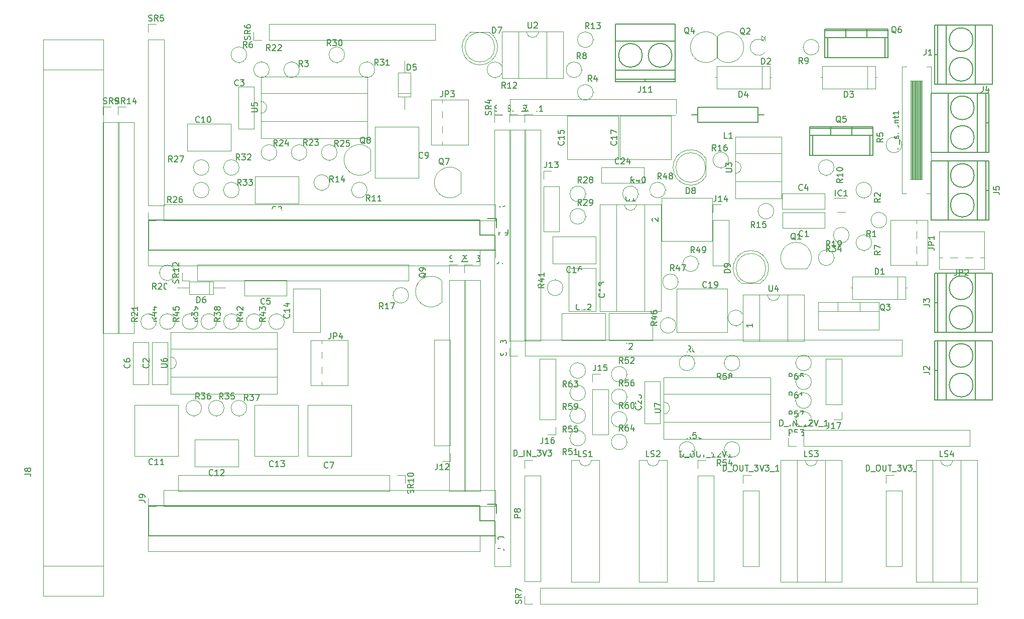
<source format=gto>
G04 #@! TF.FileFunction,Legend,Top*
%FSLAX46Y46*%
G04 Gerber Fmt 4.6, Leading zero omitted, Abs format (unit mm)*
G04 Created by KiCad (PCBNEW 4.0.6-e0-6349~53~ubuntu14.04.1) date Wed May 31 15:55:15 2017*
%MOMM*%
%LPD*%
G01*
G04 APERTURE LIST*
%ADD10C,0.100000*%
%ADD11C,0.120000*%
%ADD12C,0.150000*%
%ADD13C,1.780000*%
%ADD14O,1.780000X1.780000*%
%ADD15R,2.580000X1.780000*%
%ADD16O,2.580000X1.780000*%
%ADD17R,1.780000X2.580000*%
%ADD18O,1.780000X2.580000*%
%ADD19R,1.880000X1.880000*%
%ADD20O,1.880000X1.880000*%
%ADD21C,3.990000*%
%ADD22C,1.700000*%
%ADD23R,1.700000X1.700000*%
%ADD24R,1.907200X1.907200*%
%ADD25O,1.907200X1.907200*%
%ADD26R,2.980000X2.980000*%
%ADD27O,2.980000X2.980000*%
%ADD28C,1.180000*%
%ADD29R,1.180000X1.180000*%
%ADD30O,2.212000X2.720000*%
%ADD31R,1.980000X1.980000*%
%ADD32O,1.980000X1.980000*%
%ADD33R,1.680000X0.580000*%
%ADD34C,3.180000*%
%ADD35O,3.180000X3.180000*%
%ADD36R,2.680000X2.680000*%
%ADD37C,2.680000*%
%ADD38O,3.190000X1.690000*%
%ADD39O,1.690000X3.190000*%
%ADD40C,2.178980*%
%ADD41R,1.780000X1.780000*%
%ADD42C,1.980000*%
G04 APERTURE END LIST*
D10*
D11*
X126405000Y-101600000D02*
G75*
G03X126405000Y-101600000I-1310000J0D01*
G01*
X126405000Y-101600000D02*
X126535000Y-101600000D01*
X117943000Y-111804000D02*
X117943000Y-104684000D01*
X120563000Y-111804000D02*
X120563000Y-104684000D01*
X117943000Y-111804000D02*
X120563000Y-111804000D01*
X117943000Y-104684000D02*
X120563000Y-104684000D01*
X103996000Y-93194000D02*
X111316000Y-93194000D01*
X103996000Y-97814000D02*
X111316000Y-97814000D01*
X103996000Y-93194000D02*
X103996000Y-97814000D01*
X111316000Y-93194000D02*
X111316000Y-97814000D01*
X114570000Y-74810000D02*
X113200000Y-74810000D01*
X113200000Y-74810000D02*
X113200000Y-92830000D01*
X113200000Y-92830000D02*
X117940000Y-92830000D01*
X117940000Y-92830000D02*
X117940000Y-74810000D01*
X117940000Y-74810000D02*
X116570000Y-74810000D01*
X110370000Y-74810000D02*
X110370000Y-92830000D01*
X110370000Y-92830000D02*
X120770000Y-92830000D01*
X120770000Y-92830000D02*
X120770000Y-74810000D01*
X120770000Y-74810000D02*
X110370000Y-74810000D01*
X116570000Y-74810000D02*
G75*
G02X114570000Y-74810000I-1000000J0D01*
G01*
X104910000Y-67200000D02*
X104910000Y-59880000D01*
X113530000Y-67200000D02*
X113530000Y-59880000D01*
X104910000Y-67200000D02*
X113530000Y-67200000D01*
X104910000Y-59880000D02*
X113530000Y-59880000D01*
X121452000Y-72390000D02*
G75*
G03X121452000Y-72390000I-1310000J0D01*
G01*
X121452000Y-72390000D02*
X121582000Y-72390000D01*
X53220000Y-59420000D02*
X53220000Y-60790000D01*
X53220000Y-60790000D02*
X71240000Y-60790000D01*
X71240000Y-60790000D02*
X71240000Y-56050000D01*
X71240000Y-56050000D02*
X53220000Y-56050000D01*
X53220000Y-56050000D02*
X53220000Y-57420000D01*
X53220000Y-63620000D02*
X71240000Y-63620000D01*
X71240000Y-63620000D02*
X71240000Y-53220000D01*
X71240000Y-53220000D02*
X53220000Y-53220000D01*
X53220000Y-53220000D02*
X53220000Y-63620000D01*
X53220000Y-57420000D02*
G75*
G02X53220000Y-59420000I0J-1000000D01*
G01*
X74930000Y-120590000D02*
X39310000Y-120590000D01*
X39310000Y-120590000D02*
X39310000Y-123250000D01*
X39310000Y-123250000D02*
X74930000Y-123250000D01*
X74930000Y-123250000D02*
X74930000Y-120590000D01*
X76200000Y-120590000D02*
X77530000Y-120590000D01*
X77530000Y-120590000D02*
X77530000Y-121920000D01*
X97790000Y-100390000D02*
X161350000Y-100390000D01*
X161350000Y-100390000D02*
X161350000Y-97730000D01*
X161350000Y-97730000D02*
X97790000Y-97730000D01*
X97790000Y-97730000D02*
X97790000Y-100390000D01*
X96520000Y-100390000D02*
X95190000Y-100390000D01*
X95190000Y-100390000D02*
X95190000Y-99060000D01*
X85150000Y-115570000D02*
X85150000Y-97730000D01*
X85150000Y-97730000D02*
X82490000Y-97730000D01*
X82490000Y-97730000D02*
X82490000Y-115570000D01*
X82490000Y-115570000D02*
X85150000Y-115570000D01*
X85150000Y-116840000D02*
X85150000Y-118170000D01*
X85150000Y-118170000D02*
X83820000Y-118170000D01*
X16510000Y-140970000D02*
X16510000Y-46990000D01*
X16510000Y-46990000D02*
X24130000Y-46990000D01*
X24130000Y-140970000D02*
X16510000Y-140970000D01*
X24130000Y-135890000D02*
X16510000Y-135890000D01*
X24130000Y-52070000D02*
X16510000Y-52070000D01*
X24130000Y-140970000D02*
X26670000Y-140970000D01*
X26670000Y-140970000D02*
X26670000Y-46990000D01*
X26670000Y-46990000D02*
X24130000Y-46990000D01*
X26670000Y-52070000D02*
X24130000Y-52070000D01*
X24130000Y-135890000D02*
X26670000Y-135890000D01*
D12*
X34290000Y-130810000D02*
X92710000Y-130810000D01*
X34290000Y-125730000D02*
X90170000Y-125730000D01*
X34290000Y-130810000D02*
X34290000Y-125730000D01*
X92710000Y-130810000D02*
X92710000Y-128270000D01*
X92990000Y-127000000D02*
X92990000Y-125450000D01*
X92710000Y-128270000D02*
X90170000Y-128270000D01*
X90170000Y-128270000D02*
X90170000Y-125730000D01*
X92990000Y-125450000D02*
X91440000Y-125450000D01*
X34290000Y-82550000D02*
X92710000Y-82550000D01*
X34290000Y-77470000D02*
X90170000Y-77470000D01*
X34290000Y-82550000D02*
X34290000Y-77470000D01*
X92710000Y-82550000D02*
X92710000Y-80010000D01*
X92990000Y-78740000D02*
X92990000Y-77190000D01*
X92710000Y-80010000D02*
X90170000Y-80010000D01*
X90170000Y-80010000D02*
X90170000Y-77470000D01*
X92990000Y-77190000D02*
X91440000Y-77190000D01*
D11*
X156910000Y-55250000D02*
X156910000Y-51430000D01*
X156910000Y-51430000D02*
X147890000Y-51430000D01*
X147890000Y-51430000D02*
X147890000Y-55250000D01*
X147890000Y-55250000D02*
X156910000Y-55250000D01*
X157170000Y-53340000D02*
X156910000Y-53340000D01*
X147630000Y-53340000D02*
X147890000Y-53340000D01*
X155515000Y-55250000D02*
X155515000Y-51430000D01*
X139130000Y-55250000D02*
X139130000Y-51430000D01*
X139130000Y-51430000D02*
X130110000Y-51430000D01*
X130110000Y-51430000D02*
X130110000Y-55250000D01*
X130110000Y-55250000D02*
X139130000Y-55250000D01*
X139390000Y-53340000D02*
X139130000Y-53340000D01*
X129850000Y-53340000D02*
X130110000Y-53340000D01*
X137735000Y-55250000D02*
X137735000Y-51430000D01*
X161990000Y-90810000D02*
X161990000Y-86990000D01*
X161990000Y-86990000D02*
X152970000Y-86990000D01*
X152970000Y-86990000D02*
X152970000Y-90810000D01*
X152970000Y-90810000D02*
X161990000Y-90810000D01*
X162250000Y-88900000D02*
X161990000Y-88900000D01*
X152710000Y-88900000D02*
X152970000Y-88900000D01*
X160595000Y-90810000D02*
X160595000Y-86990000D01*
X130230000Y-46460000D02*
X130230000Y-50060000D01*
X130241522Y-46421522D02*
G75*
G02X134680000Y-48260000I1838478J-1838478D01*
G01*
X130241522Y-50098478D02*
G75*
G03X134680000Y-48260000I1838478J1838478D01*
G01*
X130120000Y-50060000D02*
X130120000Y-46460000D01*
X130108478Y-50098478D02*
G75*
G02X125670000Y-48260000I-1838478J1838478D01*
G01*
X130108478Y-46421522D02*
G75*
G03X125670000Y-48260000I-1838478J-1838478D01*
G01*
D12*
X155956000Y-63119000D02*
X155956000Y-66548000D01*
X146304000Y-63119000D02*
X146304000Y-66548000D01*
X156464000Y-61976000D02*
X145796000Y-61976000D01*
X152908000Y-62992000D02*
X152908000Y-61722000D01*
X149352000Y-62992000D02*
X149352000Y-61722000D01*
X145796000Y-63119000D02*
X156464000Y-63119000D01*
X156464000Y-66548000D02*
X145796000Y-66548000D01*
X145796000Y-61722000D02*
X145796000Y-66548000D01*
X156464000Y-61722000D02*
X156464000Y-66548000D01*
X156464000Y-61722000D02*
X145796000Y-61722000D01*
X158496000Y-46609000D02*
X158496000Y-50038000D01*
X148844000Y-46609000D02*
X148844000Y-50038000D01*
X159004000Y-45466000D02*
X148336000Y-45466000D01*
X155448000Y-46482000D02*
X155448000Y-45212000D01*
X151892000Y-46482000D02*
X151892000Y-45212000D01*
X148336000Y-46609000D02*
X159004000Y-46609000D01*
X159004000Y-50038000D02*
X148336000Y-50038000D01*
X148336000Y-45212000D02*
X148336000Y-50038000D01*
X159004000Y-45212000D02*
X159004000Y-50038000D01*
X159004000Y-45212000D02*
X148336000Y-45212000D01*
D11*
X141710000Y-85670000D02*
X145310000Y-85670000D01*
X141671522Y-85658478D02*
G75*
G02X143510000Y-81220000I1838478J1838478D01*
G01*
X145348478Y-85658478D02*
G75*
G03X143510000Y-81220000I-1838478J1838478D01*
G01*
X147280000Y-91360000D02*
X157520000Y-91360000D01*
X147280000Y-96001000D02*
X157520000Y-96001000D01*
X147280000Y-91360000D02*
X147280000Y-96001000D01*
X157520000Y-91360000D02*
X157520000Y-96001000D01*
X147280000Y-92870000D02*
X157520000Y-92870000D01*
X150550000Y-91360000D02*
X150550000Y-92870000D01*
X154251000Y-91360000D02*
X154251000Y-92870000D01*
X86940000Y-72920000D02*
X86940000Y-69320000D01*
X86928478Y-72958478D02*
G75*
G02X82490000Y-71120000I-1838478J1838478D01*
G01*
X86928478Y-69281522D02*
G75*
G03X82490000Y-71120000I-1838478J-1838478D01*
G01*
X71700000Y-69110000D02*
X71700000Y-65510000D01*
X71688478Y-69148478D02*
G75*
G02X67250000Y-67310000I-1838478J1838478D01*
G01*
X71688478Y-65471522D02*
G75*
G03X67250000Y-67310000I-1838478J-1838478D01*
G01*
X83765000Y-91335000D02*
X83765000Y-87735000D01*
X83753478Y-91373478D02*
G75*
G02X79315000Y-89535000I-1838478J1838478D01*
G01*
X83753478Y-87696522D02*
G75*
G03X79315000Y-89535000I-1838478J-1838478D01*
G01*
X151830000Y-73770000D02*
X149930000Y-73770000D01*
X150430000Y-76090000D02*
X151830000Y-76090000D01*
X162150000Y-72950000D02*
X161370000Y-72950000D01*
X161370000Y-72950000D02*
X161370000Y-51530000D01*
X161370000Y-51530000D02*
X162150000Y-51530000D01*
X165510000Y-72950000D02*
X166290000Y-72950000D01*
X166290000Y-72950000D02*
X166290000Y-51530000D01*
X166290000Y-51530000D02*
X165510000Y-51530000D01*
X162830000Y-70590000D02*
X162830000Y-53890000D01*
X162950000Y-70590000D02*
X162950000Y-53890000D01*
X163070000Y-70590000D02*
X163070000Y-53890000D01*
X163190000Y-70590000D02*
X163190000Y-53890000D01*
X163310000Y-70590000D02*
X163310000Y-53890000D01*
X163430000Y-70590000D02*
X163430000Y-53890000D01*
X163550000Y-70590000D02*
X163550000Y-53890000D01*
X163670000Y-70590000D02*
X163670000Y-53890000D01*
X163790000Y-70590000D02*
X163790000Y-53890000D01*
X163910000Y-70590000D02*
X163910000Y-53890000D01*
X164030000Y-70590000D02*
X164030000Y-53890000D01*
X164150000Y-70590000D02*
X164150000Y-53890000D01*
X164270000Y-70590000D02*
X164270000Y-53890000D01*
X164390000Y-70590000D02*
X164390000Y-53890000D01*
X164510000Y-70590000D02*
X164510000Y-53890000D01*
X164630000Y-70590000D02*
X164630000Y-53890000D01*
X164750000Y-70590000D02*
X164750000Y-53890000D01*
X162830000Y-70590000D02*
X164750000Y-70590000D01*
X162830000Y-53890000D02*
X164750000Y-53890000D01*
X138190633Y-47326730D02*
G75*
G03X138219811Y-49160000I-1030633J-933270D01*
G01*
X138303000Y-47180000D02*
X138303000Y-46291000D01*
X138303000Y-46735500D02*
X137710333Y-47180000D01*
X137710333Y-47180000D02*
X137710333Y-46291000D01*
X137710333Y-46291000D02*
X138303000Y-46735500D01*
D12*
X167350000Y-91400000D02*
X166850000Y-91400000D01*
X173350000Y-93900000D02*
G75*
G03X173350000Y-93900000I-2000000J0D01*
G01*
X173350000Y-88900000D02*
G75*
G03X173350000Y-88900000I-2000000J0D01*
G01*
X168850000Y-86400000D02*
X168850000Y-96400000D01*
X173750000Y-86400000D02*
X173750000Y-96400000D01*
X167350000Y-86400000D02*
X167350000Y-96400000D01*
X166850000Y-86400000D02*
X166850000Y-96400000D01*
X166850000Y-96400000D02*
X176650000Y-96400000D01*
X176650000Y-96400000D02*
X176650000Y-86400000D01*
X176650000Y-86400000D02*
X166850000Y-86400000D01*
X175550000Y-61000000D02*
X176050000Y-61000000D01*
X173550000Y-58500000D02*
G75*
G03X173550000Y-58500000I-2000000J0D01*
G01*
X173550000Y-63500000D02*
G75*
G03X173550000Y-63500000I-2000000J0D01*
G01*
X174050000Y-66000000D02*
X174050000Y-56000000D01*
X169150000Y-66000000D02*
X169150000Y-56000000D01*
X175550000Y-66000000D02*
X175550000Y-56000000D01*
X176050000Y-66000000D02*
X176050000Y-56000000D01*
X176050000Y-56000000D02*
X166250000Y-56000000D01*
X166250000Y-56000000D02*
X166250000Y-66000000D01*
X166250000Y-66000000D02*
X176050000Y-66000000D01*
X175550000Y-72430000D02*
X176050000Y-72430000D01*
X173550000Y-69930000D02*
G75*
G03X173550000Y-69930000I-2000000J0D01*
G01*
X173550000Y-74930000D02*
G75*
G03X173550000Y-74930000I-2000000J0D01*
G01*
X174050000Y-77430000D02*
X174050000Y-67430000D01*
X169150000Y-77430000D02*
X169150000Y-67430000D01*
X175550000Y-77430000D02*
X175550000Y-67430000D01*
X176050000Y-77430000D02*
X176050000Y-67430000D01*
X176050000Y-67430000D02*
X166250000Y-67430000D01*
X166250000Y-67430000D02*
X166250000Y-77430000D01*
X166250000Y-77430000D02*
X176050000Y-77430000D01*
D11*
X165730000Y-77470000D02*
X159390000Y-77470000D01*
X165730000Y-85090000D02*
X159390000Y-85090000D01*
X163830000Y-85090000D02*
X163830000Y-77470000D01*
X165730000Y-77470000D02*
X165730000Y-85090000D01*
X159390000Y-85090000D02*
X159390000Y-77470000D01*
X175260000Y-85720000D02*
X175260000Y-79380000D01*
X167640000Y-85720000D02*
X167640000Y-79380000D01*
X167640000Y-83820000D02*
X175260000Y-83820000D01*
X175260000Y-85720000D02*
X167640000Y-85720000D01*
X167640000Y-79380000D02*
X175260000Y-79380000D01*
D12*
X126880620Y-59690000D02*
X125864620Y-59690000D01*
X137040620Y-59690000D02*
X138056620Y-59690000D01*
X137040620Y-60960000D02*
X126880620Y-60960000D01*
X126880620Y-60960000D02*
X126880620Y-58420000D01*
X126880620Y-58420000D02*
X137040620Y-58420000D01*
X137040620Y-58420000D02*
X137040620Y-60960000D01*
D11*
X68470000Y-117340000D02*
X61150000Y-117340000D01*
X68470000Y-108720000D02*
X61150000Y-108720000D01*
X68470000Y-117340000D02*
X68470000Y-108720000D01*
X61150000Y-117340000D02*
X61150000Y-108720000D01*
X59580000Y-74700000D02*
X52260000Y-74700000D01*
X59580000Y-70080000D02*
X52260000Y-70080000D01*
X59580000Y-74700000D02*
X59580000Y-70080000D01*
X52260000Y-74700000D02*
X52260000Y-70080000D01*
X72500000Y-61730000D02*
X79820000Y-61730000D01*
X72500000Y-70350000D02*
X79820000Y-70350000D01*
X72500000Y-61730000D02*
X72500000Y-70350000D01*
X79820000Y-61730000D02*
X79820000Y-70350000D01*
X48150000Y-65810000D02*
X40830000Y-65810000D01*
X48150000Y-61190000D02*
X40830000Y-61190000D01*
X48150000Y-65810000D02*
X48150000Y-61190000D01*
X40830000Y-65810000D02*
X40830000Y-61190000D01*
X39260000Y-117340000D02*
X31940000Y-117340000D01*
X39260000Y-108720000D02*
X31940000Y-108720000D01*
X39260000Y-117340000D02*
X39260000Y-108720000D01*
X31940000Y-117340000D02*
X31940000Y-108720000D01*
X49420000Y-119150000D02*
X42100000Y-119150000D01*
X49420000Y-114530000D02*
X42100000Y-114530000D01*
X49420000Y-119150000D02*
X49420000Y-114530000D01*
X42100000Y-119150000D02*
X42100000Y-114530000D01*
X52180000Y-108720000D02*
X59500000Y-108720000D01*
X52180000Y-117340000D02*
X59500000Y-117340000D01*
X52180000Y-108720000D02*
X52180000Y-117340000D01*
X59500000Y-108720000D02*
X59500000Y-117340000D01*
X58650000Y-96410000D02*
X58650000Y-89090000D01*
X63270000Y-96410000D02*
X63270000Y-89090000D01*
X58650000Y-96410000D02*
X63270000Y-96410000D01*
X58650000Y-89090000D02*
X63270000Y-89090000D01*
D12*
X167350000Y-49490000D02*
X166850000Y-49490000D01*
X173350000Y-51990000D02*
G75*
G03X173350000Y-51990000I-2000000J0D01*
G01*
X173350000Y-46990000D02*
G75*
G03X173350000Y-46990000I-2000000J0D01*
G01*
X168850000Y-44490000D02*
X168850000Y-54490000D01*
X173750000Y-44490000D02*
X173750000Y-54490000D01*
X167350000Y-44490000D02*
X167350000Y-54490000D01*
X166850000Y-44490000D02*
X166850000Y-54490000D01*
X166850000Y-54490000D02*
X176650000Y-54490000D01*
X176650000Y-54490000D02*
X176650000Y-44490000D01*
X176650000Y-44490000D02*
X166850000Y-44490000D01*
X167350000Y-102830000D02*
X166850000Y-102830000D01*
X173350000Y-105330000D02*
G75*
G03X173350000Y-105330000I-2000000J0D01*
G01*
X173350000Y-100330000D02*
G75*
G03X173350000Y-100330000I-2000000J0D01*
G01*
X168850000Y-97830000D02*
X168850000Y-107830000D01*
X173750000Y-97830000D02*
X173750000Y-107830000D01*
X167350000Y-97830000D02*
X167350000Y-107830000D01*
X166850000Y-97830000D02*
X166850000Y-107830000D01*
X166850000Y-107830000D02*
X176650000Y-107830000D01*
X176650000Y-107830000D02*
X176650000Y-97830000D01*
X176650000Y-97830000D02*
X166850000Y-97830000D01*
D11*
X57575000Y-90210000D02*
X50455000Y-90210000D01*
X57575000Y-87590000D02*
X50455000Y-87590000D01*
X57575000Y-90210000D02*
X57575000Y-87590000D01*
X50455000Y-90210000D02*
X50455000Y-87590000D01*
X148380000Y-78780000D02*
X141260000Y-78780000D01*
X148380000Y-76160000D02*
X141260000Y-76160000D01*
X148380000Y-78780000D02*
X148380000Y-76160000D01*
X141260000Y-78780000D02*
X141260000Y-76160000D01*
X34885000Y-105200000D02*
X34885000Y-98080000D01*
X37505000Y-105200000D02*
X37505000Y-98080000D01*
X34885000Y-105200000D02*
X37505000Y-105200000D01*
X34885000Y-98080000D02*
X37505000Y-98080000D01*
X49490000Y-62020000D02*
X49490000Y-54900000D01*
X52110000Y-62020000D02*
X52110000Y-54900000D01*
X49490000Y-62020000D02*
X52110000Y-62020000D01*
X49490000Y-54900000D02*
X52110000Y-54900000D01*
X81920000Y-64770000D02*
X88260000Y-64770000D01*
X81920000Y-57150000D02*
X88260000Y-57150000D01*
X83820000Y-57150000D02*
X83820000Y-64770000D01*
X81920000Y-64770000D02*
X81920000Y-57150000D01*
X88260000Y-57150000D02*
X88260000Y-64770000D01*
X61600000Y-105410000D02*
X67940000Y-105410000D01*
X61600000Y-97790000D02*
X67940000Y-97790000D01*
X63500000Y-97790000D02*
X63500000Y-105410000D01*
X61600000Y-105410000D02*
X61600000Y-97790000D01*
X67940000Y-97790000D02*
X67940000Y-105410000D01*
X36830000Y-77530000D02*
X92770000Y-77530000D01*
X92770000Y-77530000D02*
X92770000Y-74870000D01*
X92770000Y-74870000D02*
X36830000Y-74870000D01*
X36830000Y-74870000D02*
X36830000Y-77530000D01*
X35560000Y-77530000D02*
X34230000Y-77530000D01*
X34230000Y-77530000D02*
X34230000Y-76200000D01*
X90170000Y-82490000D02*
X34230000Y-82490000D01*
X34230000Y-82490000D02*
X34230000Y-85150000D01*
X34230000Y-85150000D02*
X90170000Y-85150000D01*
X90170000Y-85150000D02*
X90170000Y-82490000D01*
X91440000Y-82490000D02*
X92770000Y-82490000D01*
X92770000Y-82490000D02*
X92770000Y-83820000D01*
X36830000Y-125790000D02*
X92770000Y-125790000D01*
X92770000Y-125790000D02*
X92770000Y-123130000D01*
X92770000Y-123130000D02*
X36830000Y-123130000D01*
X36830000Y-123130000D02*
X36830000Y-125790000D01*
X35560000Y-125790000D02*
X34230000Y-125790000D01*
X34230000Y-125790000D02*
X34230000Y-124460000D01*
X90170000Y-130750000D02*
X34230000Y-130750000D01*
X34230000Y-130750000D02*
X34230000Y-133410000D01*
X34230000Y-133410000D02*
X90170000Y-133410000D01*
X90170000Y-133410000D02*
X90170000Y-130750000D01*
X91440000Y-130750000D02*
X92770000Y-130750000D01*
X92770000Y-130750000D02*
X92770000Y-132080000D01*
X31710000Y-105200000D02*
X31710000Y-98080000D01*
X34330000Y-105200000D02*
X34330000Y-98080000D01*
X31710000Y-105200000D02*
X34330000Y-105200000D01*
X31710000Y-98080000D02*
X34330000Y-98080000D01*
X76410000Y-56670000D02*
X78530000Y-56670000D01*
X78530000Y-56670000D02*
X78530000Y-52550000D01*
X78530000Y-52550000D02*
X76410000Y-52550000D01*
X76410000Y-52550000D02*
X76410000Y-56670000D01*
X77470000Y-58710000D02*
X77470000Y-56670000D01*
X77470000Y-50510000D02*
X77470000Y-52550000D01*
X76410000Y-56010000D02*
X78530000Y-56010000D01*
X45240000Y-89960000D02*
X45240000Y-87840000D01*
X45240000Y-87840000D02*
X41120000Y-87840000D01*
X41120000Y-87840000D02*
X41120000Y-89960000D01*
X41120000Y-89960000D02*
X45240000Y-89960000D01*
X47280000Y-88900000D02*
X45240000Y-88900000D01*
X39080000Y-88900000D02*
X41120000Y-88900000D01*
X44580000Y-89960000D02*
X44580000Y-87840000D01*
X158790000Y-77470000D02*
G75*
G03X158790000Y-77470000I-1310000J0D01*
G01*
X156170000Y-77470000D02*
X156040000Y-77470000D01*
X156250000Y-72390000D02*
G75*
G03X156250000Y-72390000I-1310000J0D01*
G01*
X154940000Y-73700000D02*
X154940000Y-73830000D01*
X59730000Y-52070000D02*
G75*
G03X59730000Y-52070000I-1310000J0D01*
G01*
X58420000Y-50760000D02*
X58420000Y-50630000D01*
X109260000Y-55880000D02*
G75*
G03X109260000Y-55880000I-1310000J0D01*
G01*
X109260000Y-55880000D02*
X109390000Y-55880000D01*
X161330000Y-64770000D02*
G75*
G03X161330000Y-64770000I-1310000J0D01*
G01*
X160020000Y-63460000D02*
X160020000Y-63330000D01*
X54650000Y-52070000D02*
G75*
G03X54650000Y-52070000I-1310000J0D01*
G01*
X53340000Y-50760000D02*
X53340000Y-50630000D01*
X156250000Y-81280000D02*
G75*
G03X156250000Y-81280000I-1310000J0D01*
G01*
X154940000Y-82590000D02*
X154940000Y-82720000D01*
X107355000Y-52070000D02*
G75*
G03X107355000Y-52070000I-1310000J0D01*
G01*
X107355000Y-52070000D02*
X107485000Y-52070000D01*
X147360000Y-48260000D02*
G75*
G03X147360000Y-48260000I-1310000J0D01*
G01*
X144740000Y-48260000D02*
X144610000Y-48260000D01*
X149900000Y-68580000D02*
G75*
G03X149900000Y-68580000I-1310000J0D01*
G01*
X148590000Y-69890000D02*
X148590000Y-70020000D01*
X71160000Y-72390000D02*
G75*
G03X71160000Y-72390000I-1310000J0D01*
G01*
X68540000Y-72390000D02*
X68410000Y-72390000D01*
X94020000Y-52070000D02*
G75*
G03X94020000Y-52070000I-1310000J0D01*
G01*
X92710000Y-53380000D02*
X92710000Y-53510000D01*
X109260000Y-46990000D02*
G75*
G03X109260000Y-46990000I-1310000J0D01*
G01*
X109260000Y-46990000D02*
X109390000Y-46990000D01*
X64810000Y-71120000D02*
G75*
G03X64810000Y-71120000I-1310000J0D01*
G01*
X63500000Y-72430000D02*
X63500000Y-72560000D01*
X139740000Y-75946000D02*
G75*
G03X139740000Y-75946000I-1310000J0D01*
G01*
X137120000Y-75946000D02*
X136990000Y-75946000D01*
X132120000Y-67310000D02*
G75*
G03X132120000Y-67310000I-1310000J0D01*
G01*
X130810000Y-68620000D02*
X130810000Y-68750000D01*
X78145000Y-90170000D02*
G75*
G03X78145000Y-90170000I-1310000J0D01*
G01*
X75525000Y-90170000D02*
X75395000Y-90170000D01*
X134660000Y-93980000D02*
G75*
G03X134660000Y-93980000I-1310000J0D01*
G01*
X133350000Y-95290000D02*
X133350000Y-95420000D01*
X149900000Y-83820000D02*
G75*
G03X149900000Y-83820000I-1310000J0D01*
G01*
X149900000Y-83820000D02*
X150030000Y-83820000D01*
X38775000Y-86360000D02*
G75*
G03X38775000Y-86360000I-1310000J0D01*
G01*
X36155000Y-86360000D02*
X36025000Y-86360000D01*
X35600000Y-94615000D02*
G75*
G03X35600000Y-94615000I-1310000J0D01*
G01*
X34290000Y-93305000D02*
X34290000Y-93175000D01*
X50840000Y-49530000D02*
G75*
G03X50840000Y-49530000I-1310000J0D01*
G01*
X49530000Y-50840000D02*
X49530000Y-50970000D01*
X61000000Y-66040000D02*
G75*
G03X61000000Y-66040000I-1310000J0D01*
G01*
X59690000Y-67350000D02*
X59690000Y-67480000D01*
X55920000Y-66040000D02*
G75*
G03X55920000Y-66040000I-1310000J0D01*
G01*
X54610000Y-67350000D02*
X54610000Y-67480000D01*
X66080000Y-66040000D02*
G75*
G03X66080000Y-66040000I-1310000J0D01*
G01*
X64770000Y-67350000D02*
X64770000Y-67480000D01*
X44490000Y-72390000D02*
G75*
G03X44490000Y-72390000I-1310000J0D01*
G01*
X41870000Y-72390000D02*
X41740000Y-72390000D01*
X44490000Y-68580000D02*
G75*
G03X44490000Y-68580000I-1310000J0D01*
G01*
X41870000Y-68580000D02*
X41740000Y-68580000D01*
X67350000Y-49530000D02*
G75*
G03X67350000Y-49530000I-1310000J0D01*
G01*
X66040000Y-50840000D02*
X66040000Y-50970000D01*
X72430000Y-52070000D02*
G75*
G03X72430000Y-52070000I-1310000J0D01*
G01*
X71120000Y-50760000D02*
X71120000Y-50630000D01*
X49570000Y-68580000D02*
G75*
G03X49570000Y-68580000I-1310000J0D01*
G01*
X46950000Y-68580000D02*
X46820000Y-68580000D01*
X49570000Y-72390000D02*
G75*
G03X49570000Y-72390000I-1310000J0D01*
G01*
X46950000Y-72390000D02*
X46820000Y-72390000D01*
X152440000Y-80010000D02*
G75*
G03X152440000Y-80010000I-1310000J0D01*
G01*
X149820000Y-80010000D02*
X149690000Y-80010000D01*
X47030000Y-109220000D02*
G75*
G03X47030000Y-109220000I-1310000J0D01*
G01*
X45720000Y-110530000D02*
X45720000Y-110660000D01*
X43220000Y-109220000D02*
G75*
G03X43220000Y-109220000I-1310000J0D01*
G01*
X41910000Y-110530000D02*
X41910000Y-110660000D01*
X50840000Y-109220000D02*
G75*
G03X50840000Y-109220000I-1310000J0D01*
G01*
X49530000Y-110530000D02*
X49530000Y-110660000D01*
X49570000Y-94615000D02*
G75*
G03X49570000Y-94615000I-1310000J0D01*
G01*
X48260000Y-93305000D02*
X48260000Y-93175000D01*
X45760000Y-94615000D02*
G75*
G03X45760000Y-94615000I-1310000J0D01*
G01*
X44450000Y-93305000D02*
X44450000Y-93175000D01*
X53380000Y-94615000D02*
G75*
G03X53380000Y-94615000I-1310000J0D01*
G01*
X52070000Y-93305000D02*
X52070000Y-93175000D01*
X57190000Y-94615000D02*
G75*
G03X57190000Y-94615000I-1310000J0D01*
G01*
X55880000Y-93305000D02*
X55880000Y-93175000D01*
X38775000Y-94615000D02*
G75*
G03X38775000Y-94615000I-1310000J0D01*
G01*
X37465000Y-93305000D02*
X37465000Y-93175000D01*
X42585000Y-94615000D02*
G75*
G03X42585000Y-94615000I-1310000J0D01*
G01*
X41275000Y-93305000D02*
X41275000Y-93175000D01*
X141180000Y-72985000D02*
X148300000Y-72985000D01*
X141180000Y-75605000D02*
X148300000Y-75605000D01*
X141180000Y-72985000D02*
X141180000Y-75605000D01*
X148300000Y-72985000D02*
X148300000Y-75605000D01*
D12*
X118070000Y-53630000D02*
X118070000Y-54130000D01*
X122570000Y-49630000D02*
G75*
G03X122570000Y-49630000I-2000000J0D01*
G01*
X117570000Y-49630000D02*
G75*
G03X117570000Y-49630000I-2000000J0D01*
G01*
X113070000Y-52130000D02*
X123070000Y-52130000D01*
X113070000Y-47230000D02*
X123070000Y-47230000D01*
X113070000Y-53630000D02*
X123070000Y-53630000D01*
X113070000Y-54130000D02*
X123070000Y-54130000D01*
X123070000Y-54130000D02*
X123070000Y-44330000D01*
X123070000Y-44330000D02*
X113070000Y-44330000D01*
X113070000Y-44330000D02*
X113070000Y-54130000D01*
D11*
X90169538Y-51250000D02*
G75*
G03X91714830Y-45700000I462J2990000D01*
G01*
X90170462Y-51250000D02*
G75*
G02X88625170Y-45700000I-462J2990000D01*
G01*
X92670000Y-48260000D02*
G75*
G03X92670000Y-48260000I-2500000J0D01*
G01*
X91715000Y-45700000D02*
X88625000Y-45700000D01*
X122740000Y-68579538D02*
G75*
G03X128290000Y-70124830I2990000J-462D01*
G01*
X122740000Y-68580462D02*
G75*
G02X128290000Y-67035170I2990000J462D01*
G01*
X128230000Y-68580000D02*
G75*
G03X128230000Y-68580000I-2500000J0D01*
G01*
X128290000Y-70125000D02*
X128290000Y-67035000D01*
X135890462Y-82608000D02*
G75*
G03X134345170Y-88158000I-462J-2990000D01*
G01*
X135889538Y-82608000D02*
G75*
G02X137434830Y-88158000I462J-2990000D01*
G01*
X138390000Y-85598000D02*
G75*
G03X138390000Y-85598000I-2500000J0D01*
G01*
X134345000Y-88158000D02*
X137435000Y-88158000D01*
X134560000Y-123190000D02*
X134560000Y-135950000D01*
X134560000Y-135950000D02*
X137220000Y-135950000D01*
X137220000Y-135950000D02*
X137220000Y-123190000D01*
X137220000Y-123190000D02*
X134560000Y-123190000D01*
X134560000Y-121920000D02*
X134560000Y-120590000D01*
X134560000Y-120590000D02*
X135890000Y-120590000D01*
X145050000Y-117990000D02*
X143680000Y-117990000D01*
X143680000Y-117990000D02*
X143680000Y-138550000D01*
X143680000Y-138550000D02*
X148420000Y-138550000D01*
X148420000Y-138550000D02*
X148420000Y-117990000D01*
X148420000Y-117990000D02*
X147050000Y-117990000D01*
X140850000Y-117990000D02*
X140850000Y-138550000D01*
X140850000Y-138550000D02*
X151250000Y-138550000D01*
X151250000Y-138550000D02*
X151250000Y-117990000D01*
X151250000Y-117990000D02*
X140850000Y-117990000D01*
X147050000Y-117990000D02*
G75*
G02X145050000Y-117990000I-1000000J0D01*
G01*
X167910000Y-117990000D02*
X166540000Y-117990000D01*
X166540000Y-117990000D02*
X166540000Y-138550000D01*
X166540000Y-138550000D02*
X171280000Y-138550000D01*
X171280000Y-138550000D02*
X171280000Y-117990000D01*
X171280000Y-117990000D02*
X169910000Y-117990000D01*
X163710000Y-117990000D02*
X163710000Y-138550000D01*
X163710000Y-138550000D02*
X174110000Y-138550000D01*
X174110000Y-138550000D02*
X174110000Y-117990000D01*
X174110000Y-117990000D02*
X163710000Y-117990000D01*
X169910000Y-117990000D02*
G75*
G02X167910000Y-117990000I-1000000J0D01*
G01*
X97730000Y-120650000D02*
X97730000Y-138490000D01*
X97730000Y-138490000D02*
X100390000Y-138490000D01*
X100390000Y-138490000D02*
X100390000Y-120650000D01*
X100390000Y-120650000D02*
X97730000Y-120650000D01*
X97730000Y-119380000D02*
X97730000Y-118050000D01*
X97730000Y-118050000D02*
X99060000Y-118050000D01*
X158690000Y-123190000D02*
X158690000Y-135950000D01*
X158690000Y-135950000D02*
X161350000Y-135950000D01*
X161350000Y-135950000D02*
X161350000Y-123190000D01*
X161350000Y-123190000D02*
X158690000Y-123190000D01*
X158690000Y-121920000D02*
X158690000Y-120590000D01*
X158690000Y-120590000D02*
X160020000Y-120590000D01*
X85030000Y-87630000D02*
X85030000Y-123250000D01*
X85030000Y-123250000D02*
X87690000Y-123250000D01*
X87690000Y-123250000D02*
X87690000Y-87630000D01*
X87690000Y-87630000D02*
X85030000Y-87630000D01*
X85030000Y-86360000D02*
X85030000Y-85030000D01*
X85030000Y-85030000D02*
X86360000Y-85030000D01*
X87570000Y-87630000D02*
X87570000Y-123250000D01*
X87570000Y-123250000D02*
X90230000Y-123250000D01*
X90230000Y-123250000D02*
X90230000Y-87630000D01*
X90230000Y-87630000D02*
X87570000Y-87630000D01*
X87570000Y-86360000D02*
X87570000Y-85030000D01*
X87570000Y-85030000D02*
X88900000Y-85030000D01*
X92650000Y-62230000D02*
X92650000Y-135950000D01*
X92650000Y-135950000D02*
X95310000Y-135950000D01*
X95310000Y-135950000D02*
X95310000Y-62230000D01*
X95310000Y-62230000D02*
X92650000Y-62230000D01*
X92650000Y-60960000D02*
X92650000Y-59630000D01*
X92650000Y-59630000D02*
X93980000Y-59630000D01*
X95250000Y-59750000D02*
X123250000Y-59750000D01*
X123250000Y-59750000D02*
X123250000Y-57090000D01*
X123250000Y-57090000D02*
X95250000Y-57090000D01*
X95250000Y-57090000D02*
X95250000Y-59750000D01*
X93980000Y-59750000D02*
X92650000Y-59750000D01*
X92650000Y-59750000D02*
X92650000Y-58420000D01*
X34230000Y-46990000D02*
X34230000Y-74990000D01*
X34230000Y-74990000D02*
X36890000Y-74990000D01*
X36890000Y-74990000D02*
X36890000Y-46990000D01*
X36890000Y-46990000D02*
X34230000Y-46990000D01*
X34230000Y-45720000D02*
X34230000Y-44390000D01*
X34230000Y-44390000D02*
X35560000Y-44390000D01*
X54610000Y-47050000D02*
X82610000Y-47050000D01*
X82610000Y-47050000D02*
X82610000Y-44390000D01*
X82610000Y-44390000D02*
X54610000Y-44390000D01*
X54610000Y-44390000D02*
X54610000Y-47050000D01*
X53340000Y-47050000D02*
X52010000Y-47050000D01*
X52010000Y-47050000D02*
X52010000Y-45720000D01*
X100330000Y-142300000D02*
X174050000Y-142300000D01*
X174050000Y-142300000D02*
X174050000Y-139640000D01*
X174050000Y-139640000D02*
X100330000Y-139640000D01*
X100330000Y-139640000D02*
X100330000Y-142300000D01*
X99060000Y-142300000D02*
X97730000Y-142300000D01*
X97730000Y-142300000D02*
X97730000Y-140970000D01*
X26610000Y-60960000D02*
X26610000Y-96580000D01*
X26610000Y-96580000D02*
X29270000Y-96580000D01*
X29270000Y-96580000D02*
X29270000Y-60960000D01*
X29270000Y-60960000D02*
X26610000Y-60960000D01*
X26610000Y-59690000D02*
X26610000Y-58360000D01*
X26610000Y-58360000D02*
X27940000Y-58360000D01*
X97730000Y-62230000D02*
X97730000Y-97850000D01*
X97730000Y-97850000D02*
X100390000Y-97850000D01*
X100390000Y-97850000D02*
X100390000Y-62230000D01*
X100390000Y-62230000D02*
X97730000Y-62230000D01*
X97730000Y-60960000D02*
X97730000Y-59630000D01*
X97730000Y-59630000D02*
X99060000Y-59630000D01*
X42545000Y-87690000D02*
X78165000Y-87690000D01*
X78165000Y-87690000D02*
X78165000Y-85030000D01*
X78165000Y-85030000D02*
X42545000Y-85030000D01*
X42545000Y-85030000D02*
X42545000Y-87690000D01*
X41275000Y-87690000D02*
X39945000Y-87690000D01*
X39945000Y-87690000D02*
X39945000Y-86360000D01*
X95190000Y-62230000D02*
X95190000Y-97850000D01*
X95190000Y-97850000D02*
X97850000Y-97850000D01*
X97850000Y-97850000D02*
X97850000Y-62230000D01*
X97850000Y-62230000D02*
X95190000Y-62230000D01*
X95190000Y-60960000D02*
X95190000Y-59630000D01*
X95190000Y-59630000D02*
X96520000Y-59630000D01*
X29150000Y-60960000D02*
X29150000Y-96580000D01*
X29150000Y-96580000D02*
X31810000Y-96580000D01*
X31810000Y-96580000D02*
X31810000Y-60960000D01*
X31810000Y-60960000D02*
X29150000Y-60960000D01*
X29150000Y-59690000D02*
X29150000Y-58360000D01*
X29150000Y-58360000D02*
X30480000Y-58360000D01*
X126940000Y-120650000D02*
X126940000Y-138490000D01*
X126940000Y-138490000D02*
X129600000Y-138490000D01*
X129600000Y-138490000D02*
X129600000Y-120650000D01*
X129600000Y-120650000D02*
X126940000Y-120650000D01*
X126940000Y-119380000D02*
X126940000Y-118050000D01*
X126940000Y-118050000D02*
X128270000Y-118050000D01*
X144780000Y-115630000D02*
X172780000Y-115630000D01*
X172780000Y-115630000D02*
X172780000Y-112970000D01*
X172780000Y-112970000D02*
X144780000Y-112970000D01*
X144780000Y-112970000D02*
X144780000Y-115630000D01*
X143510000Y-115630000D02*
X142180000Y-115630000D01*
X142180000Y-115630000D02*
X142180000Y-114300000D01*
X106950000Y-117990000D02*
X105580000Y-117990000D01*
X105580000Y-117990000D02*
X105580000Y-138550000D01*
X105580000Y-138550000D02*
X110320000Y-138550000D01*
X110320000Y-138550000D02*
X110320000Y-117990000D01*
X110320000Y-117990000D02*
X108950000Y-117990000D01*
X108950000Y-117990000D02*
G75*
G02X106950000Y-117990000I-1000000J0D01*
G01*
X118380000Y-117990000D02*
X117010000Y-117990000D01*
X117010000Y-117990000D02*
X117010000Y-138550000D01*
X117010000Y-138550000D02*
X121750000Y-138550000D01*
X121750000Y-138550000D02*
X121750000Y-117990000D01*
X121750000Y-117990000D02*
X120380000Y-117990000D01*
X120380000Y-117990000D02*
G75*
G02X118380000Y-117990000I-1000000J0D01*
G01*
X98060000Y-45600000D02*
X96690000Y-45600000D01*
X96690000Y-45600000D02*
X96690000Y-53460000D01*
X96690000Y-53460000D02*
X101430000Y-53460000D01*
X101430000Y-53460000D02*
X101430000Y-45600000D01*
X101430000Y-45600000D02*
X100060000Y-45600000D01*
X93860000Y-45600000D02*
X93860000Y-53460000D01*
X93860000Y-53460000D02*
X104260000Y-53460000D01*
X104260000Y-53460000D02*
X104260000Y-45600000D01*
X104260000Y-45600000D02*
X93860000Y-45600000D01*
X100060000Y-45600000D02*
G75*
G02X98060000Y-45600000I-1000000J0D01*
G01*
X133230000Y-69580000D02*
X133230000Y-70950000D01*
X133230000Y-70950000D02*
X141090000Y-70950000D01*
X141090000Y-70950000D02*
X141090000Y-66210000D01*
X141090000Y-66210000D02*
X133230000Y-66210000D01*
X133230000Y-66210000D02*
X133230000Y-67580000D01*
X133230000Y-73780000D02*
X141090000Y-73780000D01*
X141090000Y-73780000D02*
X141090000Y-63380000D01*
X141090000Y-63380000D02*
X133230000Y-63380000D01*
X133230000Y-63380000D02*
X133230000Y-73780000D01*
X133230000Y-67580000D02*
G75*
G02X133230000Y-69580000I0J-1000000D01*
G01*
X138700000Y-90050000D02*
X137330000Y-90050000D01*
X137330000Y-90050000D02*
X137330000Y-97910000D01*
X137330000Y-97910000D02*
X142070000Y-97910000D01*
X142070000Y-97910000D02*
X142070000Y-90050000D01*
X142070000Y-90050000D02*
X140700000Y-90050000D01*
X134500000Y-90050000D02*
X134500000Y-97910000D01*
X134500000Y-97910000D02*
X144900000Y-97910000D01*
X144900000Y-97910000D02*
X144900000Y-90050000D01*
X144900000Y-90050000D02*
X134500000Y-90050000D01*
X140700000Y-90050000D02*
G75*
G02X138700000Y-90050000I-1000000J0D01*
G01*
X37980000Y-102600000D02*
X37980000Y-103970000D01*
X37980000Y-103970000D02*
X56000000Y-103970000D01*
X56000000Y-103970000D02*
X56000000Y-99230000D01*
X56000000Y-99230000D02*
X37980000Y-99230000D01*
X37980000Y-99230000D02*
X37980000Y-100600000D01*
X37980000Y-106800000D02*
X56000000Y-106800000D01*
X56000000Y-106800000D02*
X56000000Y-96400000D01*
X56000000Y-96400000D02*
X37980000Y-96400000D01*
X37980000Y-96400000D02*
X37980000Y-106800000D01*
X37980000Y-100600000D02*
G75*
G02X37980000Y-102600000I0J-1000000D01*
G01*
X109745000Y-84860000D02*
X102425000Y-84860000D01*
X109745000Y-80240000D02*
X102425000Y-80240000D01*
X109745000Y-84860000D02*
X109745000Y-80240000D01*
X102425000Y-84860000D02*
X102425000Y-80240000D01*
X113800000Y-67200000D02*
X113800000Y-59880000D01*
X122420000Y-67200000D02*
X122420000Y-59880000D01*
X113800000Y-67200000D02*
X122420000Y-67200000D01*
X113800000Y-59880000D02*
X122420000Y-59880000D01*
X109752000Y-85581000D02*
X109752000Y-92901000D01*
X105132000Y-85581000D02*
X105132000Y-92901000D01*
X109752000Y-85581000D02*
X105132000Y-85581000D01*
X109752000Y-92901000D02*
X105132000Y-92901000D01*
X100905000Y-71755000D02*
X100905000Y-79435000D01*
X100905000Y-79435000D02*
X103565000Y-79435000D01*
X103565000Y-79435000D02*
X103565000Y-71755000D01*
X103565000Y-71755000D02*
X100905000Y-71755000D01*
X100905000Y-70485000D02*
X100905000Y-69155000D01*
X100905000Y-69155000D02*
X102235000Y-69155000D01*
X129480000Y-77470000D02*
X129480000Y-85150000D01*
X129480000Y-85150000D02*
X132140000Y-85150000D01*
X132140000Y-85150000D02*
X132140000Y-77470000D01*
X132140000Y-77470000D02*
X129480000Y-77470000D01*
X129480000Y-76200000D02*
X129480000Y-74870000D01*
X129480000Y-74870000D02*
X130810000Y-74870000D01*
X107990000Y-73025000D02*
G75*
G03X107990000Y-73025000I-1310000J0D01*
G01*
X107990000Y-73025000D02*
X108120000Y-73025000D01*
X107990000Y-76835000D02*
G75*
G03X107990000Y-76835000I-1310000J0D01*
G01*
X107990000Y-76835000D02*
X108120000Y-76835000D01*
X116880000Y-73025000D02*
G75*
G03X116880000Y-73025000I-1310000J0D01*
G01*
X116880000Y-73025000D02*
X117010000Y-73025000D01*
X104180000Y-88900000D02*
G75*
G03X104180000Y-88900000I-1310000J0D01*
G01*
X102870000Y-87590000D02*
X102870000Y-87460000D01*
X123325000Y-96410000D02*
X123325000Y-89090000D01*
X131945000Y-96410000D02*
X131945000Y-89090000D01*
X123325000Y-96410000D02*
X131945000Y-96410000D01*
X123325000Y-89090000D02*
X131945000Y-89090000D01*
X119270000Y-97814000D02*
X111950000Y-97814000D01*
X119270000Y-93194000D02*
X111950000Y-93194000D01*
X119270000Y-97814000D02*
X119270000Y-93194000D01*
X111950000Y-97814000D02*
X111950000Y-93194000D01*
X123230000Y-95250000D02*
G75*
G03X123230000Y-95250000I-1310000J0D01*
G01*
X121920000Y-93940000D02*
X121920000Y-93810000D01*
X123611000Y-87884000D02*
G75*
G03X123611000Y-87884000I-1310000J0D01*
G01*
X123611000Y-87884000D02*
X123741000Y-87884000D01*
X120785000Y-81043000D02*
X120785000Y-73723000D01*
X129405000Y-81043000D02*
X129405000Y-73723000D01*
X120785000Y-81043000D02*
X129405000Y-81043000D01*
X120785000Y-73723000D02*
X129405000Y-73723000D01*
X127040000Y-84836000D02*
G75*
G03X127040000Y-84836000I-1310000J0D01*
G01*
X127040000Y-84836000D02*
X127170000Y-84836000D01*
X109160000Y-106045000D02*
X109160000Y-113725000D01*
X109160000Y-113725000D02*
X111820000Y-113725000D01*
X111820000Y-113725000D02*
X111820000Y-106045000D01*
X111820000Y-106045000D02*
X109160000Y-106045000D01*
X109160000Y-104775000D02*
X109160000Y-103445000D01*
X109160000Y-103445000D02*
X110490000Y-103445000D01*
X151190000Y-108585000D02*
X151190000Y-100905000D01*
X151190000Y-100905000D02*
X148530000Y-100905000D01*
X148530000Y-100905000D02*
X148530000Y-108585000D01*
X148530000Y-108585000D02*
X151190000Y-108585000D01*
X151190000Y-109855000D02*
X151190000Y-111185000D01*
X151190000Y-111185000D02*
X149860000Y-111185000D01*
X126405000Y-116205000D02*
G75*
G03X126405000Y-116205000I-1310000J0D01*
G01*
X126405000Y-116205000D02*
X126535000Y-116205000D01*
X107990000Y-114300000D02*
G75*
G03X107990000Y-114300000I-1310000J0D01*
G01*
X105370000Y-114300000D02*
X105240000Y-114300000D01*
X114975000Y-103505000D02*
G75*
G03X114975000Y-103505000I-1310000J0D01*
G01*
X114975000Y-103505000D02*
X115105000Y-103505000D01*
X146090000Y-111125000D02*
G75*
G03X146090000Y-111125000I-1310000J0D01*
G01*
X143470000Y-111125000D02*
X143340000Y-111125000D01*
X121165000Y-110220000D02*
X121165000Y-111590000D01*
X121165000Y-111590000D02*
X139185000Y-111590000D01*
X139185000Y-111590000D02*
X139185000Y-106850000D01*
X139185000Y-106850000D02*
X121165000Y-106850000D01*
X121165000Y-106850000D02*
X121165000Y-108220000D01*
X121165000Y-114420000D02*
X139185000Y-114420000D01*
X139185000Y-114420000D02*
X139185000Y-104020000D01*
X139185000Y-104020000D02*
X121165000Y-104020000D01*
X121165000Y-104020000D02*
X121165000Y-114420000D01*
X121165000Y-108220000D02*
G75*
G02X121165000Y-110220000I0J-1000000D01*
G01*
X110700000Y-68540000D02*
X117820000Y-68540000D01*
X110700000Y-71160000D02*
X117820000Y-71160000D01*
X110700000Y-68540000D02*
X110700000Y-71160000D01*
X117820000Y-68540000D02*
X117820000Y-71160000D01*
X134025000Y-116205000D02*
G75*
G03X134025000Y-116205000I-1310000J0D01*
G01*
X131405000Y-116205000D02*
X131275000Y-116205000D01*
X107990000Y-110490000D02*
G75*
G03X107990000Y-110490000I-1310000J0D01*
G01*
X105370000Y-110490000D02*
X105240000Y-110490000D01*
X114975000Y-107315000D02*
G75*
G03X114975000Y-107315000I-1310000J0D01*
G01*
X114975000Y-107315000D02*
X115105000Y-107315000D01*
X146090000Y-107950000D02*
G75*
G03X146090000Y-107950000I-1310000J0D01*
G01*
X143470000Y-107950000D02*
X143340000Y-107950000D01*
X134025000Y-101600000D02*
G75*
G03X134025000Y-101600000I-1310000J0D01*
G01*
X131405000Y-101600000D02*
X131275000Y-101600000D01*
X107990000Y-106680000D02*
G75*
G03X107990000Y-106680000I-1310000J0D01*
G01*
X105370000Y-106680000D02*
X105240000Y-106680000D01*
X114975000Y-111125000D02*
G75*
G03X114975000Y-111125000I-1310000J0D01*
G01*
X114975000Y-111125000D02*
X115105000Y-111125000D01*
X146090000Y-104775000D02*
G75*
G03X146090000Y-104775000I-1310000J0D01*
G01*
X143470000Y-104775000D02*
X143340000Y-104775000D01*
X107990000Y-102870000D02*
G75*
G03X107990000Y-102870000I-1310000J0D01*
G01*
X105370000Y-102870000D02*
X105240000Y-102870000D01*
X114975000Y-114935000D02*
G75*
G03X114975000Y-114935000I-1310000J0D01*
G01*
X114975000Y-114935000D02*
X115105000Y-114935000D01*
X146090000Y-101600000D02*
G75*
G03X146090000Y-101600000I-1310000J0D01*
G01*
X143470000Y-101600000D02*
X143340000Y-101600000D01*
X102930000Y-111125000D02*
X102930000Y-100905000D01*
X102930000Y-100905000D02*
X100270000Y-100905000D01*
X100270000Y-100905000D02*
X100270000Y-111125000D01*
X100270000Y-111125000D02*
X102930000Y-111125000D01*
X102930000Y-112395000D02*
X102930000Y-113725000D01*
X102930000Y-113725000D02*
X101600000Y-113725000D01*
D12*
X125722143Y-99742381D02*
X125388809Y-99266190D01*
X125150714Y-99742381D02*
X125150714Y-98742381D01*
X125531667Y-98742381D01*
X125626905Y-98790000D01*
X125674524Y-98837619D01*
X125722143Y-98932857D01*
X125722143Y-99075714D01*
X125674524Y-99170952D01*
X125626905Y-99218571D01*
X125531667Y-99266190D01*
X125150714Y-99266190D01*
X126579286Y-98742381D02*
X126388809Y-98742381D01*
X126293571Y-98790000D01*
X126245952Y-98837619D01*
X126150714Y-98980476D01*
X126103095Y-99170952D01*
X126103095Y-99551905D01*
X126150714Y-99647143D01*
X126198333Y-99694762D01*
X126293571Y-99742381D01*
X126484048Y-99742381D01*
X126579286Y-99694762D01*
X126626905Y-99647143D01*
X126674524Y-99551905D01*
X126674524Y-99313810D01*
X126626905Y-99218571D01*
X126579286Y-99170952D01*
X126484048Y-99123333D01*
X126293571Y-99123333D01*
X126198333Y-99170952D01*
X126150714Y-99218571D01*
X126103095Y-99313810D01*
X127055476Y-98837619D02*
X127103095Y-98790000D01*
X127198333Y-98742381D01*
X127436429Y-98742381D01*
X127531667Y-98790000D01*
X127579286Y-98837619D01*
X127626905Y-98932857D01*
X127626905Y-99028095D01*
X127579286Y-99170952D01*
X127007857Y-99742381D01*
X127626905Y-99742381D01*
X117300143Y-108886857D02*
X117347762Y-108934476D01*
X117395381Y-109077333D01*
X117395381Y-109172571D01*
X117347762Y-109315429D01*
X117252524Y-109410667D01*
X117157286Y-109458286D01*
X116966810Y-109505905D01*
X116823952Y-109505905D01*
X116633476Y-109458286D01*
X116538238Y-109410667D01*
X116443000Y-109315429D01*
X116395381Y-109172571D01*
X116395381Y-109077333D01*
X116443000Y-108934476D01*
X116490619Y-108886857D01*
X116490619Y-108505905D02*
X116443000Y-108458286D01*
X116395381Y-108363048D01*
X116395381Y-108124952D01*
X116443000Y-108029714D01*
X116490619Y-107982095D01*
X116585857Y-107934476D01*
X116681095Y-107934476D01*
X116823952Y-107982095D01*
X117395381Y-108553524D01*
X117395381Y-107934476D01*
X116395381Y-107601143D02*
X116395381Y-106982095D01*
X116776333Y-107315429D01*
X116776333Y-107172571D01*
X116823952Y-107077333D01*
X116871571Y-107029714D01*
X116966810Y-106982095D01*
X117204905Y-106982095D01*
X117300143Y-107029714D01*
X117347762Y-107077333D01*
X117395381Y-107172571D01*
X117395381Y-107458286D01*
X117347762Y-107553524D01*
X117300143Y-107601143D01*
X107013143Y-92551143D02*
X106965524Y-92598762D01*
X106822667Y-92646381D01*
X106727429Y-92646381D01*
X106584571Y-92598762D01*
X106489333Y-92503524D01*
X106441714Y-92408286D01*
X106394095Y-92217810D01*
X106394095Y-92074952D01*
X106441714Y-91884476D01*
X106489333Y-91789238D01*
X106584571Y-91694000D01*
X106727429Y-91646381D01*
X106822667Y-91646381D01*
X106965524Y-91694000D01*
X107013143Y-91741619D01*
X107394095Y-91741619D02*
X107441714Y-91694000D01*
X107536952Y-91646381D01*
X107775048Y-91646381D01*
X107870286Y-91694000D01*
X107917905Y-91741619D01*
X107965524Y-91836857D01*
X107965524Y-91932095D01*
X107917905Y-92074952D01*
X107346476Y-92646381D01*
X107965524Y-92646381D01*
X108346476Y-91741619D02*
X108394095Y-91694000D01*
X108489333Y-91646381D01*
X108727429Y-91646381D01*
X108822667Y-91694000D01*
X108870286Y-91741619D01*
X108917905Y-91836857D01*
X108917905Y-91932095D01*
X108870286Y-92074952D01*
X108298857Y-92646381D01*
X108917905Y-92646381D01*
X114808095Y-73262381D02*
X114808095Y-74071905D01*
X114855714Y-74167143D01*
X114903333Y-74214762D01*
X114998571Y-74262381D01*
X115189048Y-74262381D01*
X115284286Y-74214762D01*
X115331905Y-74167143D01*
X115379524Y-74071905D01*
X115379524Y-73262381D01*
X116379524Y-74262381D02*
X115808095Y-74262381D01*
X116093809Y-74262381D02*
X116093809Y-73262381D01*
X115998571Y-73405238D01*
X115903333Y-73500476D01*
X115808095Y-73548095D01*
X104267143Y-64182857D02*
X104314762Y-64230476D01*
X104362381Y-64373333D01*
X104362381Y-64468571D01*
X104314762Y-64611429D01*
X104219524Y-64706667D01*
X104124286Y-64754286D01*
X103933810Y-64801905D01*
X103790952Y-64801905D01*
X103600476Y-64754286D01*
X103505238Y-64706667D01*
X103410000Y-64611429D01*
X103362381Y-64468571D01*
X103362381Y-64373333D01*
X103410000Y-64230476D01*
X103457619Y-64182857D01*
X104362381Y-63230476D02*
X104362381Y-63801905D01*
X104362381Y-63516191D02*
X103362381Y-63516191D01*
X103505238Y-63611429D01*
X103600476Y-63706667D01*
X103648095Y-63801905D01*
X103362381Y-62325714D02*
X103362381Y-62801905D01*
X103838571Y-62849524D01*
X103790952Y-62801905D01*
X103743333Y-62706667D01*
X103743333Y-62468571D01*
X103790952Y-62373333D01*
X103838571Y-62325714D01*
X103933810Y-62278095D01*
X104171905Y-62278095D01*
X104267143Y-62325714D01*
X104314762Y-62373333D01*
X104362381Y-62468571D01*
X104362381Y-62706667D01*
X104314762Y-62801905D01*
X104267143Y-62849524D01*
X120769143Y-70532381D02*
X120435809Y-70056190D01*
X120197714Y-70532381D02*
X120197714Y-69532381D01*
X120578667Y-69532381D01*
X120673905Y-69580000D01*
X120721524Y-69627619D01*
X120769143Y-69722857D01*
X120769143Y-69865714D01*
X120721524Y-69960952D01*
X120673905Y-70008571D01*
X120578667Y-70056190D01*
X120197714Y-70056190D01*
X121626286Y-69865714D02*
X121626286Y-70532381D01*
X121388190Y-69484762D02*
X121150095Y-70199048D01*
X121769143Y-70199048D01*
X122292952Y-69960952D02*
X122197714Y-69913333D01*
X122150095Y-69865714D01*
X122102476Y-69770476D01*
X122102476Y-69722857D01*
X122150095Y-69627619D01*
X122197714Y-69580000D01*
X122292952Y-69532381D01*
X122483429Y-69532381D01*
X122578667Y-69580000D01*
X122626286Y-69627619D01*
X122673905Y-69722857D01*
X122673905Y-69770476D01*
X122626286Y-69865714D01*
X122578667Y-69913333D01*
X122483429Y-69960952D01*
X122292952Y-69960952D01*
X122197714Y-70008571D01*
X122150095Y-70056190D01*
X122102476Y-70151429D01*
X122102476Y-70341905D01*
X122150095Y-70437143D01*
X122197714Y-70484762D01*
X122292952Y-70532381D01*
X122483429Y-70532381D01*
X122578667Y-70484762D01*
X122626286Y-70437143D01*
X122673905Y-70341905D01*
X122673905Y-70151429D01*
X122626286Y-70056190D01*
X122578667Y-70008571D01*
X122483429Y-69960952D01*
X51672381Y-59181905D02*
X52481905Y-59181905D01*
X52577143Y-59134286D01*
X52624762Y-59086667D01*
X52672381Y-58991429D01*
X52672381Y-58800952D01*
X52624762Y-58705714D01*
X52577143Y-58658095D01*
X52481905Y-58610476D01*
X51672381Y-58610476D01*
X51672381Y-57658095D02*
X51672381Y-58134286D01*
X52148571Y-58181905D01*
X52100952Y-58134286D01*
X52053333Y-58039048D01*
X52053333Y-57800952D01*
X52100952Y-57705714D01*
X52148571Y-57658095D01*
X52243810Y-57610476D01*
X52481905Y-57610476D01*
X52577143Y-57658095D01*
X52624762Y-57705714D01*
X52672381Y-57800952D01*
X52672381Y-58039048D01*
X52624762Y-58134286D01*
X52577143Y-58181905D01*
X78934762Y-123658095D02*
X78982381Y-123515238D01*
X78982381Y-123277142D01*
X78934762Y-123181904D01*
X78887143Y-123134285D01*
X78791905Y-123086666D01*
X78696667Y-123086666D01*
X78601429Y-123134285D01*
X78553810Y-123181904D01*
X78506190Y-123277142D01*
X78458571Y-123467619D01*
X78410952Y-123562857D01*
X78363333Y-123610476D01*
X78268095Y-123658095D01*
X78172857Y-123658095D01*
X78077619Y-123610476D01*
X78030000Y-123562857D01*
X77982381Y-123467619D01*
X77982381Y-123229523D01*
X78030000Y-123086666D01*
X78982381Y-122086666D02*
X78506190Y-122420000D01*
X78982381Y-122658095D02*
X77982381Y-122658095D01*
X77982381Y-122277142D01*
X78030000Y-122181904D01*
X78077619Y-122134285D01*
X78172857Y-122086666D01*
X78315714Y-122086666D01*
X78410952Y-122134285D01*
X78458571Y-122181904D01*
X78506190Y-122277142D01*
X78506190Y-122658095D01*
X78982381Y-121134285D02*
X78982381Y-121705714D01*
X78982381Y-121420000D02*
X77982381Y-121420000D01*
X78125238Y-121515238D01*
X78220476Y-121610476D01*
X78268095Y-121705714D01*
X77982381Y-120515238D02*
X77982381Y-120419999D01*
X78030000Y-120324761D01*
X78077619Y-120277142D01*
X78172857Y-120229523D01*
X78363333Y-120181904D01*
X78601429Y-120181904D01*
X78791905Y-120229523D01*
X78887143Y-120277142D01*
X78934762Y-120324761D01*
X78982381Y-120419999D01*
X78982381Y-120515238D01*
X78934762Y-120610476D01*
X78887143Y-120658095D01*
X78791905Y-120705714D01*
X78601429Y-120753333D01*
X78363333Y-120753333D01*
X78172857Y-120705714D01*
X78077619Y-120658095D01*
X78030000Y-120610476D01*
X77982381Y-120515238D01*
X94594762Y-100321905D02*
X94642381Y-100179048D01*
X94642381Y-99940952D01*
X94594762Y-99845714D01*
X94547143Y-99798095D01*
X94451905Y-99750476D01*
X94356667Y-99750476D01*
X94261429Y-99798095D01*
X94213810Y-99845714D01*
X94166190Y-99940952D01*
X94118571Y-100131429D01*
X94070952Y-100226667D01*
X94023333Y-100274286D01*
X93928095Y-100321905D01*
X93832857Y-100321905D01*
X93737619Y-100274286D01*
X93690000Y-100226667D01*
X93642381Y-100131429D01*
X93642381Y-99893333D01*
X93690000Y-99750476D01*
X94642381Y-98750476D02*
X94166190Y-99083810D01*
X94642381Y-99321905D02*
X93642381Y-99321905D01*
X93642381Y-98940952D01*
X93690000Y-98845714D01*
X93737619Y-98798095D01*
X93832857Y-98750476D01*
X93975714Y-98750476D01*
X94070952Y-98798095D01*
X94118571Y-98845714D01*
X94166190Y-98940952D01*
X94166190Y-99321905D01*
X94070952Y-98179048D02*
X94023333Y-98274286D01*
X93975714Y-98321905D01*
X93880476Y-98369524D01*
X93832857Y-98369524D01*
X93737619Y-98321905D01*
X93690000Y-98274286D01*
X93642381Y-98179048D01*
X93642381Y-97988571D01*
X93690000Y-97893333D01*
X93737619Y-97845714D01*
X93832857Y-97798095D01*
X93880476Y-97798095D01*
X93975714Y-97845714D01*
X94023333Y-97893333D01*
X94070952Y-97988571D01*
X94070952Y-98179048D01*
X94118571Y-98274286D01*
X94166190Y-98321905D01*
X94261429Y-98369524D01*
X94451905Y-98369524D01*
X94547143Y-98321905D01*
X94594762Y-98274286D01*
X94642381Y-98179048D01*
X94642381Y-97988571D01*
X94594762Y-97893333D01*
X94547143Y-97845714D01*
X94451905Y-97798095D01*
X94261429Y-97798095D01*
X94166190Y-97845714D01*
X94118571Y-97893333D01*
X94070952Y-97988571D01*
X83010477Y-118622381D02*
X83010477Y-119336667D01*
X82962857Y-119479524D01*
X82867619Y-119574762D01*
X82724762Y-119622381D01*
X82629524Y-119622381D01*
X84010477Y-119622381D02*
X83439048Y-119622381D01*
X83724762Y-119622381D02*
X83724762Y-118622381D01*
X83629524Y-118765238D01*
X83534286Y-118860476D01*
X83439048Y-118908095D01*
X84391429Y-118717619D02*
X84439048Y-118670000D01*
X84534286Y-118622381D01*
X84772382Y-118622381D01*
X84867620Y-118670000D01*
X84915239Y-118717619D01*
X84962858Y-118812857D01*
X84962858Y-118908095D01*
X84915239Y-119050952D01*
X84343810Y-119622381D01*
X84962858Y-119622381D01*
X13422381Y-120353333D02*
X14136667Y-120353333D01*
X14279524Y-120400953D01*
X14374762Y-120496191D01*
X14422381Y-120639048D01*
X14422381Y-120734286D01*
X13850952Y-119734286D02*
X13803333Y-119829524D01*
X13755714Y-119877143D01*
X13660476Y-119924762D01*
X13612857Y-119924762D01*
X13517619Y-119877143D01*
X13470000Y-119829524D01*
X13422381Y-119734286D01*
X13422381Y-119543809D01*
X13470000Y-119448571D01*
X13517619Y-119400952D01*
X13612857Y-119353333D01*
X13660476Y-119353333D01*
X13755714Y-119400952D01*
X13803333Y-119448571D01*
X13850952Y-119543809D01*
X13850952Y-119734286D01*
X13898571Y-119829524D01*
X13946190Y-119877143D01*
X14041429Y-119924762D01*
X14231905Y-119924762D01*
X14327143Y-119877143D01*
X14374762Y-119829524D01*
X14422381Y-119734286D01*
X14422381Y-119543809D01*
X14374762Y-119448571D01*
X14327143Y-119400952D01*
X14231905Y-119353333D01*
X14041429Y-119353333D01*
X13946190Y-119400952D01*
X13898571Y-119448571D01*
X13850952Y-119543809D01*
X96992381Y-127738095D02*
X95992381Y-127738095D01*
X95992381Y-127357142D01*
X96040000Y-127261904D01*
X96087619Y-127214285D01*
X96182857Y-127166666D01*
X96325714Y-127166666D01*
X96420952Y-127214285D01*
X96468571Y-127261904D01*
X96516190Y-127357142D01*
X96516190Y-127738095D01*
X96420952Y-126595238D02*
X96373333Y-126690476D01*
X96325714Y-126738095D01*
X96230476Y-126785714D01*
X96182857Y-126785714D01*
X96087619Y-126738095D01*
X96040000Y-126690476D01*
X95992381Y-126595238D01*
X95992381Y-126404761D01*
X96040000Y-126309523D01*
X96087619Y-126261904D01*
X96182857Y-126214285D01*
X96230476Y-126214285D01*
X96325714Y-126261904D01*
X96373333Y-126309523D01*
X96420952Y-126404761D01*
X96420952Y-126595238D01*
X96468571Y-126690476D01*
X96516190Y-126738095D01*
X96611429Y-126785714D01*
X96801905Y-126785714D01*
X96897143Y-126738095D01*
X96944762Y-126690476D01*
X96992381Y-126595238D01*
X96992381Y-126404761D01*
X96944762Y-126309523D01*
X96897143Y-126261904D01*
X96801905Y-126214285D01*
X96611429Y-126214285D01*
X96516190Y-126261904D01*
X96468571Y-126309523D01*
X96420952Y-126404761D01*
X93432405Y-80017881D02*
X93432405Y-79017881D01*
X93813358Y-79017881D01*
X93908596Y-79065500D01*
X93956215Y-79113119D01*
X94003834Y-79208357D01*
X94003834Y-79351214D01*
X93956215Y-79446452D01*
X93908596Y-79494071D01*
X93813358Y-79541690D01*
X93432405Y-79541690D01*
X94480024Y-80017881D02*
X94670500Y-80017881D01*
X94765739Y-79970262D01*
X94813358Y-79922643D01*
X94908596Y-79779786D01*
X94956215Y-79589310D01*
X94956215Y-79208357D01*
X94908596Y-79113119D01*
X94860977Y-79065500D01*
X94765739Y-79017881D01*
X94575262Y-79017881D01*
X94480024Y-79065500D01*
X94432405Y-79113119D01*
X94384786Y-79208357D01*
X94384786Y-79446452D01*
X94432405Y-79541690D01*
X94480024Y-79589310D01*
X94575262Y-79636929D01*
X94765739Y-79636929D01*
X94860977Y-79589310D01*
X94908596Y-79541690D01*
X94956215Y-79446452D01*
X151661905Y-56702381D02*
X151661905Y-55702381D01*
X151900000Y-55702381D01*
X152042858Y-55750000D01*
X152138096Y-55845238D01*
X152185715Y-55940476D01*
X152233334Y-56130952D01*
X152233334Y-56273810D01*
X152185715Y-56464286D01*
X152138096Y-56559524D01*
X152042858Y-56654762D01*
X151900000Y-56702381D01*
X151661905Y-56702381D01*
X152566667Y-55702381D02*
X153185715Y-55702381D01*
X152852381Y-56083333D01*
X152995239Y-56083333D01*
X153090477Y-56130952D01*
X153138096Y-56178571D01*
X153185715Y-56273810D01*
X153185715Y-56511905D01*
X153138096Y-56607143D01*
X153090477Y-56654762D01*
X152995239Y-56702381D01*
X152709524Y-56702381D01*
X152614286Y-56654762D01*
X152566667Y-56607143D01*
X133881905Y-56702381D02*
X133881905Y-55702381D01*
X134120000Y-55702381D01*
X134262858Y-55750000D01*
X134358096Y-55845238D01*
X134405715Y-55940476D01*
X134453334Y-56130952D01*
X134453334Y-56273810D01*
X134405715Y-56464286D01*
X134358096Y-56559524D01*
X134262858Y-56654762D01*
X134120000Y-56702381D01*
X133881905Y-56702381D01*
X135310477Y-56035714D02*
X135310477Y-56702381D01*
X135072381Y-55654762D02*
X134834286Y-56369048D01*
X135453334Y-56369048D01*
X156868905Y-86621881D02*
X156868905Y-85621881D01*
X157107000Y-85621881D01*
X157249858Y-85669500D01*
X157345096Y-85764738D01*
X157392715Y-85859976D01*
X157440334Y-86050452D01*
X157440334Y-86193310D01*
X157392715Y-86383786D01*
X157345096Y-86479024D01*
X157249858Y-86574262D01*
X157107000Y-86621881D01*
X156868905Y-86621881D01*
X158392715Y-86621881D02*
X157821286Y-86621881D01*
X158107000Y-86621881D02*
X158107000Y-85621881D01*
X158011762Y-85764738D01*
X157916524Y-85859976D01*
X157821286Y-85907595D01*
X134842262Y-46140619D02*
X134747024Y-46093000D01*
X134651786Y-45997762D01*
X134508929Y-45854905D01*
X134413690Y-45807286D01*
X134318452Y-45807286D01*
X134366071Y-46045381D02*
X134270833Y-45997762D01*
X134175595Y-45902524D01*
X134127976Y-45712048D01*
X134127976Y-45378714D01*
X134175595Y-45188238D01*
X134270833Y-45093000D01*
X134366071Y-45045381D01*
X134556548Y-45045381D01*
X134651786Y-45093000D01*
X134747024Y-45188238D01*
X134794643Y-45378714D01*
X134794643Y-45712048D01*
X134747024Y-45902524D01*
X134651786Y-45997762D01*
X134556548Y-46045381D01*
X134366071Y-46045381D01*
X135175595Y-45140619D02*
X135223214Y-45093000D01*
X135318452Y-45045381D01*
X135556548Y-45045381D01*
X135651786Y-45093000D01*
X135699405Y-45140619D01*
X135747024Y-45235857D01*
X135747024Y-45331095D01*
X135699405Y-45473952D01*
X135127976Y-46045381D01*
X135747024Y-46045381D01*
X125444262Y-46013619D02*
X125349024Y-45966000D01*
X125253786Y-45870762D01*
X125110929Y-45727905D01*
X125015690Y-45680286D01*
X124920452Y-45680286D01*
X124968071Y-45918381D02*
X124872833Y-45870762D01*
X124777595Y-45775524D01*
X124729976Y-45585048D01*
X124729976Y-45251714D01*
X124777595Y-45061238D01*
X124872833Y-44966000D01*
X124968071Y-44918381D01*
X125158548Y-44918381D01*
X125253786Y-44966000D01*
X125349024Y-45061238D01*
X125396643Y-45251714D01*
X125396643Y-45585048D01*
X125349024Y-45775524D01*
X125253786Y-45870762D01*
X125158548Y-45918381D01*
X124968071Y-45918381D01*
X126253786Y-45251714D02*
X126253786Y-45918381D01*
X126015690Y-44870762D02*
X125777595Y-45585048D01*
X126396643Y-45585048D01*
X151034762Y-60999619D02*
X150939524Y-60952000D01*
X150844286Y-60856762D01*
X150701429Y-60713905D01*
X150606190Y-60666286D01*
X150510952Y-60666286D01*
X150558571Y-60904381D02*
X150463333Y-60856762D01*
X150368095Y-60761524D01*
X150320476Y-60571048D01*
X150320476Y-60237714D01*
X150368095Y-60047238D01*
X150463333Y-59952000D01*
X150558571Y-59904381D01*
X150749048Y-59904381D01*
X150844286Y-59952000D01*
X150939524Y-60047238D01*
X150987143Y-60237714D01*
X150987143Y-60571048D01*
X150939524Y-60761524D01*
X150844286Y-60856762D01*
X150749048Y-60904381D01*
X150558571Y-60904381D01*
X151891905Y-59904381D02*
X151415714Y-59904381D01*
X151368095Y-60380571D01*
X151415714Y-60332952D01*
X151510952Y-60285333D01*
X151749048Y-60285333D01*
X151844286Y-60332952D01*
X151891905Y-60380571D01*
X151939524Y-60475810D01*
X151939524Y-60713905D01*
X151891905Y-60809143D01*
X151844286Y-60856762D01*
X151749048Y-60904381D01*
X151510952Y-60904381D01*
X151415714Y-60856762D01*
X151368095Y-60809143D01*
X160369262Y-45886619D02*
X160274024Y-45839000D01*
X160178786Y-45743762D01*
X160035929Y-45600905D01*
X159940690Y-45553286D01*
X159845452Y-45553286D01*
X159893071Y-45791381D02*
X159797833Y-45743762D01*
X159702595Y-45648524D01*
X159654976Y-45458048D01*
X159654976Y-45124714D01*
X159702595Y-44934238D01*
X159797833Y-44839000D01*
X159893071Y-44791381D01*
X160083548Y-44791381D01*
X160178786Y-44839000D01*
X160274024Y-44934238D01*
X160321643Y-45124714D01*
X160321643Y-45458048D01*
X160274024Y-45648524D01*
X160178786Y-45743762D01*
X160083548Y-45791381D01*
X159893071Y-45791381D01*
X161178786Y-44791381D02*
X160988309Y-44791381D01*
X160893071Y-44839000D01*
X160845452Y-44886619D01*
X160750214Y-45029476D01*
X160702595Y-45219952D01*
X160702595Y-45600905D01*
X160750214Y-45696143D01*
X160797833Y-45743762D01*
X160893071Y-45791381D01*
X161083548Y-45791381D01*
X161178786Y-45743762D01*
X161226405Y-45696143D01*
X161274024Y-45600905D01*
X161274024Y-45362810D01*
X161226405Y-45267571D01*
X161178786Y-45219952D01*
X161083548Y-45172333D01*
X160893071Y-45172333D01*
X160797833Y-45219952D01*
X160750214Y-45267571D01*
X160702595Y-45362810D01*
X143414762Y-80807619D02*
X143319524Y-80760000D01*
X143224286Y-80664762D01*
X143081429Y-80521905D01*
X142986190Y-80474286D01*
X142890952Y-80474286D01*
X142938571Y-80712381D02*
X142843333Y-80664762D01*
X142748095Y-80569524D01*
X142700476Y-80379048D01*
X142700476Y-80045714D01*
X142748095Y-79855238D01*
X142843333Y-79760000D01*
X142938571Y-79712381D01*
X143129048Y-79712381D01*
X143224286Y-79760000D01*
X143319524Y-79855238D01*
X143367143Y-80045714D01*
X143367143Y-80379048D01*
X143319524Y-80569524D01*
X143224286Y-80664762D01*
X143129048Y-80712381D01*
X142938571Y-80712381D01*
X144319524Y-80712381D02*
X143748095Y-80712381D01*
X144033809Y-80712381D02*
X144033809Y-79712381D01*
X143938571Y-79855238D01*
X143843333Y-79950476D01*
X143748095Y-79998095D01*
X158464262Y-92749619D02*
X158369024Y-92702000D01*
X158273786Y-92606762D01*
X158130929Y-92463905D01*
X158035690Y-92416286D01*
X157940452Y-92416286D01*
X157988071Y-92654381D02*
X157892833Y-92606762D01*
X157797595Y-92511524D01*
X157749976Y-92321048D01*
X157749976Y-91987714D01*
X157797595Y-91797238D01*
X157892833Y-91702000D01*
X157988071Y-91654381D01*
X158178548Y-91654381D01*
X158273786Y-91702000D01*
X158369024Y-91797238D01*
X158416643Y-91987714D01*
X158416643Y-92321048D01*
X158369024Y-92511524D01*
X158273786Y-92606762D01*
X158178548Y-92654381D01*
X157988071Y-92654381D01*
X158749976Y-91654381D02*
X159369024Y-91654381D01*
X159035690Y-92035333D01*
X159178548Y-92035333D01*
X159273786Y-92082952D01*
X159321405Y-92130571D01*
X159369024Y-92225810D01*
X159369024Y-92463905D01*
X159321405Y-92559143D01*
X159273786Y-92606762D01*
X159178548Y-92654381D01*
X158892833Y-92654381D01*
X158797595Y-92606762D01*
X158749976Y-92559143D01*
X84042262Y-68111619D02*
X83947024Y-68064000D01*
X83851786Y-67968762D01*
X83708929Y-67825905D01*
X83613690Y-67778286D01*
X83518452Y-67778286D01*
X83566071Y-68016381D02*
X83470833Y-67968762D01*
X83375595Y-67873524D01*
X83327976Y-67683048D01*
X83327976Y-67349714D01*
X83375595Y-67159238D01*
X83470833Y-67064000D01*
X83566071Y-67016381D01*
X83756548Y-67016381D01*
X83851786Y-67064000D01*
X83947024Y-67159238D01*
X83994643Y-67349714D01*
X83994643Y-67683048D01*
X83947024Y-67873524D01*
X83851786Y-67968762D01*
X83756548Y-68016381D01*
X83566071Y-68016381D01*
X84327976Y-67016381D02*
X84994643Y-67016381D01*
X84566071Y-68016381D01*
X70770762Y-64555619D02*
X70675524Y-64508000D01*
X70580286Y-64412762D01*
X70437429Y-64269905D01*
X70342190Y-64222286D01*
X70246952Y-64222286D01*
X70294571Y-64460381D02*
X70199333Y-64412762D01*
X70104095Y-64317524D01*
X70056476Y-64127048D01*
X70056476Y-63793714D01*
X70104095Y-63603238D01*
X70199333Y-63508000D01*
X70294571Y-63460381D01*
X70485048Y-63460381D01*
X70580286Y-63508000D01*
X70675524Y-63603238D01*
X70723143Y-63793714D01*
X70723143Y-64127048D01*
X70675524Y-64317524D01*
X70580286Y-64412762D01*
X70485048Y-64460381D01*
X70294571Y-64460381D01*
X71294571Y-63888952D02*
X71199333Y-63841333D01*
X71151714Y-63793714D01*
X71104095Y-63698476D01*
X71104095Y-63650857D01*
X71151714Y-63555619D01*
X71199333Y-63508000D01*
X71294571Y-63460381D01*
X71485048Y-63460381D01*
X71580286Y-63508000D01*
X71627905Y-63555619D01*
X71675524Y-63650857D01*
X71675524Y-63698476D01*
X71627905Y-63793714D01*
X71580286Y-63841333D01*
X71485048Y-63888952D01*
X71294571Y-63888952D01*
X71199333Y-63936571D01*
X71151714Y-63984190D01*
X71104095Y-64079429D01*
X71104095Y-64269905D01*
X71151714Y-64365143D01*
X71199333Y-64412762D01*
X71294571Y-64460381D01*
X71485048Y-64460381D01*
X71580286Y-64412762D01*
X71627905Y-64365143D01*
X71675524Y-64269905D01*
X71675524Y-64079429D01*
X71627905Y-63984190D01*
X71580286Y-63936571D01*
X71485048Y-63888952D01*
X81065619Y-86391738D02*
X81018000Y-86486976D01*
X80922762Y-86582214D01*
X80779905Y-86725071D01*
X80732286Y-86820310D01*
X80732286Y-86915548D01*
X80970381Y-86867929D02*
X80922762Y-86963167D01*
X80827524Y-87058405D01*
X80637048Y-87106024D01*
X80303714Y-87106024D01*
X80113238Y-87058405D01*
X80018000Y-86963167D01*
X79970381Y-86867929D01*
X79970381Y-86677452D01*
X80018000Y-86582214D01*
X80113238Y-86486976D01*
X80303714Y-86439357D01*
X80637048Y-86439357D01*
X80827524Y-86486976D01*
X80922762Y-86582214D01*
X80970381Y-86677452D01*
X80970381Y-86867929D01*
X80970381Y-85963167D02*
X80970381Y-85772691D01*
X80922762Y-85677452D01*
X80875143Y-85629833D01*
X80732286Y-85534595D01*
X80541810Y-85486976D01*
X80160857Y-85486976D01*
X80065619Y-85534595D01*
X80018000Y-85582214D01*
X79970381Y-85677452D01*
X79970381Y-85867929D01*
X80018000Y-85963167D01*
X80065619Y-86010786D01*
X80160857Y-86058405D01*
X80398952Y-86058405D01*
X80494190Y-86010786D01*
X80541810Y-85963167D01*
X80589429Y-85867929D01*
X80589429Y-85677452D01*
X80541810Y-85582214D01*
X80494190Y-85534595D01*
X80398952Y-85486976D01*
X150153810Y-73382381D02*
X150153810Y-72382381D01*
X151201429Y-73287143D02*
X151153810Y-73334762D01*
X151010953Y-73382381D01*
X150915715Y-73382381D01*
X150772857Y-73334762D01*
X150677619Y-73239524D01*
X150630000Y-73144286D01*
X150582381Y-72953810D01*
X150582381Y-72810952D01*
X150630000Y-72620476D01*
X150677619Y-72525238D01*
X150772857Y-72430000D01*
X150915715Y-72382381D01*
X151010953Y-72382381D01*
X151153810Y-72430000D01*
X151201429Y-72477619D01*
X152153810Y-73382381D02*
X151582381Y-73382381D01*
X151868095Y-73382381D02*
X151868095Y-72382381D01*
X151772857Y-72525238D01*
X151677619Y-72620476D01*
X151582381Y-72668095D01*
X160822381Y-64835238D02*
X160346190Y-65168572D01*
X160822381Y-65406667D02*
X159822381Y-65406667D01*
X159822381Y-65025714D01*
X159870000Y-64930476D01*
X159917619Y-64882857D01*
X160012857Y-64835238D01*
X160155714Y-64835238D01*
X160250952Y-64882857D01*
X160298571Y-64930476D01*
X160346190Y-65025714D01*
X160346190Y-65406667D01*
X160917619Y-64644762D02*
X160917619Y-63882857D01*
X160774762Y-63692381D02*
X160822381Y-63597143D01*
X160822381Y-63406667D01*
X160774762Y-63311428D01*
X160679524Y-63263809D01*
X160631905Y-63263809D01*
X160536667Y-63311428D01*
X160489048Y-63406667D01*
X160489048Y-63549524D01*
X160441429Y-63644762D01*
X160346190Y-63692381D01*
X160298571Y-63692381D01*
X160203333Y-63644762D01*
X160155714Y-63549524D01*
X160155714Y-63406667D01*
X160203333Y-63311428D01*
X160822381Y-62835238D02*
X159822381Y-62835238D01*
X160822381Y-62406666D02*
X160298571Y-62406666D01*
X160203333Y-62454285D01*
X160155714Y-62549523D01*
X160155714Y-62692381D01*
X160203333Y-62787619D01*
X160250952Y-62835238D01*
X160155714Y-61501904D02*
X160822381Y-61501904D01*
X160155714Y-61930476D02*
X160679524Y-61930476D01*
X160774762Y-61882857D01*
X160822381Y-61787619D01*
X160822381Y-61644761D01*
X160774762Y-61549523D01*
X160727143Y-61501904D01*
X160155714Y-61025714D02*
X160822381Y-61025714D01*
X160250952Y-61025714D02*
X160203333Y-60978095D01*
X160155714Y-60882857D01*
X160155714Y-60739999D01*
X160203333Y-60644761D01*
X160298571Y-60597142D01*
X160822381Y-60597142D01*
X160155714Y-60263809D02*
X160155714Y-59882857D01*
X159822381Y-60120952D02*
X160679524Y-60120952D01*
X160774762Y-60073333D01*
X160822381Y-59978095D01*
X160822381Y-59882857D01*
X160822381Y-59025713D02*
X160822381Y-59597142D01*
X160822381Y-59311428D02*
X159822381Y-59311428D01*
X159965238Y-59406666D01*
X160060476Y-59501904D01*
X160108095Y-59597142D01*
X137691905Y-51122381D02*
X137691905Y-50122381D01*
X137930000Y-50122381D01*
X138072858Y-50170000D01*
X138168096Y-50265238D01*
X138215715Y-50360476D01*
X138263334Y-50550952D01*
X138263334Y-50693810D01*
X138215715Y-50884286D01*
X138168096Y-50979524D01*
X138072858Y-51074762D01*
X137930000Y-51122381D01*
X137691905Y-51122381D01*
X138644286Y-50217619D02*
X138691905Y-50170000D01*
X138787143Y-50122381D01*
X139025239Y-50122381D01*
X139120477Y-50170000D01*
X139168096Y-50217619D01*
X139215715Y-50312857D01*
X139215715Y-50408095D01*
X139168096Y-50550952D01*
X138596667Y-51122381D01*
X139215715Y-51122381D01*
X165002381Y-91733333D02*
X165716667Y-91733333D01*
X165859524Y-91780953D01*
X165954762Y-91876191D01*
X166002381Y-92019048D01*
X166002381Y-92114286D01*
X165002381Y-91352381D02*
X165002381Y-90733333D01*
X165383333Y-91066667D01*
X165383333Y-90923809D01*
X165430952Y-90828571D01*
X165478571Y-90780952D01*
X165573810Y-90733333D01*
X165811905Y-90733333D01*
X165907143Y-90780952D01*
X165954762Y-90828571D01*
X166002381Y-90923809D01*
X166002381Y-91209524D01*
X165954762Y-91304762D01*
X165907143Y-91352381D01*
X175053667Y-54824381D02*
X175053667Y-55538667D01*
X175006047Y-55681524D01*
X174910809Y-55776762D01*
X174767952Y-55824381D01*
X174672714Y-55824381D01*
X175958429Y-55157714D02*
X175958429Y-55824381D01*
X175720333Y-54776762D02*
X175482238Y-55491048D01*
X176101286Y-55491048D01*
X176802381Y-72763333D02*
X177516667Y-72763333D01*
X177659524Y-72810953D01*
X177754762Y-72906191D01*
X177802381Y-73049048D01*
X177802381Y-73144286D01*
X176802381Y-71810952D02*
X176802381Y-72287143D01*
X177278571Y-72334762D01*
X177230952Y-72287143D01*
X177183333Y-72191905D01*
X177183333Y-71953809D01*
X177230952Y-71858571D01*
X177278571Y-71810952D01*
X177373810Y-71763333D01*
X177611905Y-71763333D01*
X177707143Y-71810952D01*
X177754762Y-71858571D01*
X177802381Y-71953809D01*
X177802381Y-72191905D01*
X177754762Y-72287143D01*
X177707143Y-72334762D01*
X165812381Y-82163333D02*
X166526667Y-82163333D01*
X166669524Y-82210953D01*
X166764762Y-82306191D01*
X166812381Y-82449048D01*
X166812381Y-82544286D01*
X166812381Y-81687143D02*
X165812381Y-81687143D01*
X165812381Y-81306190D01*
X165860000Y-81210952D01*
X165907619Y-81163333D01*
X166002857Y-81115714D01*
X166145714Y-81115714D01*
X166240952Y-81163333D01*
X166288571Y-81210952D01*
X166336190Y-81306190D01*
X166336190Y-81687143D01*
X166812381Y-80163333D02*
X166812381Y-80734762D01*
X166812381Y-80449048D02*
X165812381Y-80449048D01*
X165955238Y-80544286D01*
X166050476Y-80639524D01*
X166098095Y-80734762D01*
X170566667Y-85802381D02*
X170566667Y-86516667D01*
X170519047Y-86659524D01*
X170423809Y-86754762D01*
X170280952Y-86802381D01*
X170185714Y-86802381D01*
X171042857Y-86802381D02*
X171042857Y-85802381D01*
X171423810Y-85802381D01*
X171519048Y-85850000D01*
X171566667Y-85897619D01*
X171614286Y-85992857D01*
X171614286Y-86135714D01*
X171566667Y-86230952D01*
X171519048Y-86278571D01*
X171423810Y-86326190D01*
X171042857Y-86326190D01*
X171995238Y-85897619D02*
X172042857Y-85850000D01*
X172138095Y-85802381D01*
X172376191Y-85802381D01*
X172471429Y-85850000D01*
X172519048Y-85897619D01*
X172566667Y-85992857D01*
X172566667Y-86088095D01*
X172519048Y-86230952D01*
X171947619Y-86802381D01*
X172566667Y-86802381D01*
X131913334Y-63642501D02*
X131437143Y-63642501D01*
X131437143Y-62642501D01*
X132770477Y-63642501D02*
X132199048Y-63642501D01*
X132484762Y-63642501D02*
X132484762Y-62642501D01*
X132389524Y-62785358D01*
X132294286Y-62880596D01*
X132199048Y-62928215D01*
X64539834Y-119229143D02*
X64492215Y-119276762D01*
X64349358Y-119324381D01*
X64254120Y-119324381D01*
X64111262Y-119276762D01*
X64016024Y-119181524D01*
X63968405Y-119086286D01*
X63920786Y-118895810D01*
X63920786Y-118752952D01*
X63968405Y-118562476D01*
X64016024Y-118467238D01*
X64111262Y-118372000D01*
X64254120Y-118324381D01*
X64349358Y-118324381D01*
X64492215Y-118372000D01*
X64539834Y-118419619D01*
X64873167Y-118324381D02*
X65539834Y-118324381D01*
X65111262Y-119324381D01*
X55753334Y-76057143D02*
X55705715Y-76104762D01*
X55562858Y-76152381D01*
X55467620Y-76152381D01*
X55324762Y-76104762D01*
X55229524Y-76009524D01*
X55181905Y-75914286D01*
X55134286Y-75723810D01*
X55134286Y-75580952D01*
X55181905Y-75390476D01*
X55229524Y-75295238D01*
X55324762Y-75200000D01*
X55467620Y-75152381D01*
X55562858Y-75152381D01*
X55705715Y-75200000D01*
X55753334Y-75247619D01*
X56324762Y-75580952D02*
X56229524Y-75533333D01*
X56181905Y-75485714D01*
X56134286Y-75390476D01*
X56134286Y-75342857D01*
X56181905Y-75247619D01*
X56229524Y-75200000D01*
X56324762Y-75152381D01*
X56515239Y-75152381D01*
X56610477Y-75200000D01*
X56658096Y-75247619D01*
X56705715Y-75342857D01*
X56705715Y-75390476D01*
X56658096Y-75485714D01*
X56610477Y-75533333D01*
X56515239Y-75580952D01*
X56324762Y-75580952D01*
X56229524Y-75628571D01*
X56181905Y-75676190D01*
X56134286Y-75771429D01*
X56134286Y-75961905D01*
X56181905Y-76057143D01*
X56229524Y-76104762D01*
X56324762Y-76152381D01*
X56515239Y-76152381D01*
X56610477Y-76104762D01*
X56658096Y-76057143D01*
X56705715Y-75961905D01*
X56705715Y-75771429D01*
X56658096Y-75676190D01*
X56610477Y-75628571D01*
X56515239Y-75580952D01*
X80541834Y-66905143D02*
X80494215Y-66952762D01*
X80351358Y-67000381D01*
X80256120Y-67000381D01*
X80113262Y-66952762D01*
X80018024Y-66857524D01*
X79970405Y-66762286D01*
X79922786Y-66571810D01*
X79922786Y-66428952D01*
X79970405Y-66238476D01*
X80018024Y-66143238D01*
X80113262Y-66048000D01*
X80256120Y-66000381D01*
X80351358Y-66000381D01*
X80494215Y-66048000D01*
X80541834Y-66095619D01*
X81018024Y-67000381D02*
X81208500Y-67000381D01*
X81303739Y-66952762D01*
X81351358Y-66905143D01*
X81446596Y-66762286D01*
X81494215Y-66571810D01*
X81494215Y-66190857D01*
X81446596Y-66095619D01*
X81398977Y-66048000D01*
X81303739Y-66000381D01*
X81113262Y-66000381D01*
X81018024Y-66048000D01*
X80970405Y-66095619D01*
X80922786Y-66190857D01*
X80922786Y-66428952D01*
X80970405Y-66524190D01*
X81018024Y-66571810D01*
X81113262Y-66619429D01*
X81303739Y-66619429D01*
X81398977Y-66571810D01*
X81446596Y-66524190D01*
X81494215Y-66428952D01*
X42854643Y-60872643D02*
X42807024Y-60920262D01*
X42664167Y-60967881D01*
X42568929Y-60967881D01*
X42426071Y-60920262D01*
X42330833Y-60825024D01*
X42283214Y-60729786D01*
X42235595Y-60539310D01*
X42235595Y-60396452D01*
X42283214Y-60205976D01*
X42330833Y-60110738D01*
X42426071Y-60015500D01*
X42568929Y-59967881D01*
X42664167Y-59967881D01*
X42807024Y-60015500D01*
X42854643Y-60063119D01*
X43807024Y-60967881D02*
X43235595Y-60967881D01*
X43521309Y-60967881D02*
X43521309Y-59967881D01*
X43426071Y-60110738D01*
X43330833Y-60205976D01*
X43235595Y-60253595D01*
X44426071Y-59967881D02*
X44521310Y-59967881D01*
X44616548Y-60015500D01*
X44664167Y-60063119D01*
X44711786Y-60158357D01*
X44759405Y-60348833D01*
X44759405Y-60586929D01*
X44711786Y-60777405D01*
X44664167Y-60872643D01*
X44616548Y-60920262D01*
X44521310Y-60967881D01*
X44426071Y-60967881D01*
X44330833Y-60920262D01*
X44283214Y-60872643D01*
X44235595Y-60777405D01*
X44187976Y-60586929D01*
X44187976Y-60348833D01*
X44235595Y-60158357D01*
X44283214Y-60063119D01*
X44330833Y-60015500D01*
X44426071Y-59967881D01*
X34957143Y-118697143D02*
X34909524Y-118744762D01*
X34766667Y-118792381D01*
X34671429Y-118792381D01*
X34528571Y-118744762D01*
X34433333Y-118649524D01*
X34385714Y-118554286D01*
X34338095Y-118363810D01*
X34338095Y-118220952D01*
X34385714Y-118030476D01*
X34433333Y-117935238D01*
X34528571Y-117840000D01*
X34671429Y-117792381D01*
X34766667Y-117792381D01*
X34909524Y-117840000D01*
X34957143Y-117887619D01*
X35909524Y-118792381D02*
X35338095Y-118792381D01*
X35623809Y-118792381D02*
X35623809Y-117792381D01*
X35528571Y-117935238D01*
X35433333Y-118030476D01*
X35338095Y-118078095D01*
X36861905Y-118792381D02*
X36290476Y-118792381D01*
X36576190Y-118792381D02*
X36576190Y-117792381D01*
X36480952Y-117935238D01*
X36385714Y-118030476D01*
X36290476Y-118078095D01*
X45117143Y-120507143D02*
X45069524Y-120554762D01*
X44926667Y-120602381D01*
X44831429Y-120602381D01*
X44688571Y-120554762D01*
X44593333Y-120459524D01*
X44545714Y-120364286D01*
X44498095Y-120173810D01*
X44498095Y-120030952D01*
X44545714Y-119840476D01*
X44593333Y-119745238D01*
X44688571Y-119650000D01*
X44831429Y-119602381D01*
X44926667Y-119602381D01*
X45069524Y-119650000D01*
X45117143Y-119697619D01*
X46069524Y-120602381D02*
X45498095Y-120602381D01*
X45783809Y-120602381D02*
X45783809Y-119602381D01*
X45688571Y-119745238D01*
X45593333Y-119840476D01*
X45498095Y-119888095D01*
X46450476Y-119697619D02*
X46498095Y-119650000D01*
X46593333Y-119602381D01*
X46831429Y-119602381D01*
X46926667Y-119650000D01*
X46974286Y-119697619D01*
X47021905Y-119792857D01*
X47021905Y-119888095D01*
X46974286Y-120030952D01*
X46402857Y-120602381D01*
X47021905Y-120602381D01*
X55300643Y-119038643D02*
X55253024Y-119086262D01*
X55110167Y-119133881D01*
X55014929Y-119133881D01*
X54872071Y-119086262D01*
X54776833Y-118991024D01*
X54729214Y-118895786D01*
X54681595Y-118705310D01*
X54681595Y-118562452D01*
X54729214Y-118371976D01*
X54776833Y-118276738D01*
X54872071Y-118181500D01*
X55014929Y-118133881D01*
X55110167Y-118133881D01*
X55253024Y-118181500D01*
X55300643Y-118229119D01*
X56253024Y-119133881D02*
X55681595Y-119133881D01*
X55967309Y-119133881D02*
X55967309Y-118133881D01*
X55872071Y-118276738D01*
X55776833Y-118371976D01*
X55681595Y-118419595D01*
X56586357Y-118133881D02*
X57205405Y-118133881D01*
X56872071Y-118514833D01*
X57014929Y-118514833D01*
X57110167Y-118562452D01*
X57157786Y-118610071D01*
X57205405Y-118705310D01*
X57205405Y-118943405D01*
X57157786Y-119038643D01*
X57110167Y-119086262D01*
X57014929Y-119133881D01*
X56729214Y-119133881D01*
X56633976Y-119086262D01*
X56586357Y-119038643D01*
X58007143Y-93392857D02*
X58054762Y-93440476D01*
X58102381Y-93583333D01*
X58102381Y-93678571D01*
X58054762Y-93821429D01*
X57959524Y-93916667D01*
X57864286Y-93964286D01*
X57673810Y-94011905D01*
X57530952Y-94011905D01*
X57340476Y-93964286D01*
X57245238Y-93916667D01*
X57150000Y-93821429D01*
X57102381Y-93678571D01*
X57102381Y-93583333D01*
X57150000Y-93440476D01*
X57197619Y-93392857D01*
X58102381Y-92440476D02*
X58102381Y-93011905D01*
X58102381Y-92726191D02*
X57102381Y-92726191D01*
X57245238Y-92821429D01*
X57340476Y-92916667D01*
X57388095Y-93011905D01*
X57435714Y-91583333D02*
X58102381Y-91583333D01*
X57054762Y-91821429D02*
X57769048Y-92059524D01*
X57769048Y-91440476D01*
X165401667Y-48601381D02*
X165401667Y-49315667D01*
X165354047Y-49458524D01*
X165258809Y-49553762D01*
X165115952Y-49601381D01*
X165020714Y-49601381D01*
X166401667Y-49601381D02*
X165830238Y-49601381D01*
X166115952Y-49601381D02*
X166115952Y-48601381D01*
X166020714Y-48744238D01*
X165925476Y-48839476D01*
X165830238Y-48887095D01*
X165002381Y-103163333D02*
X165716667Y-103163333D01*
X165859524Y-103210953D01*
X165954762Y-103306191D01*
X166002381Y-103449048D01*
X166002381Y-103544286D01*
X165097619Y-102734762D02*
X165050000Y-102687143D01*
X165002381Y-102591905D01*
X165002381Y-102353809D01*
X165050000Y-102258571D01*
X165097619Y-102210952D01*
X165192857Y-102163333D01*
X165288095Y-102163333D01*
X165430952Y-102210952D01*
X166002381Y-102782381D01*
X166002381Y-102163333D01*
X53848334Y-91567143D02*
X53800715Y-91614762D01*
X53657858Y-91662381D01*
X53562620Y-91662381D01*
X53419762Y-91614762D01*
X53324524Y-91519524D01*
X53276905Y-91424286D01*
X53229286Y-91233810D01*
X53229286Y-91090952D01*
X53276905Y-90900476D01*
X53324524Y-90805238D01*
X53419762Y-90710000D01*
X53562620Y-90662381D01*
X53657858Y-90662381D01*
X53800715Y-90710000D01*
X53848334Y-90757619D01*
X54753096Y-90662381D02*
X54276905Y-90662381D01*
X54229286Y-91138571D01*
X54276905Y-91090952D01*
X54372143Y-91043333D01*
X54610239Y-91043333D01*
X54705477Y-91090952D01*
X54753096Y-91138571D01*
X54800715Y-91233810D01*
X54800715Y-91471905D01*
X54753096Y-91567143D01*
X54705477Y-91614762D01*
X54610239Y-91662381D01*
X54372143Y-91662381D01*
X54276905Y-91614762D01*
X54229286Y-91567143D01*
X144653334Y-80137143D02*
X144605715Y-80184762D01*
X144462858Y-80232381D01*
X144367620Y-80232381D01*
X144224762Y-80184762D01*
X144129524Y-80089524D01*
X144081905Y-79994286D01*
X144034286Y-79803810D01*
X144034286Y-79660952D01*
X144081905Y-79470476D01*
X144129524Y-79375238D01*
X144224762Y-79280000D01*
X144367620Y-79232381D01*
X144462858Y-79232381D01*
X144605715Y-79280000D01*
X144653334Y-79327619D01*
X145605715Y-80232381D02*
X145034286Y-80232381D01*
X145320000Y-80232381D02*
X145320000Y-79232381D01*
X145224762Y-79375238D01*
X145129524Y-79470476D01*
X145034286Y-79518095D01*
X34242143Y-101806666D02*
X34289762Y-101854285D01*
X34337381Y-101997142D01*
X34337381Y-102092380D01*
X34289762Y-102235238D01*
X34194524Y-102330476D01*
X34099286Y-102378095D01*
X33908810Y-102425714D01*
X33765952Y-102425714D01*
X33575476Y-102378095D01*
X33480238Y-102330476D01*
X33385000Y-102235238D01*
X33337381Y-102092380D01*
X33337381Y-101997142D01*
X33385000Y-101854285D01*
X33432619Y-101806666D01*
X33432619Y-101425714D02*
X33385000Y-101378095D01*
X33337381Y-101282857D01*
X33337381Y-101044761D01*
X33385000Y-100949523D01*
X33432619Y-100901904D01*
X33527857Y-100854285D01*
X33623095Y-100854285D01*
X33765952Y-100901904D01*
X34337381Y-101473333D01*
X34337381Y-100854285D01*
X49426834Y-54649643D02*
X49379215Y-54697262D01*
X49236358Y-54744881D01*
X49141120Y-54744881D01*
X48998262Y-54697262D01*
X48903024Y-54602024D01*
X48855405Y-54506786D01*
X48807786Y-54316310D01*
X48807786Y-54173452D01*
X48855405Y-53982976D01*
X48903024Y-53887738D01*
X48998262Y-53792500D01*
X49141120Y-53744881D01*
X49236358Y-53744881D01*
X49379215Y-53792500D01*
X49426834Y-53840119D01*
X49760167Y-53744881D02*
X50379215Y-53744881D01*
X50045881Y-54125833D01*
X50188739Y-54125833D01*
X50283977Y-54173452D01*
X50331596Y-54221071D01*
X50379215Y-54316310D01*
X50379215Y-54554405D01*
X50331596Y-54649643D01*
X50283977Y-54697262D01*
X50188739Y-54744881D01*
X49903024Y-54744881D01*
X49807786Y-54697262D01*
X49760167Y-54649643D01*
X83875667Y-55649881D02*
X83875667Y-56364167D01*
X83828047Y-56507024D01*
X83732809Y-56602262D01*
X83589952Y-56649881D01*
X83494714Y-56649881D01*
X84351857Y-56649881D02*
X84351857Y-55649881D01*
X84732810Y-55649881D01*
X84828048Y-55697500D01*
X84875667Y-55745119D01*
X84923286Y-55840357D01*
X84923286Y-55983214D01*
X84875667Y-56078452D01*
X84828048Y-56126071D01*
X84732810Y-56173690D01*
X84351857Y-56173690D01*
X85256619Y-55649881D02*
X85875667Y-55649881D01*
X85542333Y-56030833D01*
X85685191Y-56030833D01*
X85780429Y-56078452D01*
X85828048Y-56126071D01*
X85875667Y-56221310D01*
X85875667Y-56459405D01*
X85828048Y-56554643D01*
X85780429Y-56602262D01*
X85685191Y-56649881D01*
X85399476Y-56649881D01*
X85304238Y-56602262D01*
X85256619Y-56554643D01*
X65016167Y-96543881D02*
X65016167Y-97258167D01*
X64968547Y-97401024D01*
X64873309Y-97496262D01*
X64730452Y-97543881D01*
X64635214Y-97543881D01*
X65492357Y-97543881D02*
X65492357Y-96543881D01*
X65873310Y-96543881D01*
X65968548Y-96591500D01*
X66016167Y-96639119D01*
X66063786Y-96734357D01*
X66063786Y-96877214D01*
X66016167Y-96972452D01*
X65968548Y-97020071D01*
X65873310Y-97067690D01*
X65492357Y-97067690D01*
X66920929Y-96877214D02*
X66920929Y-97543881D01*
X66682833Y-96496262D02*
X66444738Y-97210548D01*
X67063786Y-97210548D01*
X93519667Y-75080881D02*
X93519667Y-75795167D01*
X93472047Y-75938024D01*
X93376809Y-76033262D01*
X93233952Y-76080881D01*
X93138714Y-76080881D01*
X94424429Y-75080881D02*
X94233952Y-75080881D01*
X94138714Y-75128500D01*
X94091095Y-75176119D01*
X93995857Y-75318976D01*
X93948238Y-75509452D01*
X93948238Y-75890405D01*
X93995857Y-75985643D01*
X94043476Y-76033262D01*
X94138714Y-76080881D01*
X94329191Y-76080881D01*
X94424429Y-76033262D01*
X94472048Y-75985643D01*
X94519667Y-75890405D01*
X94519667Y-75652310D01*
X94472048Y-75557071D01*
X94424429Y-75509452D01*
X94329191Y-75461833D01*
X94138714Y-75461833D01*
X94043476Y-75509452D01*
X93995857Y-75557071D01*
X93948238Y-75652310D01*
X93392667Y-83843881D02*
X93392667Y-84558167D01*
X93345047Y-84701024D01*
X93249809Y-84796262D01*
X93106952Y-84843881D01*
X93011714Y-84843881D01*
X93773619Y-83843881D02*
X94440286Y-83843881D01*
X94011714Y-84843881D01*
X32682381Y-124793333D02*
X33396667Y-124793333D01*
X33539524Y-124840953D01*
X33634762Y-124936191D01*
X33682381Y-125079048D01*
X33682381Y-125174286D01*
X33682381Y-124269524D02*
X33682381Y-124079048D01*
X33634762Y-123983809D01*
X33587143Y-123936190D01*
X33444286Y-123840952D01*
X33253810Y-123793333D01*
X32872857Y-123793333D01*
X32777619Y-123840952D01*
X32730000Y-123888571D01*
X32682381Y-123983809D01*
X32682381Y-124174286D01*
X32730000Y-124269524D01*
X32777619Y-124317143D01*
X32872857Y-124364762D01*
X33110952Y-124364762D01*
X33206190Y-124317143D01*
X33253810Y-124269524D01*
X33301429Y-124174286D01*
X33301429Y-123983809D01*
X33253810Y-123888571D01*
X33206190Y-123840952D01*
X33110952Y-123793333D01*
X93222381Y-132889523D02*
X93936667Y-132889523D01*
X94079524Y-132937143D01*
X94174762Y-133032381D01*
X94222381Y-133175238D01*
X94222381Y-133270476D01*
X94222381Y-131889523D02*
X94222381Y-132460952D01*
X94222381Y-132175238D02*
X93222381Y-132175238D01*
X93365238Y-132270476D01*
X93460476Y-132365714D01*
X93508095Y-132460952D01*
X93222381Y-131270476D02*
X93222381Y-131175237D01*
X93270000Y-131079999D01*
X93317619Y-131032380D01*
X93412857Y-130984761D01*
X93603333Y-130937142D01*
X93841429Y-130937142D01*
X94031905Y-130984761D01*
X94127143Y-131032380D01*
X94174762Y-131079999D01*
X94222381Y-131175237D01*
X94222381Y-131270476D01*
X94174762Y-131365714D01*
X94127143Y-131413333D01*
X94031905Y-131460952D01*
X93841429Y-131508571D01*
X93603333Y-131508571D01*
X93412857Y-131460952D01*
X93317619Y-131413333D01*
X93270000Y-131365714D01*
X93222381Y-131270476D01*
X31067143Y-101806666D02*
X31114762Y-101854285D01*
X31162381Y-101997142D01*
X31162381Y-102092380D01*
X31114762Y-102235238D01*
X31019524Y-102330476D01*
X30924286Y-102378095D01*
X30733810Y-102425714D01*
X30590952Y-102425714D01*
X30400476Y-102378095D01*
X30305238Y-102330476D01*
X30210000Y-102235238D01*
X30162381Y-102092380D01*
X30162381Y-101997142D01*
X30210000Y-101854285D01*
X30257619Y-101806666D01*
X30162381Y-100949523D02*
X30162381Y-101140000D01*
X30210000Y-101235238D01*
X30257619Y-101282857D01*
X30400476Y-101378095D01*
X30590952Y-101425714D01*
X30971905Y-101425714D01*
X31067143Y-101378095D01*
X31114762Y-101330476D01*
X31162381Y-101235238D01*
X31162381Y-101044761D01*
X31114762Y-100949523D01*
X31067143Y-100901904D01*
X30971905Y-100854285D01*
X30733810Y-100854285D01*
X30638571Y-100901904D01*
X30590952Y-100949523D01*
X30543333Y-101044761D01*
X30543333Y-101235238D01*
X30590952Y-101330476D01*
X30638571Y-101378095D01*
X30733810Y-101425714D01*
X77938405Y-52141381D02*
X77938405Y-51141381D01*
X78176500Y-51141381D01*
X78319358Y-51189000D01*
X78414596Y-51284238D01*
X78462215Y-51379476D01*
X78509834Y-51569952D01*
X78509834Y-51712810D01*
X78462215Y-51903286D01*
X78414596Y-51998524D01*
X78319358Y-52093762D01*
X78176500Y-52141381D01*
X77938405Y-52141381D01*
X79414596Y-51141381D02*
X78938405Y-51141381D01*
X78890786Y-51617571D01*
X78938405Y-51569952D01*
X79033643Y-51522333D01*
X79271739Y-51522333D01*
X79366977Y-51569952D01*
X79414596Y-51617571D01*
X79462215Y-51712810D01*
X79462215Y-51950905D01*
X79414596Y-52046143D01*
X79366977Y-52093762D01*
X79271739Y-52141381D01*
X79033643Y-52141381D01*
X78938405Y-52093762D01*
X78890786Y-52046143D01*
X42441905Y-91412381D02*
X42441905Y-90412381D01*
X42680000Y-90412381D01*
X42822858Y-90460000D01*
X42918096Y-90555238D01*
X42965715Y-90650476D01*
X43013334Y-90840952D01*
X43013334Y-90983810D01*
X42965715Y-91174286D01*
X42918096Y-91269524D01*
X42822858Y-91364762D01*
X42680000Y-91412381D01*
X42441905Y-91412381D01*
X43870477Y-90412381D02*
X43680000Y-90412381D01*
X43584762Y-90460000D01*
X43537143Y-90507619D01*
X43441905Y-90650476D01*
X43394286Y-90840952D01*
X43394286Y-91221905D01*
X43441905Y-91317143D01*
X43489524Y-91364762D01*
X43584762Y-91412381D01*
X43775239Y-91412381D01*
X43870477Y-91364762D01*
X43918096Y-91317143D01*
X43965715Y-91221905D01*
X43965715Y-90983810D01*
X43918096Y-90888571D01*
X43870477Y-90840952D01*
X43775239Y-90793333D01*
X43584762Y-90793333D01*
X43489524Y-90840952D01*
X43441905Y-90888571D01*
X43394286Y-90983810D01*
X156043334Y-80232381D02*
X155710000Y-79756190D01*
X155471905Y-80232381D02*
X155471905Y-79232381D01*
X155852858Y-79232381D01*
X155948096Y-79280000D01*
X155995715Y-79327619D01*
X156043334Y-79422857D01*
X156043334Y-79565714D01*
X155995715Y-79660952D01*
X155948096Y-79708571D01*
X155852858Y-79756190D01*
X155471905Y-79756190D01*
X156995715Y-80232381D02*
X156424286Y-80232381D01*
X156710000Y-80232381D02*
X156710000Y-79232381D01*
X156614762Y-79375238D01*
X156519524Y-79470476D01*
X156424286Y-79518095D01*
X157702381Y-73826666D02*
X157226190Y-74160000D01*
X157702381Y-74398095D02*
X156702381Y-74398095D01*
X156702381Y-74017142D01*
X156750000Y-73921904D01*
X156797619Y-73874285D01*
X156892857Y-73826666D01*
X157035714Y-73826666D01*
X157130952Y-73874285D01*
X157178571Y-73921904D01*
X157226190Y-74017142D01*
X157226190Y-74398095D01*
X156797619Y-73445714D02*
X156750000Y-73398095D01*
X156702381Y-73302857D01*
X156702381Y-73064761D01*
X156750000Y-72969523D01*
X156797619Y-72921904D01*
X156892857Y-72874285D01*
X156988095Y-72874285D01*
X157130952Y-72921904D01*
X157702381Y-73493333D01*
X157702381Y-72874285D01*
X60285334Y-51506381D02*
X59952000Y-51030190D01*
X59713905Y-51506381D02*
X59713905Y-50506381D01*
X60094858Y-50506381D01*
X60190096Y-50554000D01*
X60237715Y-50601619D01*
X60285334Y-50696857D01*
X60285334Y-50839714D01*
X60237715Y-50934952D01*
X60190096Y-50982571D01*
X60094858Y-51030190D01*
X59713905Y-51030190D01*
X60618667Y-50506381D02*
X61237715Y-50506381D01*
X60904381Y-50887333D01*
X61047239Y-50887333D01*
X61142477Y-50934952D01*
X61190096Y-50982571D01*
X61237715Y-51077810D01*
X61237715Y-51315905D01*
X61190096Y-51411143D01*
X61142477Y-51458762D01*
X61047239Y-51506381D01*
X60761524Y-51506381D01*
X60666286Y-51458762D01*
X60618667Y-51411143D01*
X109053334Y-54022381D02*
X108720000Y-53546190D01*
X108481905Y-54022381D02*
X108481905Y-53022381D01*
X108862858Y-53022381D01*
X108958096Y-53070000D01*
X109005715Y-53117619D01*
X109053334Y-53212857D01*
X109053334Y-53355714D01*
X109005715Y-53450952D01*
X108958096Y-53498571D01*
X108862858Y-53546190D01*
X108481905Y-53546190D01*
X109910477Y-53355714D02*
X109910477Y-54022381D01*
X109672381Y-52974762D02*
X109434286Y-53689048D01*
X110053334Y-53689048D01*
X158162381Y-63666666D02*
X157686190Y-64000000D01*
X158162381Y-64238095D02*
X157162381Y-64238095D01*
X157162381Y-63857142D01*
X157210000Y-63761904D01*
X157257619Y-63714285D01*
X157352857Y-63666666D01*
X157495714Y-63666666D01*
X157590952Y-63714285D01*
X157638571Y-63761904D01*
X157686190Y-63857142D01*
X157686190Y-64238095D01*
X157162381Y-62761904D02*
X157162381Y-63238095D01*
X157638571Y-63285714D01*
X157590952Y-63238095D01*
X157543333Y-63142857D01*
X157543333Y-62904761D01*
X157590952Y-62809523D01*
X157638571Y-62761904D01*
X157733810Y-62714285D01*
X157971905Y-62714285D01*
X158067143Y-62761904D01*
X158114762Y-62809523D01*
X158162381Y-62904761D01*
X158162381Y-63142857D01*
X158114762Y-63238095D01*
X158067143Y-63285714D01*
X50887334Y-48331381D02*
X50554000Y-47855190D01*
X50315905Y-48331381D02*
X50315905Y-47331381D01*
X50696858Y-47331381D01*
X50792096Y-47379000D01*
X50839715Y-47426619D01*
X50887334Y-47521857D01*
X50887334Y-47664714D01*
X50839715Y-47759952D01*
X50792096Y-47807571D01*
X50696858Y-47855190D01*
X50315905Y-47855190D01*
X51744477Y-47331381D02*
X51554000Y-47331381D01*
X51458762Y-47379000D01*
X51411143Y-47426619D01*
X51315905Y-47569476D01*
X51268286Y-47759952D01*
X51268286Y-48140905D01*
X51315905Y-48236143D01*
X51363524Y-48283762D01*
X51458762Y-48331381D01*
X51649239Y-48331381D01*
X51744477Y-48283762D01*
X51792096Y-48236143D01*
X51839715Y-48140905D01*
X51839715Y-47902810D01*
X51792096Y-47807571D01*
X51744477Y-47759952D01*
X51649239Y-47712333D01*
X51458762Y-47712333D01*
X51363524Y-47759952D01*
X51315905Y-47807571D01*
X51268286Y-47902810D01*
X157702381Y-82716666D02*
X157226190Y-83050000D01*
X157702381Y-83288095D02*
X156702381Y-83288095D01*
X156702381Y-82907142D01*
X156750000Y-82811904D01*
X156797619Y-82764285D01*
X156892857Y-82716666D01*
X157035714Y-82716666D01*
X157130952Y-82764285D01*
X157178571Y-82811904D01*
X157226190Y-82907142D01*
X157226190Y-83288095D01*
X156702381Y-82383333D02*
X156702381Y-81716666D01*
X157702381Y-82145238D01*
X107148334Y-50212381D02*
X106815000Y-49736190D01*
X106576905Y-50212381D02*
X106576905Y-49212381D01*
X106957858Y-49212381D01*
X107053096Y-49260000D01*
X107100715Y-49307619D01*
X107148334Y-49402857D01*
X107148334Y-49545714D01*
X107100715Y-49640952D01*
X107053096Y-49688571D01*
X106957858Y-49736190D01*
X106576905Y-49736190D01*
X107719762Y-49640952D02*
X107624524Y-49593333D01*
X107576905Y-49545714D01*
X107529286Y-49450476D01*
X107529286Y-49402857D01*
X107576905Y-49307619D01*
X107624524Y-49260000D01*
X107719762Y-49212381D01*
X107910239Y-49212381D01*
X108005477Y-49260000D01*
X108053096Y-49307619D01*
X108100715Y-49402857D01*
X108100715Y-49450476D01*
X108053096Y-49545714D01*
X108005477Y-49593333D01*
X107910239Y-49640952D01*
X107719762Y-49640952D01*
X107624524Y-49688571D01*
X107576905Y-49736190D01*
X107529286Y-49831429D01*
X107529286Y-50021905D01*
X107576905Y-50117143D01*
X107624524Y-50164762D01*
X107719762Y-50212381D01*
X107910239Y-50212381D01*
X108005477Y-50164762D01*
X108053096Y-50117143D01*
X108100715Y-50021905D01*
X108100715Y-49831429D01*
X108053096Y-49736190D01*
X108005477Y-49688571D01*
X107910239Y-49640952D01*
X144613334Y-51022381D02*
X144280000Y-50546190D01*
X144041905Y-51022381D02*
X144041905Y-50022381D01*
X144422858Y-50022381D01*
X144518096Y-50070000D01*
X144565715Y-50117619D01*
X144613334Y-50212857D01*
X144613334Y-50355714D01*
X144565715Y-50450952D01*
X144518096Y-50498571D01*
X144422858Y-50546190D01*
X144041905Y-50546190D01*
X145089524Y-51022381D02*
X145280000Y-51022381D01*
X145375239Y-50974762D01*
X145422858Y-50927143D01*
X145518096Y-50784286D01*
X145565715Y-50593810D01*
X145565715Y-50212857D01*
X145518096Y-50117619D01*
X145470477Y-50070000D01*
X145375239Y-50022381D01*
X145184762Y-50022381D01*
X145089524Y-50070000D01*
X145041905Y-50117619D01*
X144994286Y-50212857D01*
X144994286Y-50450952D01*
X145041905Y-50546190D01*
X145089524Y-50593810D01*
X145184762Y-50641429D01*
X145375239Y-50641429D01*
X145470477Y-50593810D01*
X145518096Y-50546190D01*
X145565715Y-50450952D01*
X151352381Y-70492857D02*
X150876190Y-70826191D01*
X151352381Y-71064286D02*
X150352381Y-71064286D01*
X150352381Y-70683333D01*
X150400000Y-70588095D01*
X150447619Y-70540476D01*
X150542857Y-70492857D01*
X150685714Y-70492857D01*
X150780952Y-70540476D01*
X150828571Y-70588095D01*
X150876190Y-70683333D01*
X150876190Y-71064286D01*
X151352381Y-69540476D02*
X151352381Y-70111905D01*
X151352381Y-69826191D02*
X150352381Y-69826191D01*
X150495238Y-69921429D01*
X150590476Y-70016667D01*
X150638095Y-70111905D01*
X150352381Y-68921429D02*
X150352381Y-68826190D01*
X150400000Y-68730952D01*
X150447619Y-68683333D01*
X150542857Y-68635714D01*
X150733333Y-68588095D01*
X150971429Y-68588095D01*
X151161905Y-68635714D01*
X151257143Y-68683333D01*
X151304762Y-68730952D01*
X151352381Y-68826190D01*
X151352381Y-68921429D01*
X151304762Y-69016667D01*
X151257143Y-69064286D01*
X151161905Y-69111905D01*
X150971429Y-69159524D01*
X150733333Y-69159524D01*
X150542857Y-69111905D01*
X150447619Y-69064286D01*
X150400000Y-69016667D01*
X150352381Y-68921429D01*
X71620143Y-74239381D02*
X71286809Y-73763190D01*
X71048714Y-74239381D02*
X71048714Y-73239381D01*
X71429667Y-73239381D01*
X71524905Y-73287000D01*
X71572524Y-73334619D01*
X71620143Y-73429857D01*
X71620143Y-73572714D01*
X71572524Y-73667952D01*
X71524905Y-73715571D01*
X71429667Y-73763190D01*
X71048714Y-73763190D01*
X72572524Y-74239381D02*
X72001095Y-74239381D01*
X72286809Y-74239381D02*
X72286809Y-73239381D01*
X72191571Y-73382238D01*
X72096333Y-73477476D01*
X72001095Y-73525095D01*
X73524905Y-74239381D02*
X72953476Y-74239381D01*
X73239190Y-74239381D02*
X73239190Y-73239381D01*
X73143952Y-73382238D01*
X73048714Y-73477476D01*
X72953476Y-73525095D01*
X94480143Y-55189381D02*
X94146809Y-54713190D01*
X93908714Y-55189381D02*
X93908714Y-54189381D01*
X94289667Y-54189381D01*
X94384905Y-54237000D01*
X94432524Y-54284619D01*
X94480143Y-54379857D01*
X94480143Y-54522714D01*
X94432524Y-54617952D01*
X94384905Y-54665571D01*
X94289667Y-54713190D01*
X93908714Y-54713190D01*
X95432524Y-55189381D02*
X94861095Y-55189381D01*
X95146809Y-55189381D02*
X95146809Y-54189381D01*
X95051571Y-54332238D01*
X94956333Y-54427476D01*
X94861095Y-54475095D01*
X95813476Y-54284619D02*
X95861095Y-54237000D01*
X95956333Y-54189381D01*
X96194429Y-54189381D01*
X96289667Y-54237000D01*
X96337286Y-54284619D01*
X96384905Y-54379857D01*
X96384905Y-54475095D01*
X96337286Y-54617952D01*
X95765857Y-55189381D01*
X96384905Y-55189381D01*
X108577143Y-45132381D02*
X108243809Y-44656190D01*
X108005714Y-45132381D02*
X108005714Y-44132381D01*
X108386667Y-44132381D01*
X108481905Y-44180000D01*
X108529524Y-44227619D01*
X108577143Y-44322857D01*
X108577143Y-44465714D01*
X108529524Y-44560952D01*
X108481905Y-44608571D01*
X108386667Y-44656190D01*
X108005714Y-44656190D01*
X109529524Y-45132381D02*
X108958095Y-45132381D01*
X109243809Y-45132381D02*
X109243809Y-44132381D01*
X109148571Y-44275238D01*
X109053333Y-44370476D01*
X108958095Y-44418095D01*
X109862857Y-44132381D02*
X110481905Y-44132381D01*
X110148571Y-44513333D01*
X110291429Y-44513333D01*
X110386667Y-44560952D01*
X110434286Y-44608571D01*
X110481905Y-44703810D01*
X110481905Y-44941905D01*
X110434286Y-45037143D01*
X110386667Y-45084762D01*
X110291429Y-45132381D01*
X110005714Y-45132381D01*
X109910476Y-45084762D01*
X109862857Y-45037143D01*
X65460643Y-71000881D02*
X65127309Y-70524690D01*
X64889214Y-71000881D02*
X64889214Y-70000881D01*
X65270167Y-70000881D01*
X65365405Y-70048500D01*
X65413024Y-70096119D01*
X65460643Y-70191357D01*
X65460643Y-70334214D01*
X65413024Y-70429452D01*
X65365405Y-70477071D01*
X65270167Y-70524690D01*
X64889214Y-70524690D01*
X66413024Y-71000881D02*
X65841595Y-71000881D01*
X66127309Y-71000881D02*
X66127309Y-70000881D01*
X66032071Y-70143738D01*
X65936833Y-70238976D01*
X65841595Y-70286595D01*
X67270167Y-70334214D02*
X67270167Y-71000881D01*
X67032071Y-69953262D02*
X66793976Y-70667548D01*
X67413024Y-70667548D01*
X136517143Y-78708381D02*
X136183809Y-78232190D01*
X135945714Y-78708381D02*
X135945714Y-77708381D01*
X136326667Y-77708381D01*
X136421905Y-77756000D01*
X136469524Y-77803619D01*
X136517143Y-77898857D01*
X136517143Y-78041714D01*
X136469524Y-78136952D01*
X136421905Y-78184571D01*
X136326667Y-78232190D01*
X135945714Y-78232190D01*
X137469524Y-78708381D02*
X136898095Y-78708381D01*
X137183809Y-78708381D02*
X137183809Y-77708381D01*
X137088571Y-77851238D01*
X136993333Y-77946476D01*
X136898095Y-77994095D01*
X138374286Y-77708381D02*
X137898095Y-77708381D01*
X137850476Y-78184571D01*
X137898095Y-78136952D01*
X137993333Y-78089333D01*
X138231429Y-78089333D01*
X138326667Y-78136952D01*
X138374286Y-78184571D01*
X138421905Y-78279810D01*
X138421905Y-78517905D01*
X138374286Y-78613143D01*
X138326667Y-78660762D01*
X138231429Y-78708381D01*
X137993333Y-78708381D01*
X137898095Y-78660762D01*
X137850476Y-78613143D01*
X129976643Y-65730381D02*
X129643309Y-65254190D01*
X129405214Y-65730381D02*
X129405214Y-64730381D01*
X129786167Y-64730381D01*
X129881405Y-64778000D01*
X129929024Y-64825619D01*
X129976643Y-64920857D01*
X129976643Y-65063714D01*
X129929024Y-65158952D01*
X129881405Y-65206571D01*
X129786167Y-65254190D01*
X129405214Y-65254190D01*
X130929024Y-65730381D02*
X130357595Y-65730381D01*
X130643309Y-65730381D02*
X130643309Y-64730381D01*
X130548071Y-64873238D01*
X130452833Y-64968476D01*
X130357595Y-65016095D01*
X131786167Y-64730381D02*
X131595690Y-64730381D01*
X131500452Y-64778000D01*
X131452833Y-64825619D01*
X131357595Y-64968476D01*
X131309976Y-65158952D01*
X131309976Y-65539905D01*
X131357595Y-65635143D01*
X131405214Y-65682762D01*
X131500452Y-65730381D01*
X131690929Y-65730381D01*
X131786167Y-65682762D01*
X131833786Y-65635143D01*
X131881405Y-65539905D01*
X131881405Y-65301810D01*
X131833786Y-65206571D01*
X131786167Y-65158952D01*
X131690929Y-65111333D01*
X131500452Y-65111333D01*
X131405214Y-65158952D01*
X131357595Y-65206571D01*
X131309976Y-65301810D01*
X73842643Y-92463881D02*
X73509309Y-91987690D01*
X73271214Y-92463881D02*
X73271214Y-91463881D01*
X73652167Y-91463881D01*
X73747405Y-91511500D01*
X73795024Y-91559119D01*
X73842643Y-91654357D01*
X73842643Y-91797214D01*
X73795024Y-91892452D01*
X73747405Y-91940071D01*
X73652167Y-91987690D01*
X73271214Y-91987690D01*
X74795024Y-92463881D02*
X74223595Y-92463881D01*
X74509309Y-92463881D02*
X74509309Y-91463881D01*
X74414071Y-91606738D01*
X74318833Y-91701976D01*
X74223595Y-91749595D01*
X75128357Y-91463881D02*
X75795024Y-91463881D01*
X75366452Y-92463881D01*
X136112381Y-95892857D02*
X135636190Y-96226191D01*
X136112381Y-96464286D02*
X135112381Y-96464286D01*
X135112381Y-96083333D01*
X135160000Y-95988095D01*
X135207619Y-95940476D01*
X135302857Y-95892857D01*
X135445714Y-95892857D01*
X135540952Y-95940476D01*
X135588571Y-95988095D01*
X135636190Y-96083333D01*
X135636190Y-96464286D01*
X136112381Y-94940476D02*
X136112381Y-95511905D01*
X136112381Y-95226191D02*
X135112381Y-95226191D01*
X135255238Y-95321429D01*
X135350476Y-95416667D01*
X135398095Y-95511905D01*
X135540952Y-94369048D02*
X135493333Y-94464286D01*
X135445714Y-94511905D01*
X135350476Y-94559524D01*
X135302857Y-94559524D01*
X135207619Y-94511905D01*
X135160000Y-94464286D01*
X135112381Y-94369048D01*
X135112381Y-94178571D01*
X135160000Y-94083333D01*
X135207619Y-94035714D01*
X135302857Y-93988095D01*
X135350476Y-93988095D01*
X135445714Y-94035714D01*
X135493333Y-94083333D01*
X135540952Y-94178571D01*
X135540952Y-94369048D01*
X135588571Y-94464286D01*
X135636190Y-94511905D01*
X135731429Y-94559524D01*
X135921905Y-94559524D01*
X136017143Y-94511905D01*
X136064762Y-94464286D01*
X136112381Y-94369048D01*
X136112381Y-94178571D01*
X136064762Y-94083333D01*
X136017143Y-94035714D01*
X135921905Y-93988095D01*
X135731429Y-93988095D01*
X135636190Y-94035714D01*
X135588571Y-94083333D01*
X135540952Y-94178571D01*
X149217143Y-81962381D02*
X148883809Y-81486190D01*
X148645714Y-81962381D02*
X148645714Y-80962381D01*
X149026667Y-80962381D01*
X149121905Y-81010000D01*
X149169524Y-81057619D01*
X149217143Y-81152857D01*
X149217143Y-81295714D01*
X149169524Y-81390952D01*
X149121905Y-81438571D01*
X149026667Y-81486190D01*
X148645714Y-81486190D01*
X150169524Y-81962381D02*
X149598095Y-81962381D01*
X149883809Y-81962381D02*
X149883809Y-80962381D01*
X149788571Y-81105238D01*
X149693333Y-81200476D01*
X149598095Y-81248095D01*
X150645714Y-81962381D02*
X150836190Y-81962381D01*
X150931429Y-81914762D01*
X150979048Y-81867143D01*
X151074286Y-81724286D01*
X151121905Y-81533810D01*
X151121905Y-81152857D01*
X151074286Y-81057619D01*
X151026667Y-81010000D01*
X150931429Y-80962381D01*
X150740952Y-80962381D01*
X150645714Y-81010000D01*
X150598095Y-81057619D01*
X150550476Y-81152857D01*
X150550476Y-81390952D01*
X150598095Y-81486190D01*
X150645714Y-81533810D01*
X150740952Y-81581429D01*
X150931429Y-81581429D01*
X151026667Y-81533810D01*
X151074286Y-81486190D01*
X151121905Y-81390952D01*
X35552143Y-89122381D02*
X35218809Y-88646190D01*
X34980714Y-89122381D02*
X34980714Y-88122381D01*
X35361667Y-88122381D01*
X35456905Y-88170000D01*
X35504524Y-88217619D01*
X35552143Y-88312857D01*
X35552143Y-88455714D01*
X35504524Y-88550952D01*
X35456905Y-88598571D01*
X35361667Y-88646190D01*
X34980714Y-88646190D01*
X35933095Y-88217619D02*
X35980714Y-88170000D01*
X36075952Y-88122381D01*
X36314048Y-88122381D01*
X36409286Y-88170000D01*
X36456905Y-88217619D01*
X36504524Y-88312857D01*
X36504524Y-88408095D01*
X36456905Y-88550952D01*
X35885476Y-89122381D01*
X36504524Y-89122381D01*
X37123571Y-88122381D02*
X37218810Y-88122381D01*
X37314048Y-88170000D01*
X37361667Y-88217619D01*
X37409286Y-88312857D01*
X37456905Y-88503333D01*
X37456905Y-88741429D01*
X37409286Y-88931905D01*
X37361667Y-89027143D01*
X37314048Y-89074762D01*
X37218810Y-89122381D01*
X37123571Y-89122381D01*
X37028333Y-89074762D01*
X36980714Y-89027143D01*
X36933095Y-88931905D01*
X36885476Y-88741429D01*
X36885476Y-88503333D01*
X36933095Y-88312857D01*
X36980714Y-88217619D01*
X37028333Y-88170000D01*
X37123571Y-88122381D01*
X32432381Y-93987857D02*
X31956190Y-94321191D01*
X32432381Y-94559286D02*
X31432381Y-94559286D01*
X31432381Y-94178333D01*
X31480000Y-94083095D01*
X31527619Y-94035476D01*
X31622857Y-93987857D01*
X31765714Y-93987857D01*
X31860952Y-94035476D01*
X31908571Y-94083095D01*
X31956190Y-94178333D01*
X31956190Y-94559286D01*
X31527619Y-93606905D02*
X31480000Y-93559286D01*
X31432381Y-93464048D01*
X31432381Y-93225952D01*
X31480000Y-93130714D01*
X31527619Y-93083095D01*
X31622857Y-93035476D01*
X31718095Y-93035476D01*
X31860952Y-93083095D01*
X32432381Y-93654524D01*
X32432381Y-93035476D01*
X32432381Y-92083095D02*
X32432381Y-92654524D01*
X32432381Y-92368810D02*
X31432381Y-92368810D01*
X31575238Y-92464048D01*
X31670476Y-92559286D01*
X31718095Y-92654524D01*
X54792643Y-48839381D02*
X54459309Y-48363190D01*
X54221214Y-48839381D02*
X54221214Y-47839381D01*
X54602167Y-47839381D01*
X54697405Y-47887000D01*
X54745024Y-47934619D01*
X54792643Y-48029857D01*
X54792643Y-48172714D01*
X54745024Y-48267952D01*
X54697405Y-48315571D01*
X54602167Y-48363190D01*
X54221214Y-48363190D01*
X55173595Y-47934619D02*
X55221214Y-47887000D01*
X55316452Y-47839381D01*
X55554548Y-47839381D01*
X55649786Y-47887000D01*
X55697405Y-47934619D01*
X55745024Y-48029857D01*
X55745024Y-48125095D01*
X55697405Y-48267952D01*
X55125976Y-48839381D01*
X55745024Y-48839381D01*
X56125976Y-47934619D02*
X56173595Y-47887000D01*
X56268833Y-47839381D01*
X56506929Y-47839381D01*
X56602167Y-47887000D01*
X56649786Y-47934619D01*
X56697405Y-48029857D01*
X56697405Y-48125095D01*
X56649786Y-48267952D01*
X56078357Y-48839381D01*
X56697405Y-48839381D01*
X61015643Y-64841381D02*
X60682309Y-64365190D01*
X60444214Y-64841381D02*
X60444214Y-63841381D01*
X60825167Y-63841381D01*
X60920405Y-63889000D01*
X60968024Y-63936619D01*
X61015643Y-64031857D01*
X61015643Y-64174714D01*
X60968024Y-64269952D01*
X60920405Y-64317571D01*
X60825167Y-64365190D01*
X60444214Y-64365190D01*
X61396595Y-63936619D02*
X61444214Y-63889000D01*
X61539452Y-63841381D01*
X61777548Y-63841381D01*
X61872786Y-63889000D01*
X61920405Y-63936619D01*
X61968024Y-64031857D01*
X61968024Y-64127095D01*
X61920405Y-64269952D01*
X61348976Y-64841381D01*
X61968024Y-64841381D01*
X62301357Y-63841381D02*
X62920405Y-63841381D01*
X62587071Y-64222333D01*
X62729929Y-64222333D01*
X62825167Y-64269952D01*
X62872786Y-64317571D01*
X62920405Y-64412810D01*
X62920405Y-64650905D01*
X62872786Y-64746143D01*
X62825167Y-64793762D01*
X62729929Y-64841381D01*
X62444214Y-64841381D01*
X62348976Y-64793762D01*
X62301357Y-64746143D01*
X55999143Y-64904881D02*
X55665809Y-64428690D01*
X55427714Y-64904881D02*
X55427714Y-63904881D01*
X55808667Y-63904881D01*
X55903905Y-63952500D01*
X55951524Y-64000119D01*
X55999143Y-64095357D01*
X55999143Y-64238214D01*
X55951524Y-64333452D01*
X55903905Y-64381071D01*
X55808667Y-64428690D01*
X55427714Y-64428690D01*
X56380095Y-64000119D02*
X56427714Y-63952500D01*
X56522952Y-63904881D01*
X56761048Y-63904881D01*
X56856286Y-63952500D01*
X56903905Y-64000119D01*
X56951524Y-64095357D01*
X56951524Y-64190595D01*
X56903905Y-64333452D01*
X56332476Y-64904881D01*
X56951524Y-64904881D01*
X57808667Y-64238214D02*
X57808667Y-64904881D01*
X57570571Y-63857262D02*
X57332476Y-64571548D01*
X57951524Y-64571548D01*
X66286143Y-64968381D02*
X65952809Y-64492190D01*
X65714714Y-64968381D02*
X65714714Y-63968381D01*
X66095667Y-63968381D01*
X66190905Y-64016000D01*
X66238524Y-64063619D01*
X66286143Y-64158857D01*
X66286143Y-64301714D01*
X66238524Y-64396952D01*
X66190905Y-64444571D01*
X66095667Y-64492190D01*
X65714714Y-64492190D01*
X66667095Y-64063619D02*
X66714714Y-64016000D01*
X66809952Y-63968381D01*
X67048048Y-63968381D01*
X67143286Y-64016000D01*
X67190905Y-64063619D01*
X67238524Y-64158857D01*
X67238524Y-64254095D01*
X67190905Y-64396952D01*
X66619476Y-64968381D01*
X67238524Y-64968381D01*
X68143286Y-63968381D02*
X67667095Y-63968381D01*
X67619476Y-64444571D01*
X67667095Y-64396952D01*
X67762333Y-64349333D01*
X68000429Y-64349333D01*
X68095667Y-64396952D01*
X68143286Y-64444571D01*
X68190905Y-64539810D01*
X68190905Y-64777905D01*
X68143286Y-64873143D01*
X68095667Y-64920762D01*
X68000429Y-64968381D01*
X67762333Y-64968381D01*
X67667095Y-64920762D01*
X67619476Y-64873143D01*
X38092143Y-74493381D02*
X37758809Y-74017190D01*
X37520714Y-74493381D02*
X37520714Y-73493381D01*
X37901667Y-73493381D01*
X37996905Y-73541000D01*
X38044524Y-73588619D01*
X38092143Y-73683857D01*
X38092143Y-73826714D01*
X38044524Y-73921952D01*
X37996905Y-73969571D01*
X37901667Y-74017190D01*
X37520714Y-74017190D01*
X38473095Y-73588619D02*
X38520714Y-73541000D01*
X38615952Y-73493381D01*
X38854048Y-73493381D01*
X38949286Y-73541000D01*
X38996905Y-73588619D01*
X39044524Y-73683857D01*
X39044524Y-73779095D01*
X38996905Y-73921952D01*
X38425476Y-74493381D01*
X39044524Y-74493381D01*
X39901667Y-73493381D02*
X39711190Y-73493381D01*
X39615952Y-73541000D01*
X39568333Y-73588619D01*
X39473095Y-73731476D01*
X39425476Y-73921952D01*
X39425476Y-74302905D01*
X39473095Y-74398143D01*
X39520714Y-74445762D01*
X39615952Y-74493381D01*
X39806429Y-74493381D01*
X39901667Y-74445762D01*
X39949286Y-74398143D01*
X39996905Y-74302905D01*
X39996905Y-74064810D01*
X39949286Y-73969571D01*
X39901667Y-73921952D01*
X39806429Y-73874333D01*
X39615952Y-73874333D01*
X39520714Y-73921952D01*
X39473095Y-73969571D01*
X39425476Y-74064810D01*
X38282643Y-67635381D02*
X37949309Y-67159190D01*
X37711214Y-67635381D02*
X37711214Y-66635381D01*
X38092167Y-66635381D01*
X38187405Y-66683000D01*
X38235024Y-66730619D01*
X38282643Y-66825857D01*
X38282643Y-66968714D01*
X38235024Y-67063952D01*
X38187405Y-67111571D01*
X38092167Y-67159190D01*
X37711214Y-67159190D01*
X38663595Y-66730619D02*
X38711214Y-66683000D01*
X38806452Y-66635381D01*
X39044548Y-66635381D01*
X39139786Y-66683000D01*
X39187405Y-66730619D01*
X39235024Y-66825857D01*
X39235024Y-66921095D01*
X39187405Y-67063952D01*
X38615976Y-67635381D01*
X39235024Y-67635381D01*
X39568357Y-66635381D02*
X40235024Y-66635381D01*
X39806452Y-67635381D01*
X65016143Y-48013881D02*
X64682809Y-47537690D01*
X64444714Y-48013881D02*
X64444714Y-47013881D01*
X64825667Y-47013881D01*
X64920905Y-47061500D01*
X64968524Y-47109119D01*
X65016143Y-47204357D01*
X65016143Y-47347214D01*
X64968524Y-47442452D01*
X64920905Y-47490071D01*
X64825667Y-47537690D01*
X64444714Y-47537690D01*
X65349476Y-47013881D02*
X65968524Y-47013881D01*
X65635190Y-47394833D01*
X65778048Y-47394833D01*
X65873286Y-47442452D01*
X65920905Y-47490071D01*
X65968524Y-47585310D01*
X65968524Y-47823405D01*
X65920905Y-47918643D01*
X65873286Y-47966262D01*
X65778048Y-48013881D01*
X65492333Y-48013881D01*
X65397095Y-47966262D01*
X65349476Y-47918643D01*
X66587571Y-47013881D02*
X66682810Y-47013881D01*
X66778048Y-47061500D01*
X66825667Y-47109119D01*
X66873286Y-47204357D01*
X66920905Y-47394833D01*
X66920905Y-47632929D01*
X66873286Y-47823405D01*
X66825667Y-47918643D01*
X66778048Y-47966262D01*
X66682810Y-48013881D01*
X66587571Y-48013881D01*
X66492333Y-47966262D01*
X66444714Y-47918643D01*
X66397095Y-47823405D01*
X66349476Y-47632929D01*
X66349476Y-47394833D01*
X66397095Y-47204357D01*
X66444714Y-47109119D01*
X66492333Y-47061500D01*
X66587571Y-47013881D01*
X73017143Y-51315881D02*
X72683809Y-50839690D01*
X72445714Y-51315881D02*
X72445714Y-50315881D01*
X72826667Y-50315881D01*
X72921905Y-50363500D01*
X72969524Y-50411119D01*
X73017143Y-50506357D01*
X73017143Y-50649214D01*
X72969524Y-50744452D01*
X72921905Y-50792071D01*
X72826667Y-50839690D01*
X72445714Y-50839690D01*
X73350476Y-50315881D02*
X73969524Y-50315881D01*
X73636190Y-50696833D01*
X73779048Y-50696833D01*
X73874286Y-50744452D01*
X73921905Y-50792071D01*
X73969524Y-50887310D01*
X73969524Y-51125405D01*
X73921905Y-51220643D01*
X73874286Y-51268262D01*
X73779048Y-51315881D01*
X73493333Y-51315881D01*
X73398095Y-51268262D01*
X73350476Y-51220643D01*
X74921905Y-51315881D02*
X74350476Y-51315881D01*
X74636190Y-51315881D02*
X74636190Y-50315881D01*
X74540952Y-50458738D01*
X74445714Y-50553976D01*
X74350476Y-50601595D01*
X49649143Y-67317881D02*
X49315809Y-66841690D01*
X49077714Y-67317881D02*
X49077714Y-66317881D01*
X49458667Y-66317881D01*
X49553905Y-66365500D01*
X49601524Y-66413119D01*
X49649143Y-66508357D01*
X49649143Y-66651214D01*
X49601524Y-66746452D01*
X49553905Y-66794071D01*
X49458667Y-66841690D01*
X49077714Y-66841690D01*
X49982476Y-66317881D02*
X50601524Y-66317881D01*
X50268190Y-66698833D01*
X50411048Y-66698833D01*
X50506286Y-66746452D01*
X50553905Y-66794071D01*
X50601524Y-66889310D01*
X50601524Y-67127405D01*
X50553905Y-67222643D01*
X50506286Y-67270262D01*
X50411048Y-67317881D01*
X50125333Y-67317881D01*
X50030095Y-67270262D01*
X49982476Y-67222643D01*
X50982476Y-66413119D02*
X51030095Y-66365500D01*
X51125333Y-66317881D01*
X51363429Y-66317881D01*
X51458667Y-66365500D01*
X51506286Y-66413119D01*
X51553905Y-66508357D01*
X51553905Y-66603595D01*
X51506286Y-66746452D01*
X50934857Y-67317881D01*
X51553905Y-67317881D01*
X49903143Y-71572381D02*
X49569809Y-71096190D01*
X49331714Y-71572381D02*
X49331714Y-70572381D01*
X49712667Y-70572381D01*
X49807905Y-70620000D01*
X49855524Y-70667619D01*
X49903143Y-70762857D01*
X49903143Y-70905714D01*
X49855524Y-71000952D01*
X49807905Y-71048571D01*
X49712667Y-71096190D01*
X49331714Y-71096190D01*
X50236476Y-70572381D02*
X50855524Y-70572381D01*
X50522190Y-70953333D01*
X50665048Y-70953333D01*
X50760286Y-71000952D01*
X50807905Y-71048571D01*
X50855524Y-71143810D01*
X50855524Y-71381905D01*
X50807905Y-71477143D01*
X50760286Y-71524762D01*
X50665048Y-71572381D01*
X50379333Y-71572381D01*
X50284095Y-71524762D01*
X50236476Y-71477143D01*
X51188857Y-70572381D02*
X51807905Y-70572381D01*
X51474571Y-70953333D01*
X51617429Y-70953333D01*
X51712667Y-71000952D01*
X51760286Y-71048571D01*
X51807905Y-71143810D01*
X51807905Y-71381905D01*
X51760286Y-71477143D01*
X51712667Y-71524762D01*
X51617429Y-71572381D01*
X51331714Y-71572381D01*
X51236476Y-71524762D01*
X51188857Y-71477143D01*
X149217143Y-82772381D02*
X148883809Y-82296190D01*
X148645714Y-82772381D02*
X148645714Y-81772381D01*
X149026667Y-81772381D01*
X149121905Y-81820000D01*
X149169524Y-81867619D01*
X149217143Y-81962857D01*
X149217143Y-82105714D01*
X149169524Y-82200952D01*
X149121905Y-82248571D01*
X149026667Y-82296190D01*
X148645714Y-82296190D01*
X149550476Y-81772381D02*
X150169524Y-81772381D01*
X149836190Y-82153333D01*
X149979048Y-82153333D01*
X150074286Y-82200952D01*
X150121905Y-82248571D01*
X150169524Y-82343810D01*
X150169524Y-82581905D01*
X150121905Y-82677143D01*
X150074286Y-82724762D01*
X149979048Y-82772381D01*
X149693333Y-82772381D01*
X149598095Y-82724762D01*
X149550476Y-82677143D01*
X151026667Y-82105714D02*
X151026667Y-82772381D01*
X150788571Y-81724762D02*
X150550476Y-82439048D01*
X151169524Y-82439048D01*
X46855143Y-107703881D02*
X46521809Y-107227690D01*
X46283714Y-107703881D02*
X46283714Y-106703881D01*
X46664667Y-106703881D01*
X46759905Y-106751500D01*
X46807524Y-106799119D01*
X46855143Y-106894357D01*
X46855143Y-107037214D01*
X46807524Y-107132452D01*
X46759905Y-107180071D01*
X46664667Y-107227690D01*
X46283714Y-107227690D01*
X47188476Y-106703881D02*
X47807524Y-106703881D01*
X47474190Y-107084833D01*
X47617048Y-107084833D01*
X47712286Y-107132452D01*
X47759905Y-107180071D01*
X47807524Y-107275310D01*
X47807524Y-107513405D01*
X47759905Y-107608643D01*
X47712286Y-107656262D01*
X47617048Y-107703881D01*
X47331333Y-107703881D01*
X47236095Y-107656262D01*
X47188476Y-107608643D01*
X48712286Y-106703881D02*
X48236095Y-106703881D01*
X48188476Y-107180071D01*
X48236095Y-107132452D01*
X48331333Y-107084833D01*
X48569429Y-107084833D01*
X48664667Y-107132452D01*
X48712286Y-107180071D01*
X48759905Y-107275310D01*
X48759905Y-107513405D01*
X48712286Y-107608643D01*
X48664667Y-107656262D01*
X48569429Y-107703881D01*
X48331333Y-107703881D01*
X48236095Y-107656262D01*
X48188476Y-107608643D01*
X42854643Y-107703881D02*
X42521309Y-107227690D01*
X42283214Y-107703881D02*
X42283214Y-106703881D01*
X42664167Y-106703881D01*
X42759405Y-106751500D01*
X42807024Y-106799119D01*
X42854643Y-106894357D01*
X42854643Y-107037214D01*
X42807024Y-107132452D01*
X42759405Y-107180071D01*
X42664167Y-107227690D01*
X42283214Y-107227690D01*
X43187976Y-106703881D02*
X43807024Y-106703881D01*
X43473690Y-107084833D01*
X43616548Y-107084833D01*
X43711786Y-107132452D01*
X43759405Y-107180071D01*
X43807024Y-107275310D01*
X43807024Y-107513405D01*
X43759405Y-107608643D01*
X43711786Y-107656262D01*
X43616548Y-107703881D01*
X43330833Y-107703881D01*
X43235595Y-107656262D01*
X43187976Y-107608643D01*
X44664167Y-106703881D02*
X44473690Y-106703881D01*
X44378452Y-106751500D01*
X44330833Y-106799119D01*
X44235595Y-106941976D01*
X44187976Y-107132452D01*
X44187976Y-107513405D01*
X44235595Y-107608643D01*
X44283214Y-107656262D01*
X44378452Y-107703881D01*
X44568929Y-107703881D01*
X44664167Y-107656262D01*
X44711786Y-107608643D01*
X44759405Y-107513405D01*
X44759405Y-107275310D01*
X44711786Y-107180071D01*
X44664167Y-107132452D01*
X44568929Y-107084833D01*
X44378452Y-107084833D01*
X44283214Y-107132452D01*
X44235595Y-107180071D01*
X44187976Y-107275310D01*
X51046143Y-107894381D02*
X50712809Y-107418190D01*
X50474714Y-107894381D02*
X50474714Y-106894381D01*
X50855667Y-106894381D01*
X50950905Y-106942000D01*
X50998524Y-106989619D01*
X51046143Y-107084857D01*
X51046143Y-107227714D01*
X50998524Y-107322952D01*
X50950905Y-107370571D01*
X50855667Y-107418190D01*
X50474714Y-107418190D01*
X51379476Y-106894381D02*
X51998524Y-106894381D01*
X51665190Y-107275333D01*
X51808048Y-107275333D01*
X51903286Y-107322952D01*
X51950905Y-107370571D01*
X51998524Y-107465810D01*
X51998524Y-107703905D01*
X51950905Y-107799143D01*
X51903286Y-107846762D01*
X51808048Y-107894381D01*
X51522333Y-107894381D01*
X51427095Y-107846762D01*
X51379476Y-107799143D01*
X52331857Y-106894381D02*
X52998524Y-106894381D01*
X52569952Y-107894381D01*
X46402381Y-93987857D02*
X45926190Y-94321191D01*
X46402381Y-94559286D02*
X45402381Y-94559286D01*
X45402381Y-94178333D01*
X45450000Y-94083095D01*
X45497619Y-94035476D01*
X45592857Y-93987857D01*
X45735714Y-93987857D01*
X45830952Y-94035476D01*
X45878571Y-94083095D01*
X45926190Y-94178333D01*
X45926190Y-94559286D01*
X45402381Y-93654524D02*
X45402381Y-93035476D01*
X45783333Y-93368810D01*
X45783333Y-93225952D01*
X45830952Y-93130714D01*
X45878571Y-93083095D01*
X45973810Y-93035476D01*
X46211905Y-93035476D01*
X46307143Y-93083095D01*
X46354762Y-93130714D01*
X46402381Y-93225952D01*
X46402381Y-93511667D01*
X46354762Y-93606905D01*
X46307143Y-93654524D01*
X45830952Y-92464048D02*
X45783333Y-92559286D01*
X45735714Y-92606905D01*
X45640476Y-92654524D01*
X45592857Y-92654524D01*
X45497619Y-92606905D01*
X45450000Y-92559286D01*
X45402381Y-92464048D01*
X45402381Y-92273571D01*
X45450000Y-92178333D01*
X45497619Y-92130714D01*
X45592857Y-92083095D01*
X45640476Y-92083095D01*
X45735714Y-92130714D01*
X45783333Y-92178333D01*
X45830952Y-92273571D01*
X45830952Y-92464048D01*
X45878571Y-92559286D01*
X45926190Y-92606905D01*
X46021429Y-92654524D01*
X46211905Y-92654524D01*
X46307143Y-92606905D01*
X46354762Y-92559286D01*
X46402381Y-92464048D01*
X46402381Y-92273571D01*
X46354762Y-92178333D01*
X46307143Y-92130714D01*
X46211905Y-92083095D01*
X46021429Y-92083095D01*
X45926190Y-92130714D01*
X45878571Y-92178333D01*
X45830952Y-92273571D01*
X42592381Y-93987857D02*
X42116190Y-94321191D01*
X42592381Y-94559286D02*
X41592381Y-94559286D01*
X41592381Y-94178333D01*
X41640000Y-94083095D01*
X41687619Y-94035476D01*
X41782857Y-93987857D01*
X41925714Y-93987857D01*
X42020952Y-94035476D01*
X42068571Y-94083095D01*
X42116190Y-94178333D01*
X42116190Y-94559286D01*
X41592381Y-93654524D02*
X41592381Y-93035476D01*
X41973333Y-93368810D01*
X41973333Y-93225952D01*
X42020952Y-93130714D01*
X42068571Y-93083095D01*
X42163810Y-93035476D01*
X42401905Y-93035476D01*
X42497143Y-93083095D01*
X42544762Y-93130714D01*
X42592381Y-93225952D01*
X42592381Y-93511667D01*
X42544762Y-93606905D01*
X42497143Y-93654524D01*
X42592381Y-92559286D02*
X42592381Y-92368810D01*
X42544762Y-92273571D01*
X42497143Y-92225952D01*
X42354286Y-92130714D01*
X42163810Y-92083095D01*
X41782857Y-92083095D01*
X41687619Y-92130714D01*
X41640000Y-92178333D01*
X41592381Y-92273571D01*
X41592381Y-92464048D01*
X41640000Y-92559286D01*
X41687619Y-92606905D01*
X41782857Y-92654524D01*
X42020952Y-92654524D01*
X42116190Y-92606905D01*
X42163810Y-92559286D01*
X42211429Y-92464048D01*
X42211429Y-92273571D01*
X42163810Y-92178333D01*
X42116190Y-92130714D01*
X42020952Y-92083095D01*
X50212381Y-93987857D02*
X49736190Y-94321191D01*
X50212381Y-94559286D02*
X49212381Y-94559286D01*
X49212381Y-94178333D01*
X49260000Y-94083095D01*
X49307619Y-94035476D01*
X49402857Y-93987857D01*
X49545714Y-93987857D01*
X49640952Y-94035476D01*
X49688571Y-94083095D01*
X49736190Y-94178333D01*
X49736190Y-94559286D01*
X49545714Y-93130714D02*
X50212381Y-93130714D01*
X49164762Y-93368810D02*
X49879048Y-93606905D01*
X49879048Y-92987857D01*
X49307619Y-92654524D02*
X49260000Y-92606905D01*
X49212381Y-92511667D01*
X49212381Y-92273571D01*
X49260000Y-92178333D01*
X49307619Y-92130714D01*
X49402857Y-92083095D01*
X49498095Y-92083095D01*
X49640952Y-92130714D01*
X50212381Y-92702143D01*
X50212381Y-92083095D01*
X54022381Y-93987857D02*
X53546190Y-94321191D01*
X54022381Y-94559286D02*
X53022381Y-94559286D01*
X53022381Y-94178333D01*
X53070000Y-94083095D01*
X53117619Y-94035476D01*
X53212857Y-93987857D01*
X53355714Y-93987857D01*
X53450952Y-94035476D01*
X53498571Y-94083095D01*
X53546190Y-94178333D01*
X53546190Y-94559286D01*
X53355714Y-93130714D02*
X54022381Y-93130714D01*
X52974762Y-93368810D02*
X53689048Y-93606905D01*
X53689048Y-92987857D01*
X53022381Y-92702143D02*
X53022381Y-92083095D01*
X53403333Y-92416429D01*
X53403333Y-92273571D01*
X53450952Y-92178333D01*
X53498571Y-92130714D01*
X53593810Y-92083095D01*
X53831905Y-92083095D01*
X53927143Y-92130714D01*
X53974762Y-92178333D01*
X54022381Y-92273571D01*
X54022381Y-92559286D01*
X53974762Y-92654524D01*
X53927143Y-92702143D01*
X35607381Y-93987857D02*
X35131190Y-94321191D01*
X35607381Y-94559286D02*
X34607381Y-94559286D01*
X34607381Y-94178333D01*
X34655000Y-94083095D01*
X34702619Y-94035476D01*
X34797857Y-93987857D01*
X34940714Y-93987857D01*
X35035952Y-94035476D01*
X35083571Y-94083095D01*
X35131190Y-94178333D01*
X35131190Y-94559286D01*
X34940714Y-93130714D02*
X35607381Y-93130714D01*
X34559762Y-93368810D02*
X35274048Y-93606905D01*
X35274048Y-92987857D01*
X34940714Y-92178333D02*
X35607381Y-92178333D01*
X34559762Y-92416429D02*
X35274048Y-92654524D01*
X35274048Y-92035476D01*
X39417381Y-93987857D02*
X38941190Y-94321191D01*
X39417381Y-94559286D02*
X38417381Y-94559286D01*
X38417381Y-94178333D01*
X38465000Y-94083095D01*
X38512619Y-94035476D01*
X38607857Y-93987857D01*
X38750714Y-93987857D01*
X38845952Y-94035476D01*
X38893571Y-94083095D01*
X38941190Y-94178333D01*
X38941190Y-94559286D01*
X38750714Y-93130714D02*
X39417381Y-93130714D01*
X38369762Y-93368810D02*
X39084048Y-93606905D01*
X39084048Y-92987857D01*
X38417381Y-92130714D02*
X38417381Y-92606905D01*
X38893571Y-92654524D01*
X38845952Y-92606905D01*
X38798333Y-92511667D01*
X38798333Y-92273571D01*
X38845952Y-92178333D01*
X38893571Y-92130714D01*
X38988810Y-92083095D01*
X39226905Y-92083095D01*
X39322143Y-92130714D01*
X39369762Y-92178333D01*
X39417381Y-92273571D01*
X39417381Y-92511667D01*
X39369762Y-92606905D01*
X39322143Y-92654524D01*
X144573334Y-72342143D02*
X144525715Y-72389762D01*
X144382858Y-72437381D01*
X144287620Y-72437381D01*
X144144762Y-72389762D01*
X144049524Y-72294524D01*
X144001905Y-72199286D01*
X143954286Y-72008810D01*
X143954286Y-71865952D01*
X144001905Y-71675476D01*
X144049524Y-71580238D01*
X144144762Y-71485000D01*
X144287620Y-71437381D01*
X144382858Y-71437381D01*
X144525715Y-71485000D01*
X144573334Y-71532619D01*
X145430477Y-71770714D02*
X145430477Y-72437381D01*
X145192381Y-71389762D02*
X144954286Y-72104048D01*
X145573334Y-72104048D01*
X117260477Y-54882381D02*
X117260477Y-55596667D01*
X117212857Y-55739524D01*
X117117619Y-55834762D01*
X116974762Y-55882381D01*
X116879524Y-55882381D01*
X118260477Y-55882381D02*
X117689048Y-55882381D01*
X117974762Y-55882381D02*
X117974762Y-54882381D01*
X117879524Y-55025238D01*
X117784286Y-55120476D01*
X117689048Y-55168095D01*
X119212858Y-55882381D02*
X118641429Y-55882381D01*
X118927143Y-55882381D02*
X118927143Y-54882381D01*
X118831905Y-55025238D01*
X118736667Y-55120476D01*
X118641429Y-55168095D01*
X92289405Y-45854881D02*
X92289405Y-44854881D01*
X92527500Y-44854881D01*
X92670358Y-44902500D01*
X92765596Y-44997738D01*
X92813215Y-45092976D01*
X92860834Y-45283452D01*
X92860834Y-45426310D01*
X92813215Y-45616786D01*
X92765596Y-45712024D01*
X92670358Y-45807262D01*
X92527500Y-45854881D01*
X92289405Y-45854881D01*
X93194167Y-44854881D02*
X93860834Y-44854881D01*
X93432262Y-45854881D01*
X124991905Y-72992381D02*
X124991905Y-71992381D01*
X125230000Y-71992381D01*
X125372858Y-72040000D01*
X125468096Y-72135238D01*
X125515715Y-72230476D01*
X125563334Y-72420952D01*
X125563334Y-72563810D01*
X125515715Y-72754286D01*
X125468096Y-72849524D01*
X125372858Y-72944762D01*
X125230000Y-72992381D01*
X124991905Y-72992381D01*
X126134762Y-72420952D02*
X126039524Y-72373333D01*
X125991905Y-72325714D01*
X125944286Y-72230476D01*
X125944286Y-72182857D01*
X125991905Y-72087619D01*
X126039524Y-72040000D01*
X126134762Y-71992381D01*
X126325239Y-71992381D01*
X126420477Y-72040000D01*
X126468096Y-72087619D01*
X126515715Y-72182857D01*
X126515715Y-72230476D01*
X126468096Y-72325714D01*
X126420477Y-72373333D01*
X126325239Y-72420952D01*
X126134762Y-72420952D01*
X126039524Y-72468571D01*
X125991905Y-72516190D01*
X125944286Y-72611429D01*
X125944286Y-72801905D01*
X125991905Y-72897143D01*
X126039524Y-72944762D01*
X126134762Y-72992381D01*
X126325239Y-72992381D01*
X126420477Y-72944762D01*
X126468096Y-72897143D01*
X126515715Y-72801905D01*
X126515715Y-72611429D01*
X126468096Y-72516190D01*
X126420477Y-72468571D01*
X126325239Y-72420952D01*
X132382381Y-86336095D02*
X131382381Y-86336095D01*
X131382381Y-86098000D01*
X131430000Y-85955142D01*
X131525238Y-85859904D01*
X131620476Y-85812285D01*
X131810952Y-85764666D01*
X131953810Y-85764666D01*
X132144286Y-85812285D01*
X132239524Y-85859904D01*
X132334762Y-85955142D01*
X132382381Y-86098000D01*
X132382381Y-86336095D01*
X132382381Y-85288476D02*
X132382381Y-85098000D01*
X132334762Y-85002761D01*
X132287143Y-84955142D01*
X132144286Y-84859904D01*
X131953810Y-84812285D01*
X131572857Y-84812285D01*
X131477619Y-84859904D01*
X131430000Y-84907523D01*
X131382381Y-85002761D01*
X131382381Y-85193238D01*
X131430000Y-85288476D01*
X131477619Y-85336095D01*
X131572857Y-85383714D01*
X131810952Y-85383714D01*
X131906190Y-85336095D01*
X131953810Y-85288476D01*
X132001429Y-85193238D01*
X132001429Y-85002761D01*
X131953810Y-84907523D01*
X131906190Y-84859904D01*
X131810952Y-84812285D01*
X131199523Y-119832381D02*
X131199523Y-118832381D01*
X131437618Y-118832381D01*
X131580476Y-118880000D01*
X131675714Y-118975238D01*
X131723333Y-119070476D01*
X131770952Y-119260952D01*
X131770952Y-119403810D01*
X131723333Y-119594286D01*
X131675714Y-119689524D01*
X131580476Y-119784762D01*
X131437618Y-119832381D01*
X131199523Y-119832381D01*
X131961428Y-119927619D02*
X132723333Y-119927619D01*
X133151904Y-118832381D02*
X133342381Y-118832381D01*
X133437619Y-118880000D01*
X133532857Y-118975238D01*
X133580476Y-119165714D01*
X133580476Y-119499048D01*
X133532857Y-119689524D01*
X133437619Y-119784762D01*
X133342381Y-119832381D01*
X133151904Y-119832381D01*
X133056666Y-119784762D01*
X132961428Y-119689524D01*
X132913809Y-119499048D01*
X132913809Y-119165714D01*
X132961428Y-118975238D01*
X133056666Y-118880000D01*
X133151904Y-118832381D01*
X134009047Y-118832381D02*
X134009047Y-119641905D01*
X134056666Y-119737143D01*
X134104285Y-119784762D01*
X134199523Y-119832381D01*
X134390000Y-119832381D01*
X134485238Y-119784762D01*
X134532857Y-119737143D01*
X134580476Y-119641905D01*
X134580476Y-118832381D01*
X134913809Y-118832381D02*
X135485238Y-118832381D01*
X135199523Y-119832381D02*
X135199523Y-118832381D01*
X135580476Y-119927619D02*
X136342381Y-119927619D01*
X136485238Y-118832381D02*
X137104286Y-118832381D01*
X136770952Y-119213333D01*
X136913810Y-119213333D01*
X137009048Y-119260952D01*
X137056667Y-119308571D01*
X137104286Y-119403810D01*
X137104286Y-119641905D01*
X137056667Y-119737143D01*
X137009048Y-119784762D01*
X136913810Y-119832381D01*
X136628095Y-119832381D01*
X136532857Y-119784762D01*
X136485238Y-119737143D01*
X137390000Y-118832381D02*
X137723333Y-119832381D01*
X138056667Y-118832381D01*
X138294762Y-118832381D02*
X138913810Y-118832381D01*
X138580476Y-119213333D01*
X138723334Y-119213333D01*
X138818572Y-119260952D01*
X138866191Y-119308571D01*
X138913810Y-119403810D01*
X138913810Y-119641905D01*
X138866191Y-119737143D01*
X138818572Y-119784762D01*
X138723334Y-119832381D01*
X138437619Y-119832381D01*
X138342381Y-119784762D01*
X138294762Y-119737143D01*
X139104286Y-119927619D02*
X139866191Y-119927619D01*
X140628096Y-119832381D02*
X140056667Y-119832381D01*
X140342381Y-119832381D02*
X140342381Y-118832381D01*
X140247143Y-118975238D01*
X140151905Y-119070476D01*
X140056667Y-119118095D01*
X145407143Y-117442381D02*
X144930952Y-117442381D01*
X144930952Y-116442381D01*
X145692857Y-117394762D02*
X145835714Y-117442381D01*
X146073810Y-117442381D01*
X146169048Y-117394762D01*
X146216667Y-117347143D01*
X146264286Y-117251905D01*
X146264286Y-117156667D01*
X146216667Y-117061429D01*
X146169048Y-117013810D01*
X146073810Y-116966190D01*
X145883333Y-116918571D01*
X145788095Y-116870952D01*
X145740476Y-116823333D01*
X145692857Y-116728095D01*
X145692857Y-116632857D01*
X145740476Y-116537619D01*
X145788095Y-116490000D01*
X145883333Y-116442381D01*
X146121429Y-116442381D01*
X146264286Y-116490000D01*
X146597619Y-116442381D02*
X147216667Y-116442381D01*
X146883333Y-116823333D01*
X147026191Y-116823333D01*
X147121429Y-116870952D01*
X147169048Y-116918571D01*
X147216667Y-117013810D01*
X147216667Y-117251905D01*
X147169048Y-117347143D01*
X147121429Y-117394762D01*
X147026191Y-117442381D01*
X146740476Y-117442381D01*
X146645238Y-117394762D01*
X146597619Y-117347143D01*
X168267143Y-117442381D02*
X167790952Y-117442381D01*
X167790952Y-116442381D01*
X168552857Y-117394762D02*
X168695714Y-117442381D01*
X168933810Y-117442381D01*
X169029048Y-117394762D01*
X169076667Y-117347143D01*
X169124286Y-117251905D01*
X169124286Y-117156667D01*
X169076667Y-117061429D01*
X169029048Y-117013810D01*
X168933810Y-116966190D01*
X168743333Y-116918571D01*
X168648095Y-116870952D01*
X168600476Y-116823333D01*
X168552857Y-116728095D01*
X168552857Y-116632857D01*
X168600476Y-116537619D01*
X168648095Y-116490000D01*
X168743333Y-116442381D01*
X168981429Y-116442381D01*
X169124286Y-116490000D01*
X169981429Y-116775714D02*
X169981429Y-117442381D01*
X169743333Y-116394762D02*
X169505238Y-117109048D01*
X170124286Y-117109048D01*
X95893333Y-117292381D02*
X95893333Y-116292381D01*
X96131428Y-116292381D01*
X96274286Y-116340000D01*
X96369524Y-116435238D01*
X96417143Y-116530476D01*
X96464762Y-116720952D01*
X96464762Y-116863810D01*
X96417143Y-117054286D01*
X96369524Y-117149524D01*
X96274286Y-117244762D01*
X96131428Y-117292381D01*
X95893333Y-117292381D01*
X96655238Y-117387619D02*
X97417143Y-117387619D01*
X97655238Y-117292381D02*
X97655238Y-116292381D01*
X98131428Y-117292381D02*
X98131428Y-116292381D01*
X98702857Y-117292381D01*
X98702857Y-116292381D01*
X98940952Y-117387619D02*
X99702857Y-117387619D01*
X99845714Y-116292381D02*
X100464762Y-116292381D01*
X100131428Y-116673333D01*
X100274286Y-116673333D01*
X100369524Y-116720952D01*
X100417143Y-116768571D01*
X100464762Y-116863810D01*
X100464762Y-117101905D01*
X100417143Y-117197143D01*
X100369524Y-117244762D01*
X100274286Y-117292381D01*
X99988571Y-117292381D01*
X99893333Y-117244762D01*
X99845714Y-117197143D01*
X100750476Y-116292381D02*
X101083809Y-117292381D01*
X101417143Y-116292381D01*
X101655238Y-116292381D02*
X102274286Y-116292381D01*
X101940952Y-116673333D01*
X102083810Y-116673333D01*
X102179048Y-116720952D01*
X102226667Y-116768571D01*
X102274286Y-116863810D01*
X102274286Y-117101905D01*
X102226667Y-117197143D01*
X102179048Y-117244762D01*
X102083810Y-117292381D01*
X101798095Y-117292381D01*
X101702857Y-117244762D01*
X101655238Y-117197143D01*
X155329523Y-119832381D02*
X155329523Y-118832381D01*
X155567618Y-118832381D01*
X155710476Y-118880000D01*
X155805714Y-118975238D01*
X155853333Y-119070476D01*
X155900952Y-119260952D01*
X155900952Y-119403810D01*
X155853333Y-119594286D01*
X155805714Y-119689524D01*
X155710476Y-119784762D01*
X155567618Y-119832381D01*
X155329523Y-119832381D01*
X156091428Y-119927619D02*
X156853333Y-119927619D01*
X157281904Y-118832381D02*
X157472381Y-118832381D01*
X157567619Y-118880000D01*
X157662857Y-118975238D01*
X157710476Y-119165714D01*
X157710476Y-119499048D01*
X157662857Y-119689524D01*
X157567619Y-119784762D01*
X157472381Y-119832381D01*
X157281904Y-119832381D01*
X157186666Y-119784762D01*
X157091428Y-119689524D01*
X157043809Y-119499048D01*
X157043809Y-119165714D01*
X157091428Y-118975238D01*
X157186666Y-118880000D01*
X157281904Y-118832381D01*
X158139047Y-118832381D02*
X158139047Y-119641905D01*
X158186666Y-119737143D01*
X158234285Y-119784762D01*
X158329523Y-119832381D01*
X158520000Y-119832381D01*
X158615238Y-119784762D01*
X158662857Y-119737143D01*
X158710476Y-119641905D01*
X158710476Y-118832381D01*
X159043809Y-118832381D02*
X159615238Y-118832381D01*
X159329523Y-119832381D02*
X159329523Y-118832381D01*
X159710476Y-119927619D02*
X160472381Y-119927619D01*
X160615238Y-118832381D02*
X161234286Y-118832381D01*
X160900952Y-119213333D01*
X161043810Y-119213333D01*
X161139048Y-119260952D01*
X161186667Y-119308571D01*
X161234286Y-119403810D01*
X161234286Y-119641905D01*
X161186667Y-119737143D01*
X161139048Y-119784762D01*
X161043810Y-119832381D01*
X160758095Y-119832381D01*
X160662857Y-119784762D01*
X160615238Y-119737143D01*
X161520000Y-118832381D02*
X161853333Y-119832381D01*
X162186667Y-118832381D01*
X162424762Y-118832381D02*
X163043810Y-118832381D01*
X162710476Y-119213333D01*
X162853334Y-119213333D01*
X162948572Y-119260952D01*
X162996191Y-119308571D01*
X163043810Y-119403810D01*
X163043810Y-119641905D01*
X162996191Y-119737143D01*
X162948572Y-119784762D01*
X162853334Y-119832381D01*
X162567619Y-119832381D01*
X162472381Y-119784762D01*
X162424762Y-119737143D01*
X163234286Y-119927619D02*
X163996191Y-119927619D01*
X164186667Y-118927619D02*
X164234286Y-118880000D01*
X164329524Y-118832381D01*
X164567620Y-118832381D01*
X164662858Y-118880000D01*
X164710477Y-118927619D01*
X164758096Y-119022857D01*
X164758096Y-119118095D01*
X164710477Y-119260952D01*
X164139048Y-119832381D01*
X164758096Y-119832381D01*
X85098095Y-84434762D02*
X85240952Y-84482381D01*
X85479048Y-84482381D01*
X85574286Y-84434762D01*
X85621905Y-84387143D01*
X85669524Y-84291905D01*
X85669524Y-84196667D01*
X85621905Y-84101429D01*
X85574286Y-84053810D01*
X85479048Y-84006190D01*
X85288571Y-83958571D01*
X85193333Y-83910952D01*
X85145714Y-83863333D01*
X85098095Y-83768095D01*
X85098095Y-83672857D01*
X85145714Y-83577619D01*
X85193333Y-83530000D01*
X85288571Y-83482381D01*
X85526667Y-83482381D01*
X85669524Y-83530000D01*
X86669524Y-84482381D02*
X86336190Y-84006190D01*
X86098095Y-84482381D02*
X86098095Y-83482381D01*
X86479048Y-83482381D01*
X86574286Y-83530000D01*
X86621905Y-83577619D01*
X86669524Y-83672857D01*
X86669524Y-83815714D01*
X86621905Y-83910952D01*
X86574286Y-83958571D01*
X86479048Y-84006190D01*
X86098095Y-84006190D01*
X87050476Y-83577619D02*
X87098095Y-83530000D01*
X87193333Y-83482381D01*
X87431429Y-83482381D01*
X87526667Y-83530000D01*
X87574286Y-83577619D01*
X87621905Y-83672857D01*
X87621905Y-83768095D01*
X87574286Y-83910952D01*
X87002857Y-84482381D01*
X87621905Y-84482381D01*
X87638095Y-84434762D02*
X87780952Y-84482381D01*
X88019048Y-84482381D01*
X88114286Y-84434762D01*
X88161905Y-84387143D01*
X88209524Y-84291905D01*
X88209524Y-84196667D01*
X88161905Y-84101429D01*
X88114286Y-84053810D01*
X88019048Y-84006190D01*
X87828571Y-83958571D01*
X87733333Y-83910952D01*
X87685714Y-83863333D01*
X87638095Y-83768095D01*
X87638095Y-83672857D01*
X87685714Y-83577619D01*
X87733333Y-83530000D01*
X87828571Y-83482381D01*
X88066667Y-83482381D01*
X88209524Y-83530000D01*
X89209524Y-84482381D02*
X88876190Y-84006190D01*
X88638095Y-84482381D02*
X88638095Y-83482381D01*
X89019048Y-83482381D01*
X89114286Y-83530000D01*
X89161905Y-83577619D01*
X89209524Y-83672857D01*
X89209524Y-83815714D01*
X89161905Y-83910952D01*
X89114286Y-83958571D01*
X89019048Y-84006190D01*
X88638095Y-84006190D01*
X89542857Y-83482381D02*
X90161905Y-83482381D01*
X89828571Y-83863333D01*
X89971429Y-83863333D01*
X90066667Y-83910952D01*
X90114286Y-83958571D01*
X90161905Y-84053810D01*
X90161905Y-84291905D01*
X90114286Y-84387143D01*
X90066667Y-84434762D01*
X89971429Y-84482381D01*
X89685714Y-84482381D01*
X89590476Y-84434762D01*
X89542857Y-84387143D01*
X92718095Y-59034762D02*
X92860952Y-59082381D01*
X93099048Y-59082381D01*
X93194286Y-59034762D01*
X93241905Y-58987143D01*
X93289524Y-58891905D01*
X93289524Y-58796667D01*
X93241905Y-58701429D01*
X93194286Y-58653810D01*
X93099048Y-58606190D01*
X92908571Y-58558571D01*
X92813333Y-58510952D01*
X92765714Y-58463333D01*
X92718095Y-58368095D01*
X92718095Y-58272857D01*
X92765714Y-58177619D01*
X92813333Y-58130000D01*
X92908571Y-58082381D01*
X93146667Y-58082381D01*
X93289524Y-58130000D01*
X94289524Y-59082381D02*
X93956190Y-58606190D01*
X93718095Y-59082381D02*
X93718095Y-58082381D01*
X94099048Y-58082381D01*
X94194286Y-58130000D01*
X94241905Y-58177619D01*
X94289524Y-58272857D01*
X94289524Y-58415714D01*
X94241905Y-58510952D01*
X94194286Y-58558571D01*
X94099048Y-58606190D01*
X93718095Y-58606190D01*
X95241905Y-59082381D02*
X94670476Y-59082381D01*
X94956190Y-59082381D02*
X94956190Y-58082381D01*
X94860952Y-58225238D01*
X94765714Y-58320476D01*
X94670476Y-58368095D01*
X92054762Y-59681905D02*
X92102381Y-59539048D01*
X92102381Y-59300952D01*
X92054762Y-59205714D01*
X92007143Y-59158095D01*
X91911905Y-59110476D01*
X91816667Y-59110476D01*
X91721429Y-59158095D01*
X91673810Y-59205714D01*
X91626190Y-59300952D01*
X91578571Y-59491429D01*
X91530952Y-59586667D01*
X91483333Y-59634286D01*
X91388095Y-59681905D01*
X91292857Y-59681905D01*
X91197619Y-59634286D01*
X91150000Y-59586667D01*
X91102381Y-59491429D01*
X91102381Y-59253333D01*
X91150000Y-59110476D01*
X92102381Y-58110476D02*
X91626190Y-58443810D01*
X92102381Y-58681905D02*
X91102381Y-58681905D01*
X91102381Y-58300952D01*
X91150000Y-58205714D01*
X91197619Y-58158095D01*
X91292857Y-58110476D01*
X91435714Y-58110476D01*
X91530952Y-58158095D01*
X91578571Y-58205714D01*
X91626190Y-58300952D01*
X91626190Y-58681905D01*
X91435714Y-57253333D02*
X92102381Y-57253333D01*
X91054762Y-57491429D02*
X91769048Y-57729524D01*
X91769048Y-57110476D01*
X34298095Y-43794762D02*
X34440952Y-43842381D01*
X34679048Y-43842381D01*
X34774286Y-43794762D01*
X34821905Y-43747143D01*
X34869524Y-43651905D01*
X34869524Y-43556667D01*
X34821905Y-43461429D01*
X34774286Y-43413810D01*
X34679048Y-43366190D01*
X34488571Y-43318571D01*
X34393333Y-43270952D01*
X34345714Y-43223333D01*
X34298095Y-43128095D01*
X34298095Y-43032857D01*
X34345714Y-42937619D01*
X34393333Y-42890000D01*
X34488571Y-42842381D01*
X34726667Y-42842381D01*
X34869524Y-42890000D01*
X35869524Y-43842381D02*
X35536190Y-43366190D01*
X35298095Y-43842381D02*
X35298095Y-42842381D01*
X35679048Y-42842381D01*
X35774286Y-42890000D01*
X35821905Y-42937619D01*
X35869524Y-43032857D01*
X35869524Y-43175714D01*
X35821905Y-43270952D01*
X35774286Y-43318571D01*
X35679048Y-43366190D01*
X35298095Y-43366190D01*
X36774286Y-42842381D02*
X36298095Y-42842381D01*
X36250476Y-43318571D01*
X36298095Y-43270952D01*
X36393333Y-43223333D01*
X36631429Y-43223333D01*
X36726667Y-43270952D01*
X36774286Y-43318571D01*
X36821905Y-43413810D01*
X36821905Y-43651905D01*
X36774286Y-43747143D01*
X36726667Y-43794762D01*
X36631429Y-43842381D01*
X36393333Y-43842381D01*
X36298095Y-43794762D01*
X36250476Y-43747143D01*
X51414762Y-46981905D02*
X51462381Y-46839048D01*
X51462381Y-46600952D01*
X51414762Y-46505714D01*
X51367143Y-46458095D01*
X51271905Y-46410476D01*
X51176667Y-46410476D01*
X51081429Y-46458095D01*
X51033810Y-46505714D01*
X50986190Y-46600952D01*
X50938571Y-46791429D01*
X50890952Y-46886667D01*
X50843333Y-46934286D01*
X50748095Y-46981905D01*
X50652857Y-46981905D01*
X50557619Y-46934286D01*
X50510000Y-46886667D01*
X50462381Y-46791429D01*
X50462381Y-46553333D01*
X50510000Y-46410476D01*
X51462381Y-45410476D02*
X50986190Y-45743810D01*
X51462381Y-45981905D02*
X50462381Y-45981905D01*
X50462381Y-45600952D01*
X50510000Y-45505714D01*
X50557619Y-45458095D01*
X50652857Y-45410476D01*
X50795714Y-45410476D01*
X50890952Y-45458095D01*
X50938571Y-45505714D01*
X50986190Y-45600952D01*
X50986190Y-45981905D01*
X50462381Y-44553333D02*
X50462381Y-44743810D01*
X50510000Y-44839048D01*
X50557619Y-44886667D01*
X50700476Y-44981905D01*
X50890952Y-45029524D01*
X51271905Y-45029524D01*
X51367143Y-44981905D01*
X51414762Y-44934286D01*
X51462381Y-44839048D01*
X51462381Y-44648571D01*
X51414762Y-44553333D01*
X51367143Y-44505714D01*
X51271905Y-44458095D01*
X51033810Y-44458095D01*
X50938571Y-44505714D01*
X50890952Y-44553333D01*
X50843333Y-44648571D01*
X50843333Y-44839048D01*
X50890952Y-44934286D01*
X50938571Y-44981905D01*
X51033810Y-45029524D01*
X97134762Y-142231905D02*
X97182381Y-142089048D01*
X97182381Y-141850952D01*
X97134762Y-141755714D01*
X97087143Y-141708095D01*
X96991905Y-141660476D01*
X96896667Y-141660476D01*
X96801429Y-141708095D01*
X96753810Y-141755714D01*
X96706190Y-141850952D01*
X96658571Y-142041429D01*
X96610952Y-142136667D01*
X96563333Y-142184286D01*
X96468095Y-142231905D01*
X96372857Y-142231905D01*
X96277619Y-142184286D01*
X96230000Y-142136667D01*
X96182381Y-142041429D01*
X96182381Y-141803333D01*
X96230000Y-141660476D01*
X97182381Y-140660476D02*
X96706190Y-140993810D01*
X97182381Y-141231905D02*
X96182381Y-141231905D01*
X96182381Y-140850952D01*
X96230000Y-140755714D01*
X96277619Y-140708095D01*
X96372857Y-140660476D01*
X96515714Y-140660476D01*
X96610952Y-140708095D01*
X96658571Y-140755714D01*
X96706190Y-140850952D01*
X96706190Y-141231905D01*
X96182381Y-140327143D02*
X96182381Y-139660476D01*
X97182381Y-140089048D01*
X26678095Y-57764762D02*
X26820952Y-57812381D01*
X27059048Y-57812381D01*
X27154286Y-57764762D01*
X27201905Y-57717143D01*
X27249524Y-57621905D01*
X27249524Y-57526667D01*
X27201905Y-57431429D01*
X27154286Y-57383810D01*
X27059048Y-57336190D01*
X26868571Y-57288571D01*
X26773333Y-57240952D01*
X26725714Y-57193333D01*
X26678095Y-57098095D01*
X26678095Y-57002857D01*
X26725714Y-56907619D01*
X26773333Y-56860000D01*
X26868571Y-56812381D01*
X27106667Y-56812381D01*
X27249524Y-56860000D01*
X28249524Y-57812381D02*
X27916190Y-57336190D01*
X27678095Y-57812381D02*
X27678095Y-56812381D01*
X28059048Y-56812381D01*
X28154286Y-56860000D01*
X28201905Y-56907619D01*
X28249524Y-57002857D01*
X28249524Y-57145714D01*
X28201905Y-57240952D01*
X28154286Y-57288571D01*
X28059048Y-57336190D01*
X27678095Y-57336190D01*
X28725714Y-57812381D02*
X28916190Y-57812381D01*
X29011429Y-57764762D01*
X29059048Y-57717143D01*
X29154286Y-57574286D01*
X29201905Y-57383810D01*
X29201905Y-57002857D01*
X29154286Y-56907619D01*
X29106667Y-56860000D01*
X29011429Y-56812381D01*
X28820952Y-56812381D01*
X28725714Y-56860000D01*
X28678095Y-56907619D01*
X28630476Y-57002857D01*
X28630476Y-57240952D01*
X28678095Y-57336190D01*
X28725714Y-57383810D01*
X28820952Y-57431429D01*
X29011429Y-57431429D01*
X29106667Y-57383810D01*
X29154286Y-57336190D01*
X29201905Y-57240952D01*
X97321905Y-59034762D02*
X97464762Y-59082381D01*
X97702858Y-59082381D01*
X97798096Y-59034762D01*
X97845715Y-58987143D01*
X97893334Y-58891905D01*
X97893334Y-58796667D01*
X97845715Y-58701429D01*
X97798096Y-58653810D01*
X97702858Y-58606190D01*
X97512381Y-58558571D01*
X97417143Y-58510952D01*
X97369524Y-58463333D01*
X97321905Y-58368095D01*
X97321905Y-58272857D01*
X97369524Y-58177619D01*
X97417143Y-58130000D01*
X97512381Y-58082381D01*
X97750477Y-58082381D01*
X97893334Y-58130000D01*
X98893334Y-59082381D02*
X98560000Y-58606190D01*
X98321905Y-59082381D02*
X98321905Y-58082381D01*
X98702858Y-58082381D01*
X98798096Y-58130000D01*
X98845715Y-58177619D01*
X98893334Y-58272857D01*
X98893334Y-58415714D01*
X98845715Y-58510952D01*
X98798096Y-58558571D01*
X98702858Y-58606190D01*
X98321905Y-58606190D01*
X99845715Y-59082381D02*
X99274286Y-59082381D01*
X99560000Y-59082381D02*
X99560000Y-58082381D01*
X99464762Y-58225238D01*
X99369524Y-58320476D01*
X99274286Y-58368095D01*
X100798096Y-59082381D02*
X100226667Y-59082381D01*
X100512381Y-59082381D02*
X100512381Y-58082381D01*
X100417143Y-58225238D01*
X100321905Y-58320476D01*
X100226667Y-58368095D01*
X39349762Y-88098095D02*
X39397381Y-87955238D01*
X39397381Y-87717142D01*
X39349762Y-87621904D01*
X39302143Y-87574285D01*
X39206905Y-87526666D01*
X39111667Y-87526666D01*
X39016429Y-87574285D01*
X38968810Y-87621904D01*
X38921190Y-87717142D01*
X38873571Y-87907619D01*
X38825952Y-88002857D01*
X38778333Y-88050476D01*
X38683095Y-88098095D01*
X38587857Y-88098095D01*
X38492619Y-88050476D01*
X38445000Y-88002857D01*
X38397381Y-87907619D01*
X38397381Y-87669523D01*
X38445000Y-87526666D01*
X39397381Y-86526666D02*
X38921190Y-86860000D01*
X39397381Y-87098095D02*
X38397381Y-87098095D01*
X38397381Y-86717142D01*
X38445000Y-86621904D01*
X38492619Y-86574285D01*
X38587857Y-86526666D01*
X38730714Y-86526666D01*
X38825952Y-86574285D01*
X38873571Y-86621904D01*
X38921190Y-86717142D01*
X38921190Y-87098095D01*
X39397381Y-85574285D02*
X39397381Y-86145714D01*
X39397381Y-85860000D02*
X38397381Y-85860000D01*
X38540238Y-85955238D01*
X38635476Y-86050476D01*
X38683095Y-86145714D01*
X38492619Y-85193333D02*
X38445000Y-85145714D01*
X38397381Y-85050476D01*
X38397381Y-84812380D01*
X38445000Y-84717142D01*
X38492619Y-84669523D01*
X38587857Y-84621904D01*
X38683095Y-84621904D01*
X38825952Y-84669523D01*
X39397381Y-85240952D01*
X39397381Y-84621904D01*
X94781905Y-59034762D02*
X94924762Y-59082381D01*
X95162858Y-59082381D01*
X95258096Y-59034762D01*
X95305715Y-58987143D01*
X95353334Y-58891905D01*
X95353334Y-58796667D01*
X95305715Y-58701429D01*
X95258096Y-58653810D01*
X95162858Y-58606190D01*
X94972381Y-58558571D01*
X94877143Y-58510952D01*
X94829524Y-58463333D01*
X94781905Y-58368095D01*
X94781905Y-58272857D01*
X94829524Y-58177619D01*
X94877143Y-58130000D01*
X94972381Y-58082381D01*
X95210477Y-58082381D01*
X95353334Y-58130000D01*
X96353334Y-59082381D02*
X96020000Y-58606190D01*
X95781905Y-59082381D02*
X95781905Y-58082381D01*
X96162858Y-58082381D01*
X96258096Y-58130000D01*
X96305715Y-58177619D01*
X96353334Y-58272857D01*
X96353334Y-58415714D01*
X96305715Y-58510952D01*
X96258096Y-58558571D01*
X96162858Y-58606190D01*
X95781905Y-58606190D01*
X97305715Y-59082381D02*
X96734286Y-59082381D01*
X97020000Y-59082381D02*
X97020000Y-58082381D01*
X96924762Y-58225238D01*
X96829524Y-58320476D01*
X96734286Y-58368095D01*
X97639048Y-58082381D02*
X98258096Y-58082381D01*
X97924762Y-58463333D01*
X98067620Y-58463333D01*
X98162858Y-58510952D01*
X98210477Y-58558571D01*
X98258096Y-58653810D01*
X98258096Y-58891905D01*
X98210477Y-58987143D01*
X98162858Y-59034762D01*
X98067620Y-59082381D01*
X97781905Y-59082381D01*
X97686667Y-59034762D01*
X97639048Y-58987143D01*
X28741905Y-57764762D02*
X28884762Y-57812381D01*
X29122858Y-57812381D01*
X29218096Y-57764762D01*
X29265715Y-57717143D01*
X29313334Y-57621905D01*
X29313334Y-57526667D01*
X29265715Y-57431429D01*
X29218096Y-57383810D01*
X29122858Y-57336190D01*
X28932381Y-57288571D01*
X28837143Y-57240952D01*
X28789524Y-57193333D01*
X28741905Y-57098095D01*
X28741905Y-57002857D01*
X28789524Y-56907619D01*
X28837143Y-56860000D01*
X28932381Y-56812381D01*
X29170477Y-56812381D01*
X29313334Y-56860000D01*
X30313334Y-57812381D02*
X29980000Y-57336190D01*
X29741905Y-57812381D02*
X29741905Y-56812381D01*
X30122858Y-56812381D01*
X30218096Y-56860000D01*
X30265715Y-56907619D01*
X30313334Y-57002857D01*
X30313334Y-57145714D01*
X30265715Y-57240952D01*
X30218096Y-57288571D01*
X30122858Y-57336190D01*
X29741905Y-57336190D01*
X31265715Y-57812381D02*
X30694286Y-57812381D01*
X30980000Y-57812381D02*
X30980000Y-56812381D01*
X30884762Y-56955238D01*
X30789524Y-57050476D01*
X30694286Y-57098095D01*
X32122858Y-57145714D02*
X32122858Y-57812381D01*
X31884762Y-56764762D02*
X31646667Y-57479048D01*
X32265715Y-57479048D01*
X123960476Y-117502381D02*
X123960476Y-116502381D01*
X124198571Y-116502381D01*
X124341429Y-116550000D01*
X124436667Y-116645238D01*
X124484286Y-116740476D01*
X124531905Y-116930952D01*
X124531905Y-117073810D01*
X124484286Y-117264286D01*
X124436667Y-117359524D01*
X124341429Y-117454762D01*
X124198571Y-117502381D01*
X123960476Y-117502381D01*
X124722381Y-117597619D02*
X125484286Y-117597619D01*
X125912857Y-116502381D02*
X126103334Y-116502381D01*
X126198572Y-116550000D01*
X126293810Y-116645238D01*
X126341429Y-116835714D01*
X126341429Y-117169048D01*
X126293810Y-117359524D01*
X126198572Y-117454762D01*
X126103334Y-117502381D01*
X125912857Y-117502381D01*
X125817619Y-117454762D01*
X125722381Y-117359524D01*
X125674762Y-117169048D01*
X125674762Y-116835714D01*
X125722381Y-116645238D01*
X125817619Y-116550000D01*
X125912857Y-116502381D01*
X126770000Y-116502381D02*
X126770000Y-117311905D01*
X126817619Y-117407143D01*
X126865238Y-117454762D01*
X126960476Y-117502381D01*
X127150953Y-117502381D01*
X127246191Y-117454762D01*
X127293810Y-117407143D01*
X127341429Y-117311905D01*
X127341429Y-116502381D01*
X127674762Y-116502381D02*
X128246191Y-116502381D01*
X127960476Y-117502381D02*
X127960476Y-116502381D01*
X128341429Y-117597619D02*
X129103334Y-117597619D01*
X129865239Y-117502381D02*
X129293810Y-117502381D01*
X129579524Y-117502381D02*
X129579524Y-116502381D01*
X129484286Y-116645238D01*
X129389048Y-116740476D01*
X129293810Y-116788095D01*
X130246191Y-116597619D02*
X130293810Y-116550000D01*
X130389048Y-116502381D01*
X130627144Y-116502381D01*
X130722382Y-116550000D01*
X130770001Y-116597619D01*
X130817620Y-116692857D01*
X130817620Y-116788095D01*
X130770001Y-116930952D01*
X130198572Y-117502381D01*
X130817620Y-117502381D01*
X131103334Y-116502381D02*
X131436667Y-117502381D01*
X131770001Y-116502381D01*
X132627144Y-117502381D02*
X132055715Y-117502381D01*
X132341429Y-117502381D02*
X132341429Y-116502381D01*
X132246191Y-116645238D01*
X132150953Y-116740476D01*
X132055715Y-116788095D01*
X140756190Y-112212381D02*
X140756190Y-111212381D01*
X140994285Y-111212381D01*
X141137143Y-111260000D01*
X141232381Y-111355238D01*
X141280000Y-111450476D01*
X141327619Y-111640952D01*
X141327619Y-111783810D01*
X141280000Y-111974286D01*
X141232381Y-112069524D01*
X141137143Y-112164762D01*
X140994285Y-112212381D01*
X140756190Y-112212381D01*
X141518095Y-112307619D02*
X142280000Y-112307619D01*
X142518095Y-112212381D02*
X142518095Y-111212381D01*
X142994285Y-112212381D02*
X142994285Y-111212381D01*
X143565714Y-112212381D01*
X143565714Y-111212381D01*
X143803809Y-112307619D02*
X144565714Y-112307619D01*
X145327619Y-112212381D02*
X144756190Y-112212381D01*
X145041904Y-112212381D02*
X145041904Y-111212381D01*
X144946666Y-111355238D01*
X144851428Y-111450476D01*
X144756190Y-111498095D01*
X145708571Y-111307619D02*
X145756190Y-111260000D01*
X145851428Y-111212381D01*
X146089524Y-111212381D01*
X146184762Y-111260000D01*
X146232381Y-111307619D01*
X146280000Y-111402857D01*
X146280000Y-111498095D01*
X146232381Y-111640952D01*
X145660952Y-112212381D01*
X146280000Y-112212381D01*
X146565714Y-111212381D02*
X146899047Y-112212381D01*
X147232381Y-111212381D01*
X147327619Y-112307619D02*
X148089524Y-112307619D01*
X148851429Y-112212381D02*
X148280000Y-112212381D01*
X148565714Y-112212381D02*
X148565714Y-111212381D01*
X148470476Y-111355238D01*
X148375238Y-111450476D01*
X148280000Y-111498095D01*
X107307143Y-117442381D02*
X106830952Y-117442381D01*
X106830952Y-116442381D01*
X107592857Y-117394762D02*
X107735714Y-117442381D01*
X107973810Y-117442381D01*
X108069048Y-117394762D01*
X108116667Y-117347143D01*
X108164286Y-117251905D01*
X108164286Y-117156667D01*
X108116667Y-117061429D01*
X108069048Y-117013810D01*
X107973810Y-116966190D01*
X107783333Y-116918571D01*
X107688095Y-116870952D01*
X107640476Y-116823333D01*
X107592857Y-116728095D01*
X107592857Y-116632857D01*
X107640476Y-116537619D01*
X107688095Y-116490000D01*
X107783333Y-116442381D01*
X108021429Y-116442381D01*
X108164286Y-116490000D01*
X109116667Y-117442381D02*
X108545238Y-117442381D01*
X108830952Y-117442381D02*
X108830952Y-116442381D01*
X108735714Y-116585238D01*
X108640476Y-116680476D01*
X108545238Y-116728095D01*
X118737143Y-117442381D02*
X118260952Y-117442381D01*
X118260952Y-116442381D01*
X119022857Y-117394762D02*
X119165714Y-117442381D01*
X119403810Y-117442381D01*
X119499048Y-117394762D01*
X119546667Y-117347143D01*
X119594286Y-117251905D01*
X119594286Y-117156667D01*
X119546667Y-117061429D01*
X119499048Y-117013810D01*
X119403810Y-116966190D01*
X119213333Y-116918571D01*
X119118095Y-116870952D01*
X119070476Y-116823333D01*
X119022857Y-116728095D01*
X119022857Y-116632857D01*
X119070476Y-116537619D01*
X119118095Y-116490000D01*
X119213333Y-116442381D01*
X119451429Y-116442381D01*
X119594286Y-116490000D01*
X119975238Y-116537619D02*
X120022857Y-116490000D01*
X120118095Y-116442381D01*
X120356191Y-116442381D01*
X120451429Y-116490000D01*
X120499048Y-116537619D01*
X120546667Y-116632857D01*
X120546667Y-116728095D01*
X120499048Y-116870952D01*
X119927619Y-117442381D01*
X120546667Y-117442381D01*
X98298095Y-44052381D02*
X98298095Y-44861905D01*
X98345714Y-44957143D01*
X98393333Y-45004762D01*
X98488571Y-45052381D01*
X98679048Y-45052381D01*
X98774286Y-45004762D01*
X98821905Y-44957143D01*
X98869524Y-44861905D01*
X98869524Y-44052381D01*
X99298095Y-44147619D02*
X99345714Y-44100000D01*
X99440952Y-44052381D01*
X99679048Y-44052381D01*
X99774286Y-44100000D01*
X99821905Y-44147619D01*
X99869524Y-44242857D01*
X99869524Y-44338095D01*
X99821905Y-44480952D01*
X99250476Y-45052381D01*
X99869524Y-45052381D01*
X131682381Y-69341905D02*
X132491905Y-69341905D01*
X132587143Y-69294286D01*
X132634762Y-69246667D01*
X132682381Y-69151429D01*
X132682381Y-68960952D01*
X132634762Y-68865714D01*
X132587143Y-68818095D01*
X132491905Y-68770476D01*
X131682381Y-68770476D01*
X131682381Y-68389524D02*
X131682381Y-67770476D01*
X132063333Y-68103810D01*
X132063333Y-67960952D01*
X132110952Y-67865714D01*
X132158571Y-67818095D01*
X132253810Y-67770476D01*
X132491905Y-67770476D01*
X132587143Y-67818095D01*
X132634762Y-67865714D01*
X132682381Y-67960952D01*
X132682381Y-68246667D01*
X132634762Y-68341905D01*
X132587143Y-68389524D01*
X138938095Y-88502381D02*
X138938095Y-89311905D01*
X138985714Y-89407143D01*
X139033333Y-89454762D01*
X139128571Y-89502381D01*
X139319048Y-89502381D01*
X139414286Y-89454762D01*
X139461905Y-89407143D01*
X139509524Y-89311905D01*
X139509524Y-88502381D01*
X140414286Y-88835714D02*
X140414286Y-89502381D01*
X140176190Y-88454762D02*
X139938095Y-89169048D01*
X140557143Y-89169048D01*
X36432381Y-102361905D02*
X37241905Y-102361905D01*
X37337143Y-102314286D01*
X37384762Y-102266667D01*
X37432381Y-102171429D01*
X37432381Y-101980952D01*
X37384762Y-101885714D01*
X37337143Y-101838095D01*
X37241905Y-101790476D01*
X36432381Y-101790476D01*
X36432381Y-100885714D02*
X36432381Y-101076191D01*
X36480000Y-101171429D01*
X36527619Y-101219048D01*
X36670476Y-101314286D01*
X36860952Y-101361905D01*
X37241905Y-101361905D01*
X37337143Y-101314286D01*
X37384762Y-101266667D01*
X37432381Y-101171429D01*
X37432381Y-100980952D01*
X37384762Y-100885714D01*
X37337143Y-100838095D01*
X37241905Y-100790476D01*
X37003810Y-100790476D01*
X36908571Y-100838095D01*
X36860952Y-100885714D01*
X36813333Y-100980952D01*
X36813333Y-101171429D01*
X36860952Y-101266667D01*
X36908571Y-101314286D01*
X37003810Y-101361905D01*
X105442143Y-86217143D02*
X105394524Y-86264762D01*
X105251667Y-86312381D01*
X105156429Y-86312381D01*
X105013571Y-86264762D01*
X104918333Y-86169524D01*
X104870714Y-86074286D01*
X104823095Y-85883810D01*
X104823095Y-85740952D01*
X104870714Y-85550476D01*
X104918333Y-85455238D01*
X105013571Y-85360000D01*
X105156429Y-85312381D01*
X105251667Y-85312381D01*
X105394524Y-85360000D01*
X105442143Y-85407619D01*
X106394524Y-86312381D02*
X105823095Y-86312381D01*
X106108809Y-86312381D02*
X106108809Y-85312381D01*
X106013571Y-85455238D01*
X105918333Y-85550476D01*
X105823095Y-85598095D01*
X107251667Y-85312381D02*
X107061190Y-85312381D01*
X106965952Y-85360000D01*
X106918333Y-85407619D01*
X106823095Y-85550476D01*
X106775476Y-85740952D01*
X106775476Y-86121905D01*
X106823095Y-86217143D01*
X106870714Y-86264762D01*
X106965952Y-86312381D01*
X107156429Y-86312381D01*
X107251667Y-86264762D01*
X107299286Y-86217143D01*
X107346905Y-86121905D01*
X107346905Y-85883810D01*
X107299286Y-85788571D01*
X107251667Y-85740952D01*
X107156429Y-85693333D01*
X106965952Y-85693333D01*
X106870714Y-85740952D01*
X106823095Y-85788571D01*
X106775476Y-85883810D01*
X113157143Y-64182857D02*
X113204762Y-64230476D01*
X113252381Y-64373333D01*
X113252381Y-64468571D01*
X113204762Y-64611429D01*
X113109524Y-64706667D01*
X113014286Y-64754286D01*
X112823810Y-64801905D01*
X112680952Y-64801905D01*
X112490476Y-64754286D01*
X112395238Y-64706667D01*
X112300000Y-64611429D01*
X112252381Y-64468571D01*
X112252381Y-64373333D01*
X112300000Y-64230476D01*
X112347619Y-64182857D01*
X113252381Y-63230476D02*
X113252381Y-63801905D01*
X113252381Y-63516191D02*
X112252381Y-63516191D01*
X112395238Y-63611429D01*
X112490476Y-63706667D01*
X112538095Y-63801905D01*
X112252381Y-62897143D02*
X112252381Y-62230476D01*
X113252381Y-62659048D01*
X111109143Y-89883857D02*
X111156762Y-89931476D01*
X111204381Y-90074333D01*
X111204381Y-90169571D01*
X111156762Y-90312429D01*
X111061524Y-90407667D01*
X110966286Y-90455286D01*
X110775810Y-90502905D01*
X110632952Y-90502905D01*
X110442476Y-90455286D01*
X110347238Y-90407667D01*
X110252000Y-90312429D01*
X110204381Y-90169571D01*
X110204381Y-90074333D01*
X110252000Y-89931476D01*
X110299619Y-89883857D01*
X111204381Y-88931476D02*
X111204381Y-89502905D01*
X111204381Y-89217191D02*
X110204381Y-89217191D01*
X110347238Y-89312429D01*
X110442476Y-89407667D01*
X110490095Y-89502905D01*
X110632952Y-88360048D02*
X110585333Y-88455286D01*
X110537714Y-88502905D01*
X110442476Y-88550524D01*
X110394857Y-88550524D01*
X110299619Y-88502905D01*
X110252000Y-88455286D01*
X110204381Y-88360048D01*
X110204381Y-88169571D01*
X110252000Y-88074333D01*
X110299619Y-88026714D01*
X110394857Y-87979095D01*
X110442476Y-87979095D01*
X110537714Y-88026714D01*
X110585333Y-88074333D01*
X110632952Y-88169571D01*
X110632952Y-88360048D01*
X110680571Y-88455286D01*
X110728190Y-88502905D01*
X110823429Y-88550524D01*
X111013905Y-88550524D01*
X111109143Y-88502905D01*
X111156762Y-88455286D01*
X111204381Y-88360048D01*
X111204381Y-88169571D01*
X111156762Y-88074333D01*
X111109143Y-88026714D01*
X111013905Y-87979095D01*
X110823429Y-87979095D01*
X110728190Y-88026714D01*
X110680571Y-88074333D01*
X110632952Y-88169571D01*
X101425477Y-67607381D02*
X101425477Y-68321667D01*
X101377857Y-68464524D01*
X101282619Y-68559762D01*
X101139762Y-68607381D01*
X101044524Y-68607381D01*
X102425477Y-68607381D02*
X101854048Y-68607381D01*
X102139762Y-68607381D02*
X102139762Y-67607381D01*
X102044524Y-67750238D01*
X101949286Y-67845476D01*
X101854048Y-67893095D01*
X102758810Y-67607381D02*
X103377858Y-67607381D01*
X103044524Y-67988333D01*
X103187382Y-67988333D01*
X103282620Y-68035952D01*
X103330239Y-68083571D01*
X103377858Y-68178810D01*
X103377858Y-68416905D01*
X103330239Y-68512143D01*
X103282620Y-68559762D01*
X103187382Y-68607381D01*
X102901667Y-68607381D01*
X102806429Y-68559762D01*
X102758810Y-68512143D01*
X130000477Y-73322381D02*
X130000477Y-74036667D01*
X129952857Y-74179524D01*
X129857619Y-74274762D01*
X129714762Y-74322381D01*
X129619524Y-74322381D01*
X131000477Y-74322381D02*
X130429048Y-74322381D01*
X130714762Y-74322381D02*
X130714762Y-73322381D01*
X130619524Y-73465238D01*
X130524286Y-73560476D01*
X130429048Y-73608095D01*
X131857620Y-73655714D02*
X131857620Y-74322381D01*
X131619524Y-73274762D02*
X131381429Y-73989048D01*
X132000477Y-73989048D01*
X107307143Y-71167381D02*
X106973809Y-70691190D01*
X106735714Y-71167381D02*
X106735714Y-70167381D01*
X107116667Y-70167381D01*
X107211905Y-70215000D01*
X107259524Y-70262619D01*
X107307143Y-70357857D01*
X107307143Y-70500714D01*
X107259524Y-70595952D01*
X107211905Y-70643571D01*
X107116667Y-70691190D01*
X106735714Y-70691190D01*
X107688095Y-70262619D02*
X107735714Y-70215000D01*
X107830952Y-70167381D01*
X108069048Y-70167381D01*
X108164286Y-70215000D01*
X108211905Y-70262619D01*
X108259524Y-70357857D01*
X108259524Y-70453095D01*
X108211905Y-70595952D01*
X107640476Y-71167381D01*
X108259524Y-71167381D01*
X108830952Y-70595952D02*
X108735714Y-70548333D01*
X108688095Y-70500714D01*
X108640476Y-70405476D01*
X108640476Y-70357857D01*
X108688095Y-70262619D01*
X108735714Y-70215000D01*
X108830952Y-70167381D01*
X109021429Y-70167381D01*
X109116667Y-70215000D01*
X109164286Y-70262619D01*
X109211905Y-70357857D01*
X109211905Y-70405476D01*
X109164286Y-70500714D01*
X109116667Y-70548333D01*
X109021429Y-70595952D01*
X108830952Y-70595952D01*
X108735714Y-70643571D01*
X108688095Y-70691190D01*
X108640476Y-70786429D01*
X108640476Y-70976905D01*
X108688095Y-71072143D01*
X108735714Y-71119762D01*
X108830952Y-71167381D01*
X109021429Y-71167381D01*
X109116667Y-71119762D01*
X109164286Y-71072143D01*
X109211905Y-70976905D01*
X109211905Y-70786429D01*
X109164286Y-70691190D01*
X109116667Y-70643571D01*
X109021429Y-70595952D01*
X107307143Y-74977381D02*
X106973809Y-74501190D01*
X106735714Y-74977381D02*
X106735714Y-73977381D01*
X107116667Y-73977381D01*
X107211905Y-74025000D01*
X107259524Y-74072619D01*
X107307143Y-74167857D01*
X107307143Y-74310714D01*
X107259524Y-74405952D01*
X107211905Y-74453571D01*
X107116667Y-74501190D01*
X106735714Y-74501190D01*
X107688095Y-74072619D02*
X107735714Y-74025000D01*
X107830952Y-73977381D01*
X108069048Y-73977381D01*
X108164286Y-74025000D01*
X108211905Y-74072619D01*
X108259524Y-74167857D01*
X108259524Y-74263095D01*
X108211905Y-74405952D01*
X107640476Y-74977381D01*
X108259524Y-74977381D01*
X108735714Y-74977381D02*
X108926190Y-74977381D01*
X109021429Y-74929762D01*
X109069048Y-74882143D01*
X109164286Y-74739286D01*
X109211905Y-74548810D01*
X109211905Y-74167857D01*
X109164286Y-74072619D01*
X109116667Y-74025000D01*
X109021429Y-73977381D01*
X108830952Y-73977381D01*
X108735714Y-74025000D01*
X108688095Y-74072619D01*
X108640476Y-74167857D01*
X108640476Y-74405952D01*
X108688095Y-74501190D01*
X108735714Y-74548810D01*
X108830952Y-74596429D01*
X109021429Y-74596429D01*
X109116667Y-74548810D01*
X109164286Y-74501190D01*
X109211905Y-74405952D01*
X116197143Y-71167381D02*
X115863809Y-70691190D01*
X115625714Y-71167381D02*
X115625714Y-70167381D01*
X116006667Y-70167381D01*
X116101905Y-70215000D01*
X116149524Y-70262619D01*
X116197143Y-70357857D01*
X116197143Y-70500714D01*
X116149524Y-70595952D01*
X116101905Y-70643571D01*
X116006667Y-70691190D01*
X115625714Y-70691190D01*
X117054286Y-70500714D02*
X117054286Y-71167381D01*
X116816190Y-70119762D02*
X116578095Y-70834048D01*
X117197143Y-70834048D01*
X117768571Y-70167381D02*
X117863810Y-70167381D01*
X117959048Y-70215000D01*
X118006667Y-70262619D01*
X118054286Y-70357857D01*
X118101905Y-70548333D01*
X118101905Y-70786429D01*
X118054286Y-70976905D01*
X118006667Y-71072143D01*
X117959048Y-71119762D01*
X117863810Y-71167381D01*
X117768571Y-71167381D01*
X117673333Y-71119762D01*
X117625714Y-71072143D01*
X117578095Y-70976905D01*
X117530476Y-70786429D01*
X117530476Y-70548333D01*
X117578095Y-70357857D01*
X117625714Y-70262619D01*
X117673333Y-70215000D01*
X117768571Y-70167381D01*
X101012381Y-88272857D02*
X100536190Y-88606191D01*
X101012381Y-88844286D02*
X100012381Y-88844286D01*
X100012381Y-88463333D01*
X100060000Y-88368095D01*
X100107619Y-88320476D01*
X100202857Y-88272857D01*
X100345714Y-88272857D01*
X100440952Y-88320476D01*
X100488571Y-88368095D01*
X100536190Y-88463333D01*
X100536190Y-88844286D01*
X100345714Y-87415714D02*
X101012381Y-87415714D01*
X99964762Y-87653810D02*
X100679048Y-87891905D01*
X100679048Y-87272857D01*
X101012381Y-86368095D02*
X101012381Y-86939524D01*
X101012381Y-86653810D02*
X100012381Y-86653810D01*
X100155238Y-86749048D01*
X100250476Y-86844286D01*
X100298095Y-86939524D01*
X128389143Y-88749143D02*
X128341524Y-88796762D01*
X128198667Y-88844381D01*
X128103429Y-88844381D01*
X127960571Y-88796762D01*
X127865333Y-88701524D01*
X127817714Y-88606286D01*
X127770095Y-88415810D01*
X127770095Y-88272952D01*
X127817714Y-88082476D01*
X127865333Y-87987238D01*
X127960571Y-87892000D01*
X128103429Y-87844381D01*
X128198667Y-87844381D01*
X128341524Y-87892000D01*
X128389143Y-87939619D01*
X129341524Y-88844381D02*
X128770095Y-88844381D01*
X129055809Y-88844381D02*
X129055809Y-87844381D01*
X128960571Y-87987238D01*
X128865333Y-88082476D01*
X128770095Y-88130095D01*
X129817714Y-88844381D02*
X130008190Y-88844381D01*
X130103429Y-88796762D01*
X130151048Y-88749143D01*
X130246286Y-88606286D01*
X130293905Y-88415810D01*
X130293905Y-88034857D01*
X130246286Y-87939619D01*
X130198667Y-87892000D01*
X130103429Y-87844381D01*
X129912952Y-87844381D01*
X129817714Y-87892000D01*
X129770095Y-87939619D01*
X129722476Y-88034857D01*
X129722476Y-88272952D01*
X129770095Y-88368190D01*
X129817714Y-88415810D01*
X129912952Y-88463429D01*
X130103429Y-88463429D01*
X130198667Y-88415810D01*
X130246286Y-88368190D01*
X130293905Y-88272952D01*
X114967143Y-99171143D02*
X114919524Y-99218762D01*
X114776667Y-99266381D01*
X114681429Y-99266381D01*
X114538571Y-99218762D01*
X114443333Y-99123524D01*
X114395714Y-99028286D01*
X114348095Y-98837810D01*
X114348095Y-98694952D01*
X114395714Y-98504476D01*
X114443333Y-98409238D01*
X114538571Y-98314000D01*
X114681429Y-98266381D01*
X114776667Y-98266381D01*
X114919524Y-98314000D01*
X114967143Y-98361619D01*
X115348095Y-98361619D02*
X115395714Y-98314000D01*
X115490952Y-98266381D01*
X115729048Y-98266381D01*
X115824286Y-98314000D01*
X115871905Y-98361619D01*
X115919524Y-98456857D01*
X115919524Y-98552095D01*
X115871905Y-98694952D01*
X115300476Y-99266381D01*
X115919524Y-99266381D01*
X116538571Y-98266381D02*
X116633810Y-98266381D01*
X116729048Y-98314000D01*
X116776667Y-98361619D01*
X116824286Y-98456857D01*
X116871905Y-98647333D01*
X116871905Y-98885429D01*
X116824286Y-99075905D01*
X116776667Y-99171143D01*
X116729048Y-99218762D01*
X116633810Y-99266381D01*
X116538571Y-99266381D01*
X116443333Y-99218762D01*
X116395714Y-99171143D01*
X116348095Y-99075905D01*
X116300476Y-98885429D01*
X116300476Y-98647333D01*
X116348095Y-98456857D01*
X116395714Y-98361619D01*
X116443333Y-98314000D01*
X116538571Y-98266381D01*
X120062381Y-94622857D02*
X119586190Y-94956191D01*
X120062381Y-95194286D02*
X119062381Y-95194286D01*
X119062381Y-94813333D01*
X119110000Y-94718095D01*
X119157619Y-94670476D01*
X119252857Y-94622857D01*
X119395714Y-94622857D01*
X119490952Y-94670476D01*
X119538571Y-94718095D01*
X119586190Y-94813333D01*
X119586190Y-95194286D01*
X119395714Y-93765714D02*
X120062381Y-93765714D01*
X119014762Y-94003810D02*
X119729048Y-94241905D01*
X119729048Y-93622857D01*
X119062381Y-92813333D02*
X119062381Y-93003810D01*
X119110000Y-93099048D01*
X119157619Y-93146667D01*
X119300476Y-93241905D01*
X119490952Y-93289524D01*
X119871905Y-93289524D01*
X119967143Y-93241905D01*
X120014762Y-93194286D01*
X120062381Y-93099048D01*
X120062381Y-92908571D01*
X120014762Y-92813333D01*
X119967143Y-92765714D01*
X119871905Y-92718095D01*
X119633810Y-92718095D01*
X119538571Y-92765714D01*
X119490952Y-92813333D01*
X119443333Y-92908571D01*
X119443333Y-93099048D01*
X119490952Y-93194286D01*
X119538571Y-93241905D01*
X119633810Y-93289524D01*
X122928143Y-86026381D02*
X122594809Y-85550190D01*
X122356714Y-86026381D02*
X122356714Y-85026381D01*
X122737667Y-85026381D01*
X122832905Y-85074000D01*
X122880524Y-85121619D01*
X122928143Y-85216857D01*
X122928143Y-85359714D01*
X122880524Y-85454952D01*
X122832905Y-85502571D01*
X122737667Y-85550190D01*
X122356714Y-85550190D01*
X123785286Y-85359714D02*
X123785286Y-86026381D01*
X123547190Y-84978762D02*
X123309095Y-85693048D01*
X123928143Y-85693048D01*
X124213857Y-85026381D02*
X124880524Y-85026381D01*
X124451952Y-86026381D01*
X120142143Y-78025857D02*
X120189762Y-78073476D01*
X120237381Y-78216333D01*
X120237381Y-78311571D01*
X120189762Y-78454429D01*
X120094524Y-78549667D01*
X119999286Y-78597286D01*
X119808810Y-78644905D01*
X119665952Y-78644905D01*
X119475476Y-78597286D01*
X119380238Y-78549667D01*
X119285000Y-78454429D01*
X119237381Y-78311571D01*
X119237381Y-78216333D01*
X119285000Y-78073476D01*
X119332619Y-78025857D01*
X119332619Y-77644905D02*
X119285000Y-77597286D01*
X119237381Y-77502048D01*
X119237381Y-77263952D01*
X119285000Y-77168714D01*
X119332619Y-77121095D01*
X119427857Y-77073476D01*
X119523095Y-77073476D01*
X119665952Y-77121095D01*
X120237381Y-77692524D01*
X120237381Y-77073476D01*
X120237381Y-76121095D02*
X120237381Y-76692524D01*
X120237381Y-76406810D02*
X119237381Y-76406810D01*
X119380238Y-76502048D01*
X119475476Y-76597286D01*
X119523095Y-76692524D01*
X126357143Y-82978381D02*
X126023809Y-82502190D01*
X125785714Y-82978381D02*
X125785714Y-81978381D01*
X126166667Y-81978381D01*
X126261905Y-82026000D01*
X126309524Y-82073619D01*
X126357143Y-82168857D01*
X126357143Y-82311714D01*
X126309524Y-82406952D01*
X126261905Y-82454571D01*
X126166667Y-82502190D01*
X125785714Y-82502190D01*
X127214286Y-82311714D02*
X127214286Y-82978381D01*
X126976190Y-81930762D02*
X126738095Y-82645048D01*
X127357143Y-82645048D01*
X127785714Y-82978381D02*
X127976190Y-82978381D01*
X128071429Y-82930762D01*
X128119048Y-82883143D01*
X128214286Y-82740286D01*
X128261905Y-82549810D01*
X128261905Y-82168857D01*
X128214286Y-82073619D01*
X128166667Y-82026000D01*
X128071429Y-81978381D01*
X127880952Y-81978381D01*
X127785714Y-82026000D01*
X127738095Y-82073619D01*
X127690476Y-82168857D01*
X127690476Y-82406952D01*
X127738095Y-82502190D01*
X127785714Y-82549810D01*
X127880952Y-82597429D01*
X128071429Y-82597429D01*
X128166667Y-82549810D01*
X128214286Y-82502190D01*
X128261905Y-82406952D01*
X109680477Y-101897381D02*
X109680477Y-102611667D01*
X109632857Y-102754524D01*
X109537619Y-102849762D01*
X109394762Y-102897381D01*
X109299524Y-102897381D01*
X110680477Y-102897381D02*
X110109048Y-102897381D01*
X110394762Y-102897381D02*
X110394762Y-101897381D01*
X110299524Y-102040238D01*
X110204286Y-102135476D01*
X110109048Y-102183095D01*
X111585239Y-101897381D02*
X111109048Y-101897381D01*
X111061429Y-102373571D01*
X111109048Y-102325952D01*
X111204286Y-102278333D01*
X111442382Y-102278333D01*
X111537620Y-102325952D01*
X111585239Y-102373571D01*
X111632858Y-102468810D01*
X111632858Y-102706905D01*
X111585239Y-102802143D01*
X111537620Y-102849762D01*
X111442382Y-102897381D01*
X111204286Y-102897381D01*
X111109048Y-102849762D01*
X111061429Y-102802143D01*
X149050477Y-111637381D02*
X149050477Y-112351667D01*
X149002857Y-112494524D01*
X148907619Y-112589762D01*
X148764762Y-112637381D01*
X148669524Y-112637381D01*
X150050477Y-112637381D02*
X149479048Y-112637381D01*
X149764762Y-112637381D02*
X149764762Y-111637381D01*
X149669524Y-111780238D01*
X149574286Y-111875476D01*
X149479048Y-111923095D01*
X150383810Y-111637381D02*
X151050477Y-111637381D01*
X150621905Y-112637381D01*
X125722143Y-114347381D02*
X125388809Y-113871190D01*
X125150714Y-114347381D02*
X125150714Y-113347381D01*
X125531667Y-113347381D01*
X125626905Y-113395000D01*
X125674524Y-113442619D01*
X125722143Y-113537857D01*
X125722143Y-113680714D01*
X125674524Y-113775952D01*
X125626905Y-113823571D01*
X125531667Y-113871190D01*
X125150714Y-113871190D01*
X126626905Y-113347381D02*
X126150714Y-113347381D01*
X126103095Y-113823571D01*
X126150714Y-113775952D01*
X126245952Y-113728333D01*
X126484048Y-113728333D01*
X126579286Y-113775952D01*
X126626905Y-113823571D01*
X126674524Y-113918810D01*
X126674524Y-114156905D01*
X126626905Y-114252143D01*
X126579286Y-114299762D01*
X126484048Y-114347381D01*
X126245952Y-114347381D01*
X126150714Y-114299762D01*
X126103095Y-114252143D01*
X127293571Y-113347381D02*
X127388810Y-113347381D01*
X127484048Y-113395000D01*
X127531667Y-113442619D01*
X127579286Y-113537857D01*
X127626905Y-113728333D01*
X127626905Y-113966429D01*
X127579286Y-114156905D01*
X127531667Y-114252143D01*
X127484048Y-114299762D01*
X127388810Y-114347381D01*
X127293571Y-114347381D01*
X127198333Y-114299762D01*
X127150714Y-114252143D01*
X127103095Y-114156905D01*
X127055476Y-113966429D01*
X127055476Y-113728333D01*
X127103095Y-113537857D01*
X127150714Y-113442619D01*
X127198333Y-113395000D01*
X127293571Y-113347381D01*
X104767143Y-117062381D02*
X104433809Y-116586190D01*
X104195714Y-117062381D02*
X104195714Y-116062381D01*
X104576667Y-116062381D01*
X104671905Y-116110000D01*
X104719524Y-116157619D01*
X104767143Y-116252857D01*
X104767143Y-116395714D01*
X104719524Y-116490952D01*
X104671905Y-116538571D01*
X104576667Y-116586190D01*
X104195714Y-116586190D01*
X105671905Y-116062381D02*
X105195714Y-116062381D01*
X105148095Y-116538571D01*
X105195714Y-116490952D01*
X105290952Y-116443333D01*
X105529048Y-116443333D01*
X105624286Y-116490952D01*
X105671905Y-116538571D01*
X105719524Y-116633810D01*
X105719524Y-116871905D01*
X105671905Y-116967143D01*
X105624286Y-117014762D01*
X105529048Y-117062381D01*
X105290952Y-117062381D01*
X105195714Y-117014762D01*
X105148095Y-116967143D01*
X106671905Y-117062381D02*
X106100476Y-117062381D01*
X106386190Y-117062381D02*
X106386190Y-116062381D01*
X106290952Y-116205238D01*
X106195714Y-116300476D01*
X106100476Y-116348095D01*
X114292143Y-101647381D02*
X113958809Y-101171190D01*
X113720714Y-101647381D02*
X113720714Y-100647381D01*
X114101667Y-100647381D01*
X114196905Y-100695000D01*
X114244524Y-100742619D01*
X114292143Y-100837857D01*
X114292143Y-100980714D01*
X114244524Y-101075952D01*
X114196905Y-101123571D01*
X114101667Y-101171190D01*
X113720714Y-101171190D01*
X115196905Y-100647381D02*
X114720714Y-100647381D01*
X114673095Y-101123571D01*
X114720714Y-101075952D01*
X114815952Y-101028333D01*
X115054048Y-101028333D01*
X115149286Y-101075952D01*
X115196905Y-101123571D01*
X115244524Y-101218810D01*
X115244524Y-101456905D01*
X115196905Y-101552143D01*
X115149286Y-101599762D01*
X115054048Y-101647381D01*
X114815952Y-101647381D01*
X114720714Y-101599762D01*
X114673095Y-101552143D01*
X115625476Y-100742619D02*
X115673095Y-100695000D01*
X115768333Y-100647381D01*
X116006429Y-100647381D01*
X116101667Y-100695000D01*
X116149286Y-100742619D01*
X116196905Y-100837857D01*
X116196905Y-100933095D01*
X116149286Y-101075952D01*
X115577857Y-101647381D01*
X116196905Y-101647381D01*
X142867143Y-113887381D02*
X142533809Y-113411190D01*
X142295714Y-113887381D02*
X142295714Y-112887381D01*
X142676667Y-112887381D01*
X142771905Y-112935000D01*
X142819524Y-112982619D01*
X142867143Y-113077857D01*
X142867143Y-113220714D01*
X142819524Y-113315952D01*
X142771905Y-113363571D01*
X142676667Y-113411190D01*
X142295714Y-113411190D01*
X143771905Y-112887381D02*
X143295714Y-112887381D01*
X143248095Y-113363571D01*
X143295714Y-113315952D01*
X143390952Y-113268333D01*
X143629048Y-113268333D01*
X143724286Y-113315952D01*
X143771905Y-113363571D01*
X143819524Y-113458810D01*
X143819524Y-113696905D01*
X143771905Y-113792143D01*
X143724286Y-113839762D01*
X143629048Y-113887381D01*
X143390952Y-113887381D01*
X143295714Y-113839762D01*
X143248095Y-113792143D01*
X144152857Y-112887381D02*
X144771905Y-112887381D01*
X144438571Y-113268333D01*
X144581429Y-113268333D01*
X144676667Y-113315952D01*
X144724286Y-113363571D01*
X144771905Y-113458810D01*
X144771905Y-113696905D01*
X144724286Y-113792143D01*
X144676667Y-113839762D01*
X144581429Y-113887381D01*
X144295714Y-113887381D01*
X144200476Y-113839762D01*
X144152857Y-113792143D01*
X119617381Y-109981905D02*
X120426905Y-109981905D01*
X120522143Y-109934286D01*
X120569762Y-109886667D01*
X120617381Y-109791429D01*
X120617381Y-109600952D01*
X120569762Y-109505714D01*
X120522143Y-109458095D01*
X120426905Y-109410476D01*
X119617381Y-109410476D01*
X119617381Y-109029524D02*
X119617381Y-108362857D01*
X120617381Y-108791429D01*
X113617143Y-67897143D02*
X113569524Y-67944762D01*
X113426667Y-67992381D01*
X113331429Y-67992381D01*
X113188571Y-67944762D01*
X113093333Y-67849524D01*
X113045714Y-67754286D01*
X112998095Y-67563810D01*
X112998095Y-67420952D01*
X113045714Y-67230476D01*
X113093333Y-67135238D01*
X113188571Y-67040000D01*
X113331429Y-66992381D01*
X113426667Y-66992381D01*
X113569524Y-67040000D01*
X113617143Y-67087619D01*
X113998095Y-67087619D02*
X114045714Y-67040000D01*
X114140952Y-66992381D01*
X114379048Y-66992381D01*
X114474286Y-67040000D01*
X114521905Y-67087619D01*
X114569524Y-67182857D01*
X114569524Y-67278095D01*
X114521905Y-67420952D01*
X113950476Y-67992381D01*
X114569524Y-67992381D01*
X115426667Y-67325714D02*
X115426667Y-67992381D01*
X115188571Y-66944762D02*
X114950476Y-67659048D01*
X115569524Y-67659048D01*
X130802143Y-118967381D02*
X130468809Y-118491190D01*
X130230714Y-118967381D02*
X130230714Y-117967381D01*
X130611667Y-117967381D01*
X130706905Y-118015000D01*
X130754524Y-118062619D01*
X130802143Y-118157857D01*
X130802143Y-118300714D01*
X130754524Y-118395952D01*
X130706905Y-118443571D01*
X130611667Y-118491190D01*
X130230714Y-118491190D01*
X131706905Y-117967381D02*
X131230714Y-117967381D01*
X131183095Y-118443571D01*
X131230714Y-118395952D01*
X131325952Y-118348333D01*
X131564048Y-118348333D01*
X131659286Y-118395952D01*
X131706905Y-118443571D01*
X131754524Y-118538810D01*
X131754524Y-118776905D01*
X131706905Y-118872143D01*
X131659286Y-118919762D01*
X131564048Y-118967381D01*
X131325952Y-118967381D01*
X131230714Y-118919762D01*
X131183095Y-118872143D01*
X132611667Y-118300714D02*
X132611667Y-118967381D01*
X132373571Y-117919762D02*
X132135476Y-118634048D01*
X132754524Y-118634048D01*
X104767143Y-113252381D02*
X104433809Y-112776190D01*
X104195714Y-113252381D02*
X104195714Y-112252381D01*
X104576667Y-112252381D01*
X104671905Y-112300000D01*
X104719524Y-112347619D01*
X104767143Y-112442857D01*
X104767143Y-112585714D01*
X104719524Y-112680952D01*
X104671905Y-112728571D01*
X104576667Y-112776190D01*
X104195714Y-112776190D01*
X105671905Y-112252381D02*
X105195714Y-112252381D01*
X105148095Y-112728571D01*
X105195714Y-112680952D01*
X105290952Y-112633333D01*
X105529048Y-112633333D01*
X105624286Y-112680952D01*
X105671905Y-112728571D01*
X105719524Y-112823810D01*
X105719524Y-113061905D01*
X105671905Y-113157143D01*
X105624286Y-113204762D01*
X105529048Y-113252381D01*
X105290952Y-113252381D01*
X105195714Y-113204762D01*
X105148095Y-113157143D01*
X106624286Y-112252381D02*
X106148095Y-112252381D01*
X106100476Y-112728571D01*
X106148095Y-112680952D01*
X106243333Y-112633333D01*
X106481429Y-112633333D01*
X106576667Y-112680952D01*
X106624286Y-112728571D01*
X106671905Y-112823810D01*
X106671905Y-113061905D01*
X106624286Y-113157143D01*
X106576667Y-113204762D01*
X106481429Y-113252381D01*
X106243333Y-113252381D01*
X106148095Y-113204762D01*
X106100476Y-113157143D01*
X114292143Y-105457381D02*
X113958809Y-104981190D01*
X113720714Y-105457381D02*
X113720714Y-104457381D01*
X114101667Y-104457381D01*
X114196905Y-104505000D01*
X114244524Y-104552619D01*
X114292143Y-104647857D01*
X114292143Y-104790714D01*
X114244524Y-104885952D01*
X114196905Y-104933571D01*
X114101667Y-104981190D01*
X113720714Y-104981190D01*
X115196905Y-104457381D02*
X114720714Y-104457381D01*
X114673095Y-104933571D01*
X114720714Y-104885952D01*
X114815952Y-104838333D01*
X115054048Y-104838333D01*
X115149286Y-104885952D01*
X115196905Y-104933571D01*
X115244524Y-105028810D01*
X115244524Y-105266905D01*
X115196905Y-105362143D01*
X115149286Y-105409762D01*
X115054048Y-105457381D01*
X114815952Y-105457381D01*
X114720714Y-105409762D01*
X114673095Y-105362143D01*
X116101667Y-104457381D02*
X115911190Y-104457381D01*
X115815952Y-104505000D01*
X115768333Y-104552619D01*
X115673095Y-104695476D01*
X115625476Y-104885952D01*
X115625476Y-105266905D01*
X115673095Y-105362143D01*
X115720714Y-105409762D01*
X115815952Y-105457381D01*
X116006429Y-105457381D01*
X116101667Y-105409762D01*
X116149286Y-105362143D01*
X116196905Y-105266905D01*
X116196905Y-105028810D01*
X116149286Y-104933571D01*
X116101667Y-104885952D01*
X116006429Y-104838333D01*
X115815952Y-104838333D01*
X115720714Y-104885952D01*
X115673095Y-104933571D01*
X115625476Y-105028810D01*
X142867143Y-110712381D02*
X142533809Y-110236190D01*
X142295714Y-110712381D02*
X142295714Y-109712381D01*
X142676667Y-109712381D01*
X142771905Y-109760000D01*
X142819524Y-109807619D01*
X142867143Y-109902857D01*
X142867143Y-110045714D01*
X142819524Y-110140952D01*
X142771905Y-110188571D01*
X142676667Y-110236190D01*
X142295714Y-110236190D01*
X143771905Y-109712381D02*
X143295714Y-109712381D01*
X143248095Y-110188571D01*
X143295714Y-110140952D01*
X143390952Y-110093333D01*
X143629048Y-110093333D01*
X143724286Y-110140952D01*
X143771905Y-110188571D01*
X143819524Y-110283810D01*
X143819524Y-110521905D01*
X143771905Y-110617143D01*
X143724286Y-110664762D01*
X143629048Y-110712381D01*
X143390952Y-110712381D01*
X143295714Y-110664762D01*
X143248095Y-110617143D01*
X144152857Y-109712381D02*
X144819524Y-109712381D01*
X144390952Y-110712381D01*
X130802143Y-104362381D02*
X130468809Y-103886190D01*
X130230714Y-104362381D02*
X130230714Y-103362381D01*
X130611667Y-103362381D01*
X130706905Y-103410000D01*
X130754524Y-103457619D01*
X130802143Y-103552857D01*
X130802143Y-103695714D01*
X130754524Y-103790952D01*
X130706905Y-103838571D01*
X130611667Y-103886190D01*
X130230714Y-103886190D01*
X131706905Y-103362381D02*
X131230714Y-103362381D01*
X131183095Y-103838571D01*
X131230714Y-103790952D01*
X131325952Y-103743333D01*
X131564048Y-103743333D01*
X131659286Y-103790952D01*
X131706905Y-103838571D01*
X131754524Y-103933810D01*
X131754524Y-104171905D01*
X131706905Y-104267143D01*
X131659286Y-104314762D01*
X131564048Y-104362381D01*
X131325952Y-104362381D01*
X131230714Y-104314762D01*
X131183095Y-104267143D01*
X132325952Y-103790952D02*
X132230714Y-103743333D01*
X132183095Y-103695714D01*
X132135476Y-103600476D01*
X132135476Y-103552857D01*
X132183095Y-103457619D01*
X132230714Y-103410000D01*
X132325952Y-103362381D01*
X132516429Y-103362381D01*
X132611667Y-103410000D01*
X132659286Y-103457619D01*
X132706905Y-103552857D01*
X132706905Y-103600476D01*
X132659286Y-103695714D01*
X132611667Y-103743333D01*
X132516429Y-103790952D01*
X132325952Y-103790952D01*
X132230714Y-103838571D01*
X132183095Y-103886190D01*
X132135476Y-103981429D01*
X132135476Y-104171905D01*
X132183095Y-104267143D01*
X132230714Y-104314762D01*
X132325952Y-104362381D01*
X132516429Y-104362381D01*
X132611667Y-104314762D01*
X132659286Y-104267143D01*
X132706905Y-104171905D01*
X132706905Y-103981429D01*
X132659286Y-103886190D01*
X132611667Y-103838571D01*
X132516429Y-103790952D01*
X104767143Y-109442381D02*
X104433809Y-108966190D01*
X104195714Y-109442381D02*
X104195714Y-108442381D01*
X104576667Y-108442381D01*
X104671905Y-108490000D01*
X104719524Y-108537619D01*
X104767143Y-108632857D01*
X104767143Y-108775714D01*
X104719524Y-108870952D01*
X104671905Y-108918571D01*
X104576667Y-108966190D01*
X104195714Y-108966190D01*
X105671905Y-108442381D02*
X105195714Y-108442381D01*
X105148095Y-108918571D01*
X105195714Y-108870952D01*
X105290952Y-108823333D01*
X105529048Y-108823333D01*
X105624286Y-108870952D01*
X105671905Y-108918571D01*
X105719524Y-109013810D01*
X105719524Y-109251905D01*
X105671905Y-109347143D01*
X105624286Y-109394762D01*
X105529048Y-109442381D01*
X105290952Y-109442381D01*
X105195714Y-109394762D01*
X105148095Y-109347143D01*
X106195714Y-109442381D02*
X106386190Y-109442381D01*
X106481429Y-109394762D01*
X106529048Y-109347143D01*
X106624286Y-109204286D01*
X106671905Y-109013810D01*
X106671905Y-108632857D01*
X106624286Y-108537619D01*
X106576667Y-108490000D01*
X106481429Y-108442381D01*
X106290952Y-108442381D01*
X106195714Y-108490000D01*
X106148095Y-108537619D01*
X106100476Y-108632857D01*
X106100476Y-108870952D01*
X106148095Y-108966190D01*
X106195714Y-109013810D01*
X106290952Y-109061429D01*
X106481429Y-109061429D01*
X106576667Y-109013810D01*
X106624286Y-108966190D01*
X106671905Y-108870952D01*
X114292143Y-109267381D02*
X113958809Y-108791190D01*
X113720714Y-109267381D02*
X113720714Y-108267381D01*
X114101667Y-108267381D01*
X114196905Y-108315000D01*
X114244524Y-108362619D01*
X114292143Y-108457857D01*
X114292143Y-108600714D01*
X114244524Y-108695952D01*
X114196905Y-108743571D01*
X114101667Y-108791190D01*
X113720714Y-108791190D01*
X115149286Y-108267381D02*
X114958809Y-108267381D01*
X114863571Y-108315000D01*
X114815952Y-108362619D01*
X114720714Y-108505476D01*
X114673095Y-108695952D01*
X114673095Y-109076905D01*
X114720714Y-109172143D01*
X114768333Y-109219762D01*
X114863571Y-109267381D01*
X115054048Y-109267381D01*
X115149286Y-109219762D01*
X115196905Y-109172143D01*
X115244524Y-109076905D01*
X115244524Y-108838810D01*
X115196905Y-108743571D01*
X115149286Y-108695952D01*
X115054048Y-108648333D01*
X114863571Y-108648333D01*
X114768333Y-108695952D01*
X114720714Y-108743571D01*
X114673095Y-108838810D01*
X115863571Y-108267381D02*
X115958810Y-108267381D01*
X116054048Y-108315000D01*
X116101667Y-108362619D01*
X116149286Y-108457857D01*
X116196905Y-108648333D01*
X116196905Y-108886429D01*
X116149286Y-109076905D01*
X116101667Y-109172143D01*
X116054048Y-109219762D01*
X115958810Y-109267381D01*
X115863571Y-109267381D01*
X115768333Y-109219762D01*
X115720714Y-109172143D01*
X115673095Y-109076905D01*
X115625476Y-108886429D01*
X115625476Y-108648333D01*
X115673095Y-108457857D01*
X115720714Y-108362619D01*
X115768333Y-108315000D01*
X115863571Y-108267381D01*
X142867143Y-107537381D02*
X142533809Y-107061190D01*
X142295714Y-107537381D02*
X142295714Y-106537381D01*
X142676667Y-106537381D01*
X142771905Y-106585000D01*
X142819524Y-106632619D01*
X142867143Y-106727857D01*
X142867143Y-106870714D01*
X142819524Y-106965952D01*
X142771905Y-107013571D01*
X142676667Y-107061190D01*
X142295714Y-107061190D01*
X143724286Y-106537381D02*
X143533809Y-106537381D01*
X143438571Y-106585000D01*
X143390952Y-106632619D01*
X143295714Y-106775476D01*
X143248095Y-106965952D01*
X143248095Y-107346905D01*
X143295714Y-107442143D01*
X143343333Y-107489762D01*
X143438571Y-107537381D01*
X143629048Y-107537381D01*
X143724286Y-107489762D01*
X143771905Y-107442143D01*
X143819524Y-107346905D01*
X143819524Y-107108810D01*
X143771905Y-107013571D01*
X143724286Y-106965952D01*
X143629048Y-106918333D01*
X143438571Y-106918333D01*
X143343333Y-106965952D01*
X143295714Y-107013571D01*
X143248095Y-107108810D01*
X144771905Y-107537381D02*
X144200476Y-107537381D01*
X144486190Y-107537381D02*
X144486190Y-106537381D01*
X144390952Y-106680238D01*
X144295714Y-106775476D01*
X144200476Y-106823095D01*
X104767143Y-105632381D02*
X104433809Y-105156190D01*
X104195714Y-105632381D02*
X104195714Y-104632381D01*
X104576667Y-104632381D01*
X104671905Y-104680000D01*
X104719524Y-104727619D01*
X104767143Y-104822857D01*
X104767143Y-104965714D01*
X104719524Y-105060952D01*
X104671905Y-105108571D01*
X104576667Y-105156190D01*
X104195714Y-105156190D01*
X105624286Y-104632381D02*
X105433809Y-104632381D01*
X105338571Y-104680000D01*
X105290952Y-104727619D01*
X105195714Y-104870476D01*
X105148095Y-105060952D01*
X105148095Y-105441905D01*
X105195714Y-105537143D01*
X105243333Y-105584762D01*
X105338571Y-105632381D01*
X105529048Y-105632381D01*
X105624286Y-105584762D01*
X105671905Y-105537143D01*
X105719524Y-105441905D01*
X105719524Y-105203810D01*
X105671905Y-105108571D01*
X105624286Y-105060952D01*
X105529048Y-105013333D01*
X105338571Y-105013333D01*
X105243333Y-105060952D01*
X105195714Y-105108571D01*
X105148095Y-105203810D01*
X106052857Y-104632381D02*
X106671905Y-104632381D01*
X106338571Y-105013333D01*
X106481429Y-105013333D01*
X106576667Y-105060952D01*
X106624286Y-105108571D01*
X106671905Y-105203810D01*
X106671905Y-105441905D01*
X106624286Y-105537143D01*
X106576667Y-105584762D01*
X106481429Y-105632381D01*
X106195714Y-105632381D01*
X106100476Y-105584762D01*
X106052857Y-105537143D01*
X114292143Y-113077381D02*
X113958809Y-112601190D01*
X113720714Y-113077381D02*
X113720714Y-112077381D01*
X114101667Y-112077381D01*
X114196905Y-112125000D01*
X114244524Y-112172619D01*
X114292143Y-112267857D01*
X114292143Y-112410714D01*
X114244524Y-112505952D01*
X114196905Y-112553571D01*
X114101667Y-112601190D01*
X113720714Y-112601190D01*
X115149286Y-112077381D02*
X114958809Y-112077381D01*
X114863571Y-112125000D01*
X114815952Y-112172619D01*
X114720714Y-112315476D01*
X114673095Y-112505952D01*
X114673095Y-112886905D01*
X114720714Y-112982143D01*
X114768333Y-113029762D01*
X114863571Y-113077381D01*
X115054048Y-113077381D01*
X115149286Y-113029762D01*
X115196905Y-112982143D01*
X115244524Y-112886905D01*
X115244524Y-112648810D01*
X115196905Y-112553571D01*
X115149286Y-112505952D01*
X115054048Y-112458333D01*
X114863571Y-112458333D01*
X114768333Y-112505952D01*
X114720714Y-112553571D01*
X114673095Y-112648810D01*
X116101667Y-112410714D02*
X116101667Y-113077381D01*
X115863571Y-112029762D02*
X115625476Y-112744048D01*
X116244524Y-112744048D01*
X142867143Y-104362381D02*
X142533809Y-103886190D01*
X142295714Y-104362381D02*
X142295714Y-103362381D01*
X142676667Y-103362381D01*
X142771905Y-103410000D01*
X142819524Y-103457619D01*
X142867143Y-103552857D01*
X142867143Y-103695714D01*
X142819524Y-103790952D01*
X142771905Y-103838571D01*
X142676667Y-103886190D01*
X142295714Y-103886190D01*
X143724286Y-103362381D02*
X143533809Y-103362381D01*
X143438571Y-103410000D01*
X143390952Y-103457619D01*
X143295714Y-103600476D01*
X143248095Y-103790952D01*
X143248095Y-104171905D01*
X143295714Y-104267143D01*
X143343333Y-104314762D01*
X143438571Y-104362381D01*
X143629048Y-104362381D01*
X143724286Y-104314762D01*
X143771905Y-104267143D01*
X143819524Y-104171905D01*
X143819524Y-103933810D01*
X143771905Y-103838571D01*
X143724286Y-103790952D01*
X143629048Y-103743333D01*
X143438571Y-103743333D01*
X143343333Y-103790952D01*
X143295714Y-103838571D01*
X143248095Y-103933810D01*
X144724286Y-103362381D02*
X144248095Y-103362381D01*
X144200476Y-103838571D01*
X144248095Y-103790952D01*
X144343333Y-103743333D01*
X144581429Y-103743333D01*
X144676667Y-103790952D01*
X144724286Y-103838571D01*
X144771905Y-103933810D01*
X144771905Y-104171905D01*
X144724286Y-104267143D01*
X144676667Y-104314762D01*
X144581429Y-104362381D01*
X144343333Y-104362381D01*
X144248095Y-104314762D01*
X144200476Y-104267143D01*
X100790477Y-114177381D02*
X100790477Y-114891667D01*
X100742857Y-115034524D01*
X100647619Y-115129762D01*
X100504762Y-115177381D01*
X100409524Y-115177381D01*
X101790477Y-115177381D02*
X101219048Y-115177381D01*
X101504762Y-115177381D02*
X101504762Y-114177381D01*
X101409524Y-114320238D01*
X101314286Y-114415476D01*
X101219048Y-114463095D01*
X102647620Y-114177381D02*
X102457143Y-114177381D01*
X102361905Y-114225000D01*
X102314286Y-114272619D01*
X102219048Y-114415476D01*
X102171429Y-114605952D01*
X102171429Y-114986905D01*
X102219048Y-115082143D01*
X102266667Y-115129762D01*
X102361905Y-115177381D01*
X102552382Y-115177381D01*
X102647620Y-115129762D01*
X102695239Y-115082143D01*
X102742858Y-114986905D01*
X102742858Y-114748810D01*
X102695239Y-114653571D01*
X102647620Y-114605952D01*
X102552382Y-114558333D01*
X102361905Y-114558333D01*
X102266667Y-114605952D01*
X102219048Y-114653571D01*
X102171429Y-114748810D01*
%LPC*%
D13*
X125095000Y-101600000D03*
D14*
X127635000Y-101600000D03*
D13*
X119253000Y-110744000D03*
X119253000Y-105744000D03*
X105156000Y-95504000D03*
X110156000Y-95504000D03*
D15*
X111760000Y-76200000D03*
D16*
X119380000Y-91440000D03*
X111760000Y-78740000D03*
X119380000Y-88900000D03*
X111760000Y-81280000D03*
X119380000Y-86360000D03*
X111760000Y-83820000D03*
X119380000Y-83820000D03*
X111760000Y-86360000D03*
X119380000Y-81280000D03*
X111760000Y-88900000D03*
X119380000Y-78740000D03*
X111760000Y-91440000D03*
X119380000Y-76200000D03*
D13*
X109220000Y-66040000D03*
X109220000Y-61040000D03*
X120142000Y-72390000D03*
D14*
X122682000Y-72390000D03*
D17*
X54610000Y-62230000D03*
D18*
X69850000Y-54610000D03*
X57150000Y-62230000D03*
X67310000Y-54610000D03*
X59690000Y-62230000D03*
X64770000Y-54610000D03*
X62230000Y-62230000D03*
X62230000Y-54610000D03*
X64770000Y-62230000D03*
X59690000Y-54610000D03*
X67310000Y-62230000D03*
X57150000Y-54610000D03*
X69850000Y-62230000D03*
X54610000Y-54610000D03*
D19*
X76200000Y-121920000D03*
D20*
X73660000Y-121920000D03*
X71120000Y-121920000D03*
X68580000Y-121920000D03*
X66040000Y-121920000D03*
X63500000Y-121920000D03*
X60960000Y-121920000D03*
X58420000Y-121920000D03*
X55880000Y-121920000D03*
X53340000Y-121920000D03*
X50800000Y-121920000D03*
X48260000Y-121920000D03*
X45720000Y-121920000D03*
X43180000Y-121920000D03*
X40640000Y-121920000D03*
D19*
X96520000Y-99060000D03*
D20*
X99060000Y-99060000D03*
X101600000Y-99060000D03*
X104140000Y-99060000D03*
X106680000Y-99060000D03*
X109220000Y-99060000D03*
X111760000Y-99060000D03*
X114300000Y-99060000D03*
X116840000Y-99060000D03*
X119380000Y-99060000D03*
X121920000Y-99060000D03*
X124460000Y-99060000D03*
X127000000Y-99060000D03*
X129540000Y-99060000D03*
X132080000Y-99060000D03*
X134620000Y-99060000D03*
X137160000Y-99060000D03*
X139700000Y-99060000D03*
X142240000Y-99060000D03*
X144780000Y-99060000D03*
X147320000Y-99060000D03*
X149860000Y-99060000D03*
X152400000Y-99060000D03*
X154940000Y-99060000D03*
X157480000Y-99060000D03*
X160020000Y-99060000D03*
D19*
X83820000Y-116840000D03*
D20*
X83820000Y-114300000D03*
X83820000Y-111760000D03*
X83820000Y-109220000D03*
X83820000Y-106680000D03*
X83820000Y-104140000D03*
X83820000Y-101600000D03*
X83820000Y-99060000D03*
D21*
X21590000Y-138430000D03*
X21590000Y-49530000D03*
D22*
X19050000Y-128270000D03*
X19050000Y-125730000D03*
X19050000Y-123190000D03*
X19050000Y-120650000D03*
X19050000Y-118110000D03*
X19050000Y-115570000D03*
X19050000Y-113030000D03*
X19050000Y-110490000D03*
X19050000Y-107950000D03*
X19050000Y-105410000D03*
X19050000Y-102870000D03*
X19050000Y-100330000D03*
X19050000Y-97790000D03*
X19050000Y-95250000D03*
X19050000Y-92710000D03*
X19050000Y-90170000D03*
X19050000Y-87630000D03*
X19050000Y-85090000D03*
X19050000Y-82550000D03*
X19050000Y-80010000D03*
X19050000Y-77470000D03*
X19050000Y-74930000D03*
X19050000Y-72390000D03*
X19050000Y-69850000D03*
X19050000Y-67310000D03*
X19050000Y-64770000D03*
X19050000Y-62230000D03*
X19050000Y-59690000D03*
X19050000Y-57150000D03*
X19050000Y-54610000D03*
X19050000Y-130810000D03*
D23*
X19050000Y-133350000D03*
D22*
X21590000Y-133350000D03*
X21590000Y-130810000D03*
X21590000Y-128270000D03*
X21590000Y-125730000D03*
X21590000Y-123190000D03*
X21590000Y-120650000D03*
X21590000Y-118110000D03*
X21590000Y-115570000D03*
X21590000Y-113030000D03*
X21590000Y-110490000D03*
X21590000Y-107950000D03*
X21590000Y-105410000D03*
X21590000Y-102870000D03*
X21590000Y-100330000D03*
X21590000Y-97790000D03*
X21590000Y-95250000D03*
X21590000Y-92710000D03*
X21590000Y-90170000D03*
X21590000Y-87630000D03*
X21590000Y-85090000D03*
X21590000Y-82550000D03*
X21590000Y-80010000D03*
X21590000Y-77470000D03*
X21590000Y-74930000D03*
X21590000Y-72390000D03*
X21590000Y-69850000D03*
X21590000Y-67310000D03*
X21590000Y-64770000D03*
X21590000Y-62230000D03*
X21590000Y-59690000D03*
X21590000Y-57150000D03*
X21590000Y-54610000D03*
X24130000Y-133350000D03*
X24130000Y-130810000D03*
X24130000Y-128270000D03*
X24130000Y-125730000D03*
X24130000Y-123190000D03*
X24130000Y-120650000D03*
X24130000Y-118110000D03*
X24130000Y-115570000D03*
X24130000Y-113030000D03*
X24130000Y-110490000D03*
X24130000Y-107950000D03*
X24130000Y-105410000D03*
X24130000Y-102870000D03*
X24130000Y-100330000D03*
X24130000Y-97790000D03*
X24130000Y-95250000D03*
X24130000Y-92710000D03*
X24130000Y-90170000D03*
X24130000Y-87630000D03*
X24130000Y-85090000D03*
X24130000Y-82550000D03*
X24130000Y-80010000D03*
X24130000Y-77470000D03*
X24130000Y-74930000D03*
X24130000Y-72390000D03*
X24130000Y-69850000D03*
X24130000Y-67310000D03*
X24130000Y-64770000D03*
X24130000Y-62230000D03*
X24130000Y-59690000D03*
X24130000Y-57150000D03*
X24130000Y-54610000D03*
D24*
X91440000Y-127000000D03*
D25*
X91440000Y-129540000D03*
X88900000Y-127000000D03*
X88900000Y-129540000D03*
X86360000Y-127000000D03*
X86360000Y-129540000D03*
X83820000Y-127000000D03*
X83820000Y-129540000D03*
X81280000Y-127000000D03*
X81280000Y-129540000D03*
X78740000Y-127000000D03*
X78740000Y-129540000D03*
X76200000Y-127000000D03*
X76200000Y-129540000D03*
X73660000Y-127000000D03*
X73660000Y-129540000D03*
X71120000Y-127000000D03*
X71120000Y-129540000D03*
X68580000Y-127000000D03*
X68580000Y-129540000D03*
X66040000Y-127000000D03*
X66040000Y-129540000D03*
X63500000Y-127000000D03*
X63500000Y-129540000D03*
X60960000Y-127000000D03*
X60960000Y-129540000D03*
X58420000Y-127000000D03*
X58420000Y-129540000D03*
X55880000Y-127000000D03*
X55880000Y-129540000D03*
X53340000Y-127000000D03*
X53340000Y-129540000D03*
X50800000Y-127000000D03*
X50800000Y-129540000D03*
X48260000Y-127000000D03*
X48260000Y-129540000D03*
X45720000Y-127000000D03*
X45720000Y-129540000D03*
X43180000Y-127000000D03*
X43180000Y-129540000D03*
X40640000Y-127000000D03*
X40640000Y-129540000D03*
X38100000Y-127000000D03*
X38100000Y-129540000D03*
X35560000Y-127000000D03*
X35560000Y-129540000D03*
D24*
X91440000Y-78740000D03*
D25*
X91440000Y-81280000D03*
X88900000Y-78740000D03*
X88900000Y-81280000D03*
X86360000Y-78740000D03*
X86360000Y-81280000D03*
X83820000Y-78740000D03*
X83820000Y-81280000D03*
X81280000Y-78740000D03*
X81280000Y-81280000D03*
X78740000Y-78740000D03*
X78740000Y-81280000D03*
X76200000Y-78740000D03*
X76200000Y-81280000D03*
X73660000Y-78740000D03*
X73660000Y-81280000D03*
X71120000Y-78740000D03*
X71120000Y-81280000D03*
X68580000Y-78740000D03*
X68580000Y-81280000D03*
X66040000Y-78740000D03*
X66040000Y-81280000D03*
X63500000Y-78740000D03*
X63500000Y-81280000D03*
X60960000Y-78740000D03*
X60960000Y-81280000D03*
X58420000Y-78740000D03*
X58420000Y-81280000D03*
X55880000Y-78740000D03*
X55880000Y-81280000D03*
X53340000Y-78740000D03*
X53340000Y-81280000D03*
X50800000Y-78740000D03*
X50800000Y-81280000D03*
X48260000Y-78740000D03*
X48260000Y-81280000D03*
X45720000Y-78740000D03*
X45720000Y-81280000D03*
X43180000Y-78740000D03*
X43180000Y-81280000D03*
X40640000Y-78740000D03*
X40640000Y-81280000D03*
X38100000Y-78740000D03*
X38100000Y-81280000D03*
X35560000Y-78740000D03*
X35560000Y-81280000D03*
D26*
X158750000Y-53340000D03*
D27*
X146050000Y-53340000D03*
D26*
X140970000Y-53340000D03*
D27*
X128270000Y-53340000D03*
D26*
X163830000Y-88900000D03*
D27*
X151130000Y-88900000D03*
D28*
X133350000Y-48260000D03*
X132080000Y-49530000D03*
D29*
X132080000Y-46990000D03*
D28*
X127000000Y-48260000D03*
X128270000Y-46990000D03*
D29*
X128270000Y-49530000D03*
D30*
X151130000Y-64770000D03*
X153670000Y-64770000D03*
X148590000Y-64770000D03*
X153670000Y-48260000D03*
X156210000Y-48260000D03*
X151130000Y-48260000D03*
D28*
X143510000Y-82550000D03*
X144780000Y-83820000D03*
D29*
X142240000Y-83820000D03*
D31*
X149860000Y-93980000D03*
D32*
X152400000Y-93980000D03*
X154940000Y-93980000D03*
D28*
X83820000Y-71120000D03*
X85090000Y-69850000D03*
D29*
X85090000Y-72390000D03*
D28*
X68580000Y-67310000D03*
X69850000Y-66040000D03*
D29*
X69850000Y-68580000D03*
D28*
X80645000Y-89535000D03*
X81915000Y-88265000D03*
D29*
X81915000Y-90805000D03*
D33*
X149800000Y-74280000D03*
X149800000Y-74930000D03*
X149800000Y-75580000D03*
X152460000Y-75580000D03*
X152460000Y-74930000D03*
X152460000Y-74280000D03*
D34*
X163830000Y-72390000D03*
D35*
X163830000Y-52090000D03*
D31*
X139700000Y-48260000D03*
D32*
X137160000Y-48260000D03*
D36*
X171450000Y-88900000D03*
D37*
X171450000Y-93900000D03*
D36*
X171450000Y-63500000D03*
D37*
X171450000Y-58500000D03*
D36*
X171450000Y-74930000D03*
D37*
X171450000Y-69930000D03*
D38*
X162560000Y-78740000D03*
X162560000Y-81280000D03*
X162560000Y-83820000D03*
D39*
X173990000Y-82550000D03*
X171450000Y-82550000D03*
X168910000Y-82550000D03*
D40*
X139580620Y-59690000D03*
X124340620Y-59690000D03*
D13*
X67310000Y-113030000D03*
X62310000Y-113030000D03*
X58420000Y-72390000D03*
X53420000Y-72390000D03*
X73660000Y-66040000D03*
X78660000Y-66040000D03*
X46990000Y-63500000D03*
X41990000Y-63500000D03*
X38100000Y-113030000D03*
X33100000Y-113030000D03*
X48260000Y-116840000D03*
X43260000Y-116840000D03*
X53340000Y-113030000D03*
X58340000Y-113030000D03*
X60960000Y-95250000D03*
X60960000Y-90250000D03*
D36*
X171450000Y-46990000D03*
D37*
X171450000Y-51990000D03*
D36*
X171450000Y-100330000D03*
D37*
X171450000Y-105330000D03*
D13*
X56515000Y-88900000D03*
X51515000Y-88900000D03*
X147320000Y-77470000D03*
X142320000Y-77470000D03*
X36195000Y-104140000D03*
X36195000Y-99140000D03*
X50800000Y-60960000D03*
X50800000Y-55960000D03*
D38*
X85090000Y-63500000D03*
X85090000Y-60960000D03*
X85090000Y-58420000D03*
X64770000Y-104140000D03*
X64770000Y-101600000D03*
X64770000Y-99060000D03*
D19*
X35560000Y-76200000D03*
D20*
X38100000Y-76200000D03*
X40640000Y-76200000D03*
X43180000Y-76200000D03*
X45720000Y-76200000D03*
X48260000Y-76200000D03*
X50800000Y-76200000D03*
X53340000Y-76200000D03*
X55880000Y-76200000D03*
X58420000Y-76200000D03*
X60960000Y-76200000D03*
X63500000Y-76200000D03*
X66040000Y-76200000D03*
X68580000Y-76200000D03*
X71120000Y-76200000D03*
X73660000Y-76200000D03*
X76200000Y-76200000D03*
X78740000Y-76200000D03*
X81280000Y-76200000D03*
X83820000Y-76200000D03*
X86360000Y-76200000D03*
X88900000Y-76200000D03*
X91440000Y-76200000D03*
D19*
X91440000Y-83820000D03*
D20*
X88900000Y-83820000D03*
X86360000Y-83820000D03*
X83820000Y-83820000D03*
X81280000Y-83820000D03*
X78740000Y-83820000D03*
X76200000Y-83820000D03*
X73660000Y-83820000D03*
X71120000Y-83820000D03*
X68580000Y-83820000D03*
X66040000Y-83820000D03*
X63500000Y-83820000D03*
X60960000Y-83820000D03*
X58420000Y-83820000D03*
X55880000Y-83820000D03*
X53340000Y-83820000D03*
X50800000Y-83820000D03*
X48260000Y-83820000D03*
X45720000Y-83820000D03*
X43180000Y-83820000D03*
X40640000Y-83820000D03*
X38100000Y-83820000D03*
X35560000Y-83820000D03*
D19*
X35560000Y-124460000D03*
D20*
X38100000Y-124460000D03*
X40640000Y-124460000D03*
X43180000Y-124460000D03*
X45720000Y-124460000D03*
X48260000Y-124460000D03*
X50800000Y-124460000D03*
X53340000Y-124460000D03*
X55880000Y-124460000D03*
X58420000Y-124460000D03*
X60960000Y-124460000D03*
X63500000Y-124460000D03*
X66040000Y-124460000D03*
X68580000Y-124460000D03*
X71120000Y-124460000D03*
X73660000Y-124460000D03*
X76200000Y-124460000D03*
X78740000Y-124460000D03*
X81280000Y-124460000D03*
X83820000Y-124460000D03*
X86360000Y-124460000D03*
X88900000Y-124460000D03*
X91440000Y-124460000D03*
D19*
X91440000Y-132080000D03*
D20*
X88900000Y-132080000D03*
X86360000Y-132080000D03*
X83820000Y-132080000D03*
X81280000Y-132080000D03*
X78740000Y-132080000D03*
X76200000Y-132080000D03*
X73660000Y-132080000D03*
X71120000Y-132080000D03*
X68580000Y-132080000D03*
X66040000Y-132080000D03*
X63500000Y-132080000D03*
X60960000Y-132080000D03*
X58420000Y-132080000D03*
X55880000Y-132080000D03*
X53340000Y-132080000D03*
X50800000Y-132080000D03*
X48260000Y-132080000D03*
X45720000Y-132080000D03*
X43180000Y-132080000D03*
X40640000Y-132080000D03*
X38100000Y-132080000D03*
X35560000Y-132080000D03*
D13*
X33020000Y-104140000D03*
X33020000Y-99140000D03*
D41*
X77470000Y-59690000D03*
D14*
X77470000Y-49530000D03*
D41*
X48260000Y-88900000D03*
D14*
X38100000Y-88900000D03*
D13*
X157480000Y-77470000D03*
D14*
X154940000Y-77470000D03*
D13*
X154940000Y-72390000D03*
D14*
X154940000Y-74930000D03*
D13*
X58420000Y-52070000D03*
D14*
X58420000Y-49530000
... [13864 chars truncated]
</source>
